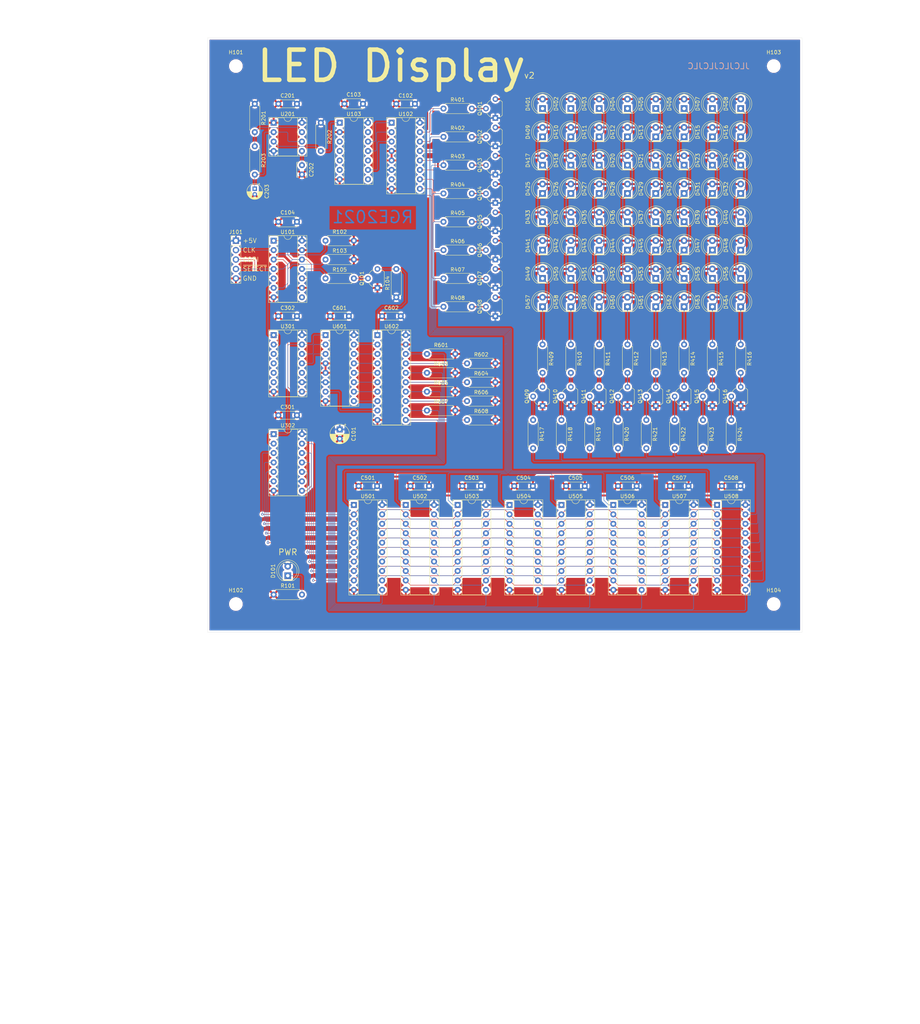
<source format=kicad_pcb>
(kicad_pcb (version 20171130) (host pcbnew "(5.1.8-0-10_14)")
  (layers (0 F.Cu signal) (31 B.Cu signal) (34 B.Paste user) (35 F.Paste user) (36 B.SilkS user) (37 F.SilkS user) (38 B.Mask user) (39 F.Mask user) (44 Edge.Cuts user))
  (net 0 "")
  (net 1 GND)
  (net 2 +5V)
  (net 3 "/LED Matrix/Col0")
  (net 4 "/LED Matrix/Col1")
  (net 5 "/LED Matrix/Col2")
  (net 6 "/LED Matrix/Col3")
  (net 7 "/LED Matrix/Col4")
  (net 8 "/LED Matrix/Col5")
  (net 9 "/LED Matrix/Col6")
  (net 10 "/LED Matrix/Col7")
  (net 11 "/Memory Bank/WS0")
  (net 12 "/Memory Bank/WS2")
  (net 13 "/Memory Bank/WS4")
  (net 14 "/Memory Bank/WS6")
  (net 15 "/Memory Bank/WS1")
  (net 16 "/Memory Bank/WS3")
  (net 17 "/Memory Bank/WS5")
  (net 18 "/Memory Bank/WS7")
  (net 19 "/Input Registers/Addr2")
  (net 20 "/Input Registers/Addr1")
  (net 21 "Net-(U601-Pad10)")
  (net 22 "/Input Registers/D3")
  (net 23 "/Input Registers/D7")
  (net 24 "/Input Registers/D2")
  (net 25 "/Input Registers/D6")
  (net 26 "/Input Registers/D1")
  (net 27 "/Input Registers/D5")
  (net 28 "/Input Registers/D0")
  (net 29 "/Input Registers/D4")
  (net 30 "/Input Registers/Addr0")
  (net 31 /DATA)
  (net 32 /DCLK)
  (net 33 /WCLK)
  (net 34 "Net-(U102-Pad3)")
  (net 35 /Clock/TRTHR)
  (net 36 /Clock/DIVIDER)
  (net 37 /Clock/DISPCLK)
  (net 38 "Net-(D101-Pad1)")
  (net 39 /~SELECT)
  (net 40 /MCLK)
  (net 41 "Net-(C202-Pad1)")
  (net 42 "Net-(D401-Pad2)")
  (net 43 "Net-(D401-Pad1)")
  (net 44 "Net-(D402-Pad1)")
  (net 45 "Net-(D403-Pad1)")
  (net 46 "Net-(D404-Pad1)")
  (net 47 "Net-(D405-Pad1)")
  (net 48 "Net-(D406-Pad1)")
  (net 49 "Net-(D407-Pad1)")
  (net 50 "Net-(D408-Pad1)")
  (net 51 "Net-(D409-Pad2)")
  (net 52 "Net-(D417-Pad2)")
  (net 53 "Net-(D425-Pad2)")
  (net 54 "Net-(D433-Pad2)")
  (net 55 "Net-(D441-Pad2)")
  (net 56 "Net-(D449-Pad2)")
  (net 57 "Net-(D457-Pad2)")
  (net 58 "Net-(Q401-Pad2)")
  (net 59 "Net-(Q402-Pad2)")
  (net 60 "Net-(Q403-Pad2)")
  (net 61 "Net-(Q404-Pad2)")
  (net 62 "Net-(Q405-Pad2)")
  (net 63 "Net-(Q406-Pad2)")
  (net 64 "Net-(Q407-Pad2)")
  (net 65 "Net-(Q408-Pad2)")
  (net 66 "Net-(Q409-Pad3)")
  (net 67 "Net-(Q409-Pad2)")
  (net 68 "Net-(Q410-Pad3)")
  (net 69 "Net-(Q410-Pad2)")
  (net 70 "Net-(Q411-Pad3)")
  (net 71 "Net-(Q411-Pad2)")
  (net 72 "Net-(Q412-Pad3)")
  (net 73 "Net-(Q412-Pad2)")
  (net 74 "Net-(Q413-Pad3)")
  (net 75 "Net-(Q413-Pad2)")
  (net 76 "Net-(Q414-Pad3)")
  (net 77 "Net-(Q414-Pad2)")
  (net 78 "Net-(Q415-Pad3)")
  (net 79 "Net-(Q415-Pad2)")
  (net 80 "Net-(Q416-Pad3)")
  (net 81 "Net-(Q416-Pad2)")
  (net 82 "/LED Matrix/~ROW0")
  (net 83 "/LED Matrix/~ROW1")
  (net 84 "/LED Matrix/~ROW2")
  (net 85 "/LED Matrix/~ROW3")
  (net 86 "/LED Matrix/~ROW4")
  (net 87 "/LED Matrix/~ROW5")
  (net 88 "/LED Matrix/~ROW6")
  (net 89 "/LED Matrix/~ROW7")
  (net 90 "Net-(U101-Pad8)")
  (net 91 "Net-(U102-Pad2)")
  (net 92 "Net-(U102-Pad1)")
  (net 93 "Net-(U103-Pad6)")
  (net 94 "Net-(U103-Pad5)")
  (net 95 "Net-(U103-Pad4)")
  (net 96 "Net-(U103-Pad3)")
  (net 97 "Net-(U301-Pad6)")
  (net 98 "Net-(U301-Pad5)")
  (net 99 "Net-(U301-Pad4)")
  (net 100 "Net-(U301-Pad10)")
  (net 101 "Net-(U301-Pad3)")
  (net 102 "Net-(U601-Pad15)")
  (net 103 "Net-(U601-Pad7)")
  (net 104 "Net-(U601-Pad14)")
  (net 105 "Net-(U601-Pad13)")
  (net 106 "Net-(U601-Pad12)")
  (net 107 "Net-(U601-Pad11)")
  (net 108 "Net-(U601-Pad9)")
  (net 109 "Net-(Q101-Pad2)")
  (net 110 "Net-(R105-Pad1)")
  (net 111 /COPI)
  (module Resistor_THT:R_Axial_DIN0207_L6.3mm_D2.5mm_P7.62mm_Horizontal (layer F.Cu) (at 387.35 -106.68)
    (fp_text reference R105 (at 3.81 -2.37) (layer F.SilkS))
    (fp_text value 10k)
    (pad 2 thru_hole oval (at 7.62 0) (size 1.6 1.6) (drill 0.8) (layers *.Cu *.Mask) (net 109 "Net-(Q101-Pad2)"))
    (pad 1 thru_hole circle (at 0 0) (size 1.6 1.6) (drill 0.8) (layers *.Cu *.Mask) (net 110 "Net-(R105-Pad1)"))
  )
  (module Resistor_THT:R_Axial_DIN0207_L6.3mm_D2.5mm_P7.62mm_Horizontal (layer F.Cu) (at 406.4 -101.6 90)
    (fp_text reference R104 (at 3.81 -2.37 90) (layer F.SilkS))
    (fp_text value 10k)
    (pad 2 thru_hole oval (at 7.62 0 90) (size 1.6 1.6) (drill 0.8) (layers *.Cu *.Mask) (net 33 /WCLK))
    (pad 1 thru_hole circle (at 0 0 90) (size 1.6 1.6) (drill 0.8) (layers *.Cu *.Mask) (net 2 +5V))
  )
  (module Package_TO_SOT_THT:TO-92_Wide (layer F.Cu) (at 401.32 -104.14 90)
    (fp_text reference Q101 (at 2.55 -4.19 90) (layer F.SilkS))
    (fp_text value 2N3904)
    (pad 1 thru_hole rect (at 0 0 90) (size 1.5 1.5) (drill 0.8) (layers *.Cu *.Mask) (net 1 GND))
    (pad 3 thru_hole circle (at 5.08 0 90) (size 1.5 1.5) (drill 0.8) (layers *.Cu *.Mask) (net 33 /WCLK))
    (pad 2 thru_hole circle (at 2.54 -2.54 90) (size 1.5 1.5) (drill 0.8) (layers *.Cu *.Mask) (net 109 "Net-(Q101-Pad2)"))
  )
  (module Package_DIP:DIP-16_W7.62mm_Socket (layer F.Cu) (at 405.13 -148.59)
    (fp_text reference U102 (at 3.81 -2.33) (layer F.SilkS))
    (fp_text value 74HC138)
    (pad 16 thru_hole oval (at 7.62 0) (size 1.6 1.6) (drill 0.8) (layers *.Cu *.Mask) (net 2 +5V))
    (pad 8 thru_hole oval (at 0 17.78) (size 1.6 1.6) (drill 0.8) (layers *.Cu *.Mask) (net 1 GND))
    (pad 15 thru_hole oval (at 7.62 2.54) (size 1.6 1.6) (drill 0.8) (layers *.Cu *.Mask) (net 82 "/LED Matrix/~ROW0"))
    (pad 7 thru_hole oval (at 0 15.24) (size 1.6 1.6) (drill 0.8) (layers *.Cu *.Mask) (net 89 "/LED Matrix/~ROW7"))
    (pad 14 thru_hole oval (at 7.62 5.08) (size 1.6 1.6) (drill 0.8) (layers *.Cu *.Mask) (net 83 "/LED Matrix/~ROW1"))
    (pad 6 thru_hole oval (at 0 12.7) (size 1.6 1.6) (drill 0.8) (layers *.Cu *.Mask) (net 2 +5V))
    (pad 13 thru_hole oval (at 7.62 7.62) (size 1.6 1.6) (drill 0.8) (layers *.Cu *.Mask) (net 84 "/LED Matrix/~ROW2"))
    (pad 5 thru_hole oval (at 0 10.16) (size 1.6 1.6) (drill 0.8) (layers *.Cu *.Mask) (net 1 GND))
    (pad 12 thru_hole oval (at 7.62 10.16) (size 1.6 1.6) (drill 0.8) (layers *.Cu *.Mask) (net 85 "/LED Matrix/~ROW3"))
    (pad 4 thru_hole oval (at 0 7.62) (size 1.6 1.6) (drill 0.8) (layers *.Cu *.Mask) (net 1 GND))
    (pad 11 thru_hole oval (at 7.62 12.7) (size 1.6 1.6) (drill 0.8) (layers *.Cu *.Mask) (net 86 "/LED Matrix/~ROW4"))
    (pad 3 thru_hole oval (at 0 5.08) (size 1.6 1.6) (drill 0.8) (layers *.Cu *.Mask) (net 34 "Net-(U102-Pad3)"))
    (pad 10 thru_hole oval (at 7.62 15.24) (size 1.6 1.6) (drill 0.8) (layers *.Cu *.Mask) (net 87 "/LED Matrix/~ROW5"))
    (pad 2 thru_hole oval (at 0 2.54) (size 1.6 1.6) (drill 0.8) (layers *.Cu *.Mask) (net 91 "Net-(U102-Pad2)"))
    (pad 9 thru_hole oval (at 7.62 17.78) (size 1.6 1.6) (drill 0.8) (layers *.Cu *.Mask) (net 88 "/LED Matrix/~ROW6"))
    (pad 1 thru_hole rect (at 0 0) (size 1.6 1.6) (drill 0.8) (layers *.Cu *.Mask) (net 92 "Net-(U102-Pad1)"))
  )
  (module Connector_PinHeader_2.54mm:PinHeader_1x05_P2.54mm_Vertical (layer F.Cu) (at 363.22 -116.84)
    (fp_text reference J101 (at 0 -2.33) (layer F.SilkS))
    (fp_text value Conn_01x05_Male)
    (pad 5 thru_hole oval (at 0 10.16) (size 1.7 1.7) (drill 1) (layers *.Cu *.Mask) (net 1 GND))
    (pad 4 thru_hole oval (at 0 7.62) (size 1.7 1.7) (drill 1) (layers *.Cu *.Mask) (net 39 /~SELECT))
    (pad 3 thru_hole oval (at 0 5.08) (size 1.7 1.7) (drill 1) (layers *.Cu *.Mask) (net 111 /COPI))
    (pad 2 thru_hole oval (at 0 2.54) (size 1.7 1.7) (drill 1) (layers *.Cu *.Mask) (net 40 /MCLK))
    (pad 1 thru_hole rect (at 0 0) (size 1.7 1.7) (drill 1) (layers *.Cu *.Mask) (net 2 +5V))
  )
  (module Capacitor_THT:C_Disc_D4.3mm_W1.9mm_P5.00mm (layer F.Cu) (at 406.4 -153.67)
    (fp_text reference C102 (at 2.5 -2.2) (layer F.SilkS))
    (fp_text value C)
    (pad 2 thru_hole circle (at 5 0) (size 1.6 1.6) (drill 0.8) (layers *.Cu *.Mask) (net 2 +5V))
    (pad 1 thru_hole circle (at 0 0) (size 1.6 1.6) (drill 0.8) (layers *.Cu *.Mask) (net 1 GND))
  )
  (module Resistor_THT:R_Axial_DIN0207_L6.3mm_D2.5mm_P7.62mm_Horizontal (layer F.Cu) (at 387.35 -111.76)
    (fp_text reference R103 (at 3.81 -2.37) (layer F.SilkS))
    (fp_text value 10k)
    (pad 2 thru_hole oval (at 7.62 0) (size 1.6 1.6) (drill 0.8) (layers *.Cu *.Mask) (net 1 GND))
    (pad 1 thru_hole circle (at 0 0) (size 1.6 1.6) (drill 0.8) (layers *.Cu *.Mask) (net 31 /DATA))
  )
  (module Resistor_THT:R_Axial_DIN0207_L6.3mm_D2.5mm_P7.62mm_Horizontal (layer F.Cu) (at 387.35 -116.84)
    (fp_text reference R102 (at 3.81 -2.37) (layer F.SilkS))
    (fp_text value 10k)
    (pad 2 thru_hole oval (at 7.62 0) (size 1.6 1.6) (drill 0.8) (layers *.Cu *.Mask) (net 1 GND))
    (pad 1 thru_hole circle (at 0 0) (size 1.6 1.6) (drill 0.8) (layers *.Cu *.Mask) (net 32 /DCLK))
  )
  (module Capacitor_THT:C_Disc_D4.7mm_W2.5mm_P5.00mm (layer F.Cu) (at 374.65 -121.92)
    (fp_text reference C104 (at 2.5 -2.5) (layer F.SilkS))
    (fp_text value C)
    (pad 2 thru_hole circle (at 5 0) (size 1.6 1.6) (drill 0.8) (layers *.Cu *.Mask) (net 2 +5V))
    (pad 1 thru_hole circle (at 0 0) (size 1.6 1.6) (drill 0.8) (layers *.Cu *.Mask) (net 1 GND))
  )
  (module Package_DIP:DIP-14_W7.62mm_Socket (layer F.Cu) (at 373.38 -116.84)
    (fp_text reference U101 (at 3.81 -2.33) (layer F.SilkS))
    (fp_text value 74HCT125)
    (pad 14 thru_hole oval (at 7.62 0) (size 1.6 1.6) (drill 0.8) (layers *.Cu *.Mask) (net 2 +5V))
    (pad 7 thru_hole oval (at 0 15.24) (size 1.6 1.6) (drill 0.8) (layers *.Cu *.Mask) (net 1 GND))
    (pad 13 thru_hole oval (at 7.62 2.54) (size 1.6 1.6) (drill 0.8) (layers *.Cu *.Mask) (net 1 GND))
    (pad 6 thru_hole oval (at 0 12.7) (size 1.6 1.6) (drill 0.8) (layers *.Cu *.Mask) (net 31 /DATA))
    (pad 12 thru_hole oval (at 7.62 5.08) (size 1.6 1.6) (drill 0.8) (layers *.Cu *.Mask) (net 39 /~SELECT))
    (pad 5 thru_hole oval (at 0 10.16) (size 1.6 1.6) (drill 0.8) (layers *.Cu *.Mask) (net 111 /COPI))
    (pad 11 thru_hole oval (at 7.62 7.62) (size 1.6 1.6) (drill 0.8) (layers *.Cu *.Mask) (net 110 "Net-(R105-Pad1)"))
    (pad 4 thru_hole oval (at 0 7.62) (size 1.6 1.6) (drill 0.8) (layers *.Cu *.Mask) (net 39 /~SELECT))
    (pad 10 thru_hole oval (at 7.62 10.16) (size 1.6 1.6) (drill 0.8) (layers *.Cu *.Mask) (net 39 /~SELECT))
    (pad 3 thru_hole oval (at 0 5.08) (size 1.6 1.6) (drill 0.8) (layers *.Cu *.Mask) (net 32 /DCLK))
    (pad 9 thru_hole oval (at 7.62 12.7) (size 1.6 1.6) (drill 0.8) (layers *.Cu *.Mask) (net 1 GND))
    (pad 2 thru_hole oval (at 0 2.54) (size 1.6 1.6) (drill 0.8) (layers *.Cu *.Mask) (net 40 /MCLK))
    (pad 8 thru_hole oval (at 7.62 15.24) (size 1.6 1.6) (drill 0.8) (layers *.Cu *.Mask) (net 90 "Net-(U101-Pad8)"))
    (pad 1 thru_hole rect (at 0 0) (size 1.6 1.6) (drill 0.8) (layers *.Cu *.Mask) (net 39 /~SELECT))
  )
  (module Package_DIP:DIP-20_W7.62mm_Socket (layer F.Cu) (at 401.32 -91.44)
    (fp_text reference U602 (at 3.81 -2.33) (layer F.SilkS))
    (fp_text value 74HC540)
    (pad 20 thru_hole oval (at 7.62 0) (size 1.6 1.6) (drill 0.8) (layers *.Cu *.Mask) (net 2 +5V))
    (pad 10 thru_hole oval (at 0 22.86) (size 1.6 1.6) (drill 0.8) (layers *.Cu *.Mask) (net 1 GND))
    (pad 19 thru_hole oval (at 7.62 2.54) (size 1.6 1.6) (drill 0.8) (layers *.Cu *.Mask) (net 1 GND))
    (pad 9 thru_hole oval (at 0 20.32) (size 1.6 1.6) (drill 0.8) (layers *.Cu *.Mask) (net 103 "Net-(U601-Pad7)"))
    (pad 18 thru_hole oval (at 7.62 5.08) (size 1.6 1.6) (drill 0.8) (layers *.Cu *.Mask) (net 11 "/Memory Bank/WS0"))
    (pad 8 thru_hole oval (at 0 17.78) (size 1.6 1.6) (drill 0.8) (layers *.Cu *.Mask) (net 108 "Net-(U601-Pad9)"))
    (pad 17 thru_hole oval (at 7.62 7.62) (size 1.6 1.6) (drill 0.8) (layers *.Cu *.Mask) (net 15 "/Memory Bank/WS1"))
    (pad 7 thru_hole oval (at 0 15.24) (size 1.6 1.6) (drill 0.8) (layers *.Cu *.Mask) (net 21 "Net-(U601-Pad10)"))
    (pad 16 thru_hole oval (at 7.62 10.16) (size 1.6 1.6) (drill 0.8) (layers *.Cu *.Mask) (net 12 "/Memory Bank/WS2"))
    (pad 6 thru_hole oval (at 0 12.7) (size 1.6 1.6) (drill 0.8) (layers *.Cu *.Mask) (net 107 "Net-(U601-Pad11)"))
    (pad 15 thru_hole oval (at 7.62 12.7) (size 1.6 1.6) (drill 0.8) (layers *.Cu *.Mask) (net 16 "/Memory Bank/WS3"))
    (pad 5 thru_hole oval (at 0 10.16) (size 1.6 1.6) (drill 0.8) (layers *.Cu *.Mask) (net 106 "Net-(U601-Pad12)"))
    (pad 14 thru_hole oval (at 7.62 15.24) (size 1.6 1.6) (drill 0.8) (layers *.Cu *.Mask) (net 13 "/Memory Bank/WS4"))
    (pad 4 thru_hole oval (at 0 7.62) (size 1.6 1.6) (drill 0.8) (layers *.Cu *.Mask) (net 105 "Net-(U601-Pad13)"))
    (pad 13 thru_hole oval (at 7.62 17.78) (size 1.6 1.6) (drill 0.8) (layers *.Cu *.Mask) (net 17 "/Memory Bank/WS5"))
    (pad 3 thru_hole oval (at 0 5.08) (size 1.6 1.6) (drill 0.8) (layers *.Cu *.Mask) (net 104 "Net-(U601-Pad14)"))
    (pad 12 thru_hole oval (at 7.62 20.32) (size 1.6 1.6) (drill 0.8) (layers *.Cu *.Mask) (net 14 "/Memory Bank/WS6"))
    (pad 2 thru_hole oval (at 0 2.54) (size 1.6 1.6) (drill 0.8) (layers *.Cu *.Mask) (net 102 "Net-(U601-Pad15)"))
    (pad 11 thru_hole oval (at 7.62 22.86) (size 1.6 1.6) (drill 0.8) (layers *.Cu *.Mask) (net 18 "/Memory Bank/WS7"))
    (pad 1 thru_hole rect (at 0 0) (size 1.6 1.6) (drill 0.8) (layers *.Cu *.Mask) (net 33 /WCLK))
  )
  (module MountingHole:MountingHole_2.7mm_M2.5 (layer F.Cu) (at 508 -19.05)
    (fp_text reference H104 (at 0 -3.7) (layer F.SilkS))
    (fp_text value MountingHole)
    (pad 1 np_thru_hole circle (at 0 0) (size 2.7 2.7) (drill 2.7) (layers *.Cu *.Mask))
  )
  (module MountingHole:MountingHole_2.7mm_M2.5 (layer F.Cu) (at 508 -163.83)
    (fp_text reference H103 (at 0 -3.7) (layer F.SilkS))
    (fp_text value MountingHole)
    (pad 1 np_thru_hole circle (at 0 0) (size 2.7 2.7) (drill 2.7) (layers *.Cu *.Mask))
  )
  (module MountingHole:MountingHole_2.7mm_M2.5 (layer F.Cu) (at 363.22 -19.05)
    (fp_text reference H102 (at 0 -3.7) (layer F.SilkS))
    (fp_text value MountingHole)
    (pad 1 np_thru_hole circle (at 0 0) (size 2.7 2.7) (drill 2.7) (layers *.Cu *.Mask))
  )
  (module MountingHole:MountingHole_2.7mm_M2.5 (layer F.Cu) (at 363.22 -163.83)
    (fp_text reference H101 (at 0 -3.7) (layer F.SilkS))
    (fp_text value MountingHole)
    (pad 1 np_thru_hole circle (at 0 0) (size 2.7 2.7) (drill 2.7) (layers *.Cu *.Mask))
  )
  (module Package_DIP:DIP-14_W7.62mm_Socket (layer F.Cu) (at 373.38 -91.44)
    (fp_text reference U301 (at 3.81 -2.33) (layer F.SilkS))
    (fp_text value 74HC164)
    (pad 14 thru_hole oval (at 7.62 0) (size 1.6 1.6) (drill 0.8) (layers *.Cu *.Mask) (net 2 +5V))
    (pad 7 thru_hole oval (at 0 15.24) (size 1.6 1.6) (drill 0.8) (layers *.Cu *.Mask) (net 1 GND))
    (pad 13 thru_hole oval (at 7.62 2.54) (size 1.6 1.6) (drill 0.8) (layers *.Cu *.Mask) (net 30 "/Input Registers/Addr0"))
    (pad 6 thru_hole oval (at 0 12.7) (size 1.6 1.6) (drill 0.8) (layers *.Cu *.Mask) (net 97 "Net-(U301-Pad6)"))
    (pad 12 thru_hole oval (at 7.62 5.08) (size 1.6 1.6) (drill 0.8) (layers *.Cu *.Mask) (net 20 "/Input Registers/Addr1"))
    (pad 5 thru_hole oval (at 0 10.16) (size 1.6 1.6) (drill 0.8) (layers *.Cu *.Mask) (net 98 "Net-(U301-Pad5)"))
    (pad 11 thru_hole oval (at 7.62 7.62) (size 1.6 1.6) (drill 0.8) (layers *.Cu *.Mask) (net 19 "/Input Registers/Addr2"))
    (pad 4 thru_hole oval (at 0 7.62) (size 1.6 1.6) (drill 0.8) (layers *.Cu *.Mask) (net 99 "Net-(U301-Pad4)"))
    (pad 10 thru_hole oval (at 7.62 10.16) (size 1.6 1.6) (drill 0.8) (layers *.Cu *.Mask) (net 100 "Net-(U301-Pad10)"))
    (pad 3 thru_hole oval (at 0 5.08) (size 1.6 1.6) (drill 0.8) (layers *.Cu *.Mask) (net 101 "Net-(U301-Pad3)"))
    (pad 9 thru_hole oval (at 7.62 12.7) (size 1.6 1.6) (drill 0.8) (layers *.Cu *.Mask) (net 2 +5V))
    (pad 2 thru_hole oval (at 0 2.54) (size 1.6 1.6) (drill 0.8) (layers *.Cu *.Mask) (net 31 /DATA))
    (pad 8 thru_hole oval (at 7.62 15.24) (size 1.6 1.6) (drill 0.8) (layers *.Cu *.Mask) (net 32 /DCLK))
    (pad 1 thru_hole rect (at 0 0) (size 1.6 1.6) (drill 0.8) (layers *.Cu *.Mask) (net 31 /DATA))
  )
  (module Package_DIP:DIP-14_W7.62mm_Socket (layer F.Cu) (at 373.38 -64.77)
    (fp_text reference U302 (at 3.81 -2.33) (layer F.SilkS))
    (fp_text value 74HC164)
    (pad 14 thru_hole oval (at 7.62 0) (size 1.6 1.6) (drill 0.8) (layers *.Cu *.Mask) (net 2 +5V))
    (pad 7 thru_hole oval (at 0 15.24) (size 1.6 1.6) (drill 0.8) (layers *.Cu *.Mask) (net 1 GND))
    (pad 13 thru_hole oval (at 7.62 2.54) (size 1.6 1.6) (drill 0.8) (layers *.Cu *.Mask) (net 23 "/Input Registers/D7"))
    (pad 6 thru_hole oval (at 0 12.7) (size 1.6 1.6) (drill 0.8) (layers *.Cu *.Mask) (net 22 "/Input Registers/D3"))
    (pad 12 thru_hole oval (at 7.62 5.08) (size 1.6 1.6) (drill 0.8) (layers *.Cu *.Mask) (net 25 "/Input Registers/D6"))
    (pad 5 thru_hole oval (at 0 10.16) (size 1.6 1.6) (drill 0.8) (layers *.Cu *.Mask) (net 24 "/Input Registers/D2"))
    (pad 11 thru_hole oval (at 7.62 7.62) (size 1.6 1.6) (drill 0.8) (layers *.Cu *.Mask) (net 27 "/Input Registers/D5"))
    (pad 4 thru_hole oval (at 0 7.62) (size 1.6 1.6) (drill 0.8) (layers *.Cu *.Mask) (net 26 "/Input Registers/D1"))
    (pad 10 thru_hole oval (at 7.62 10.16) (size 1.6 1.6) (drill 0.8) (layers *.Cu *.Mask) (net 29 "/Input Registers/D4"))
    (pad 3 thru_hole oval (at 0 5.08) (size 1.6 1.6) (drill 0.8) (layers *.Cu *.Mask) (net 28 "/Input Registers/D0"))
    (pad 9 thru_hole oval (at 7.62 12.7) (size 1.6 1.6) (drill 0.8) (layers *.Cu *.Mask) (net 2 +5V))
    (pad 2 thru_hole oval (at 0 2.54) (size 1.6 1.6) (drill 0.8) (layers *.Cu *.Mask) (net 30 "/Input Registers/Addr0"))
    (pad 8 thru_hole oval (at 7.62 15.24) (size 1.6 1.6) (drill 0.8) (layers *.Cu *.Mask) (net 32 /DCLK))
    (pad 1 thru_hole rect (at 0 0) (size 1.6 1.6) (drill 0.8) (layers *.Cu *.Mask) (net 30 "/Input Registers/Addr0"))
  )
  (module Resistor_THT:R_Axial_DIN0207_L6.3mm_D2.5mm_P7.62mm_Horizontal (layer F.Cu) (at 373.38 -21.59)
    (fp_text reference R101 (at 3.81 -2.37) (layer F.SilkS))
    (fp_text value 1k)
    (pad 2 thru_hole oval (at 7.62 0) (size 1.6 1.6) (drill 0.8) (layers *.Cu *.Mask) (net 38 "Net-(D101-Pad1)"))
    (pad 1 thru_hole circle (at 0 0) (size 1.6 1.6) (drill 0.8) (layers *.Cu *.Mask) (net 1 GND))
  )
  (module LED_THT:LED_D5.0mm (layer F.Cu) (at 377.19 -26.67 90)
    (fp_text reference D101 (at 1.27 -3.96 90) (layer F.SilkS))
    (fp_text value LED)
    (pad 2 thru_hole circle (at 2.54 0 90) (size 1.8 1.8) (drill 0.9) (layers *.Cu *.Mask) (net 2 +5V))
    (pad 1 thru_hole rect (at 0 0 90) (size 1.8 1.8) (drill 0.9) (layers *.Cu *.Mask) (net 38 "Net-(D101-Pad1)"))
  )
  (module Capacitor_THT:CP_Radial_D5.0mm_P2.50mm (layer F.Cu) (at 391.16 -66.04 270)
    (fp_text reference C101 (at 1.25 -3.75 90) (layer F.SilkS))
    (fp_text value 100u)
    (pad 2 thru_hole circle (at 2.5 0 270) (size 1.6 1.6) (drill 0.8) (layers *.Cu *.Mask) (net 1 GND))
    (pad 1 thru_hole rect (at 0 0 270) (size 1.6 1.6) (drill 0.8) (layers *.Cu *.Mask) (net 2 +5V))
  )
  (module Capacitor_THT:C_Disc_D4.3mm_W1.9mm_P5.00mm (layer F.Cu) (at 374.65 -69.85)
    (fp_text reference C301 (at 2.5 -2.2) (layer F.SilkS))
    (fp_text value 0.1u)
    (pad 2 thru_hole circle (at 5 0) (size 1.6 1.6) (drill 0.8) (layers *.Cu *.Mask) (net 2 +5V))
    (pad 1 thru_hole circle (at 0 0) (size 1.6 1.6) (drill 0.8) (layers *.Cu *.Mask) (net 1 GND))
  )
  (module Capacitor_THT:C_Disc_D4.3mm_W1.9mm_P5.00mm (layer F.Cu) (at 374.65 -96.52)
    (fp_text reference C302 (at 2.5 -2.2) (layer F.SilkS))
    (fp_text value 0.1u)
    (pad 2 thru_hole circle (at 5 0) (size 1.6 1.6) (drill 0.8) (layers *.Cu *.Mask) (net 2 +5V))
    (pad 1 thru_hole circle (at 0 0) (size 1.6 1.6) (drill 0.8) (layers *.Cu *.Mask) (net 1 GND))
  )
  (module Package_DIP:DIP-20_W7.62mm_Socket (layer F.Cu) (at 492.76 -45.72)
    (fp_text reference U508 (at 3.81 -2.33) (layer F.SilkS))
    (fp_text value 74HC574)
    (pad 20 thru_hole oval (at 7.62 0) (size 1.6 1.6) (drill 0.8) (layers *.Cu *.Mask) (net 2 +5V))
    (pad 10 thru_hole oval (at 0 22.86) (size 1.6 1.6) (drill 0.8) (layers *.Cu *.Mask) (net 1 GND))
    (pad 19 thru_hole oval (at 7.62 2.54) (size 1.6 1.6) (drill 0.8) (layers *.Cu *.Mask) (net 3 "/LED Matrix/Col0"))
    (pad 9 thru_hole oval (at 0 20.32) (size 1.6 1.6) (drill 0.8) (layers *.Cu *.Mask) (net 23 "/Input Registers/D7"))
    (pad 18 thru_hole oval (at 7.62 5.08) (size 1.6 1.6) (drill 0.8) (layers *.Cu *.Mask) (net 4 "/LED Matrix/Col1"))
    (pad 8 thru_hole oval (at 0 17.78) (size 1.6 1.6) (drill 0.8) (layers *.Cu *.Mask) (net 25 "/Input Registers/D6"))
    (pad 17 thru_hole oval (at 7.62 7.62) (size 1.6 1.6) (drill 0.8) (layers *.Cu *.Mask) (net 5 "/LED Matrix/Col2"))
    (pad 7 thru_hole oval (at 0 15.24) (size 1.6 1.6) (drill 0.8) (layers *.Cu *.Mask) (net 27 "/Input Registers/D5"))
    (pad 16 thru_hole oval (at 7.62 10.16) (size 1.6 1.6) (drill 0.8) (layers *.Cu *.Mask) (net 6 "/LED Matrix/Col3"))
    (pad 6 thru_hole oval (at 0 12.7) (size 1.6 1.6) (drill 0.8) (layers *.Cu *.Mask) (net 29 "/Input Registers/D4"))
    (pad 15 thru_hole oval (at 7.62 12.7) (size 1.6 1.6) (drill 0.8) (layers *.Cu *.Mask) (net 7 "/LED Matrix/Col4"))
    (pad 5 thru_hole oval (at 0 10.16) (size 1.6 1.6) (drill 0.8) (layers *.Cu *.Mask) (net 22 "/Input Registers/D3"))
    (pad 14 thru_hole oval (at 7.62 15.24) (size 1.6 1.6) (drill 0.8) (layers *.Cu *.Mask) (net 8 "/LED Matrix/Col5"))
    (pad 4 thru_hole oval (at 0 7.62) (size 1.6 1.6) (drill 0.8) (layers *.Cu *.Mask) (net 24 "/Input Registers/D2"))
    (pad 13 thru_hole oval (at 7.62 17.78) (size 1.6 1.6) (drill 0.8) (layers *.Cu *.Mask) (net 9 "/LED Matrix/Col6"))
    (pad 3 thru_hole oval (at 0 5.08) (size 1.6 1.6) (drill 0.8) (layers *.Cu *.Mask) (net 26 "/Input Registers/D1"))
    (pad 12 thru_hole oval (at 7.62 20.32) (size 1.6 1.6) (drill 0.8) (layers *.Cu *.Mask) (net 10 "/LED Matrix/Col7"))
    (pad 2 thru_hole oval (at 0 2.54) (size 1.6 1.6) (drill 0.8) (layers *.Cu *.Mask) (net 28 "/Input Registers/D0"))
    (pad 11 thru_hole oval (at 7.62 22.86) (size 1.6 1.6) (drill 0.8) (layers *.Cu *.Mask) (net 18 "/Memory Bank/WS7"))
    (pad 1 thru_hole rect (at 0 0) (size 1.6 1.6) (drill 0.8) (layers *.Cu *.Mask) (net 89 "/LED Matrix/~ROW7"))
  )
  (module Package_DIP:DIP-20_W7.62mm_Socket (layer F.Cu) (at 478.79 -45.72)
    (fp_text reference U507 (at 3.81 -2.33) (layer F.SilkS))
    (fp_text value 74HC574)
    (pad 20 thru_hole oval (at 7.62 0) (size 1.6 1.6) (drill 0.8) (layers *.Cu *.Mask) (net 2 +5V))
    (pad 10 thru_hole oval (at 0 22.86) (size 1.6 1.6) (drill 0.8) (layers *.Cu *.Mask) (net 1 GND))
    (pad 19 thru_hole oval (at 7.62 2.54) (size 1.6 1.6) (drill 0.8) (layers *.Cu *.Mask) (net 3 "/LED Matrix/Col0"))
    (pad 9 thru_hole oval (at 0 20.32) (size 1.6 1.6) (drill 0.8) (layers *.Cu *.Mask) (net 23 "/Input Registers/D7"))
    (pad 18 thru_hole oval (at 7.62 5.08) (size 1.6 1.6) (drill 0.8) (layers *.Cu *.Mask) (net 4 "/LED Matrix/Col1"))
    (pad 8 thru_hole oval (at 0 17.78) (size 1.6 1.6) (drill 0.8) (layers *.Cu *.Mask) (net 25 "/Input Registers/D6"))
    (pad 17 thru_hole oval (at 7.62 7.62) (size 1.6 1.6) (drill 0.8) (layers *.Cu *.Mask) (net 5 "/LED Matrix/Col2"))
    (pad 7 thru_hole oval (at 0 15.24) (size 1.6 1.6) (drill 0.8) (layers *.Cu *.Mask) (net 27 "/Input Registers/D5"))
    (pad 16 thru_hole oval (at 7.62 10.16) (size 1.6 1.6) (drill 0.8) (layers *.Cu *.Mask) (net 6 "/LED Matrix/Col3"))
    (pad 6 thru_hole oval (at 0 12.7) (size 1.6 1.6) (drill 0.8) (layers *.Cu *.Mask) (net 29 "/Input Registers/D4"))
    (pad 15 thru_hole oval (at 7.62 12.7) (size 1.6 1.6) (drill 0.8) (layers *.Cu *.Mask) (net 7 "/LED Matrix/Col4"))
    (pad 5 thru_hole oval (at 0 10.16) (size 1.6 1.6) (drill 0.8) (layers *.Cu *.Mask) (net 22 "/Input Registers/D3"))
    (pad 14 thru_hole oval (at 7.62 15.24) (size 1.6 1.6) (drill 0.8) (layers *.Cu *.Mask) (net 8 "/LED Matrix/Col5"))
    (pad 4 thru_hole oval (at 0 7.62) (size 1.6 1.6) (drill 0.8) (layers *.Cu *.Mask) (net 24 "/Input Registers/D2"))
    (pad 13 thru_hole oval (at 7.62 17.78) (size 1.6 1.6) (drill 0.8) (layers *.Cu *.Mask) (net 9 "/LED Matrix/Col6"))
    (pad 3 thru_hole oval (at 0 5.08) (size 1.6 1.6) (drill 0.8) (layers *.Cu *.Mask) (net 26 "/Input Registers/D1"))
    (pad 12 thru_hole oval (at 7.62 20.32) (size 1.6 1.6) (drill 0.8) (layers *.Cu *.Mask) (net 10 "/LED Matrix/Col7"))
    (pad 2 thru_hole oval (at 0 2.54) (size 1.6 1.6) (drill 0.8) (layers *.Cu *.Mask) (net 28 "/Input Registers/D0"))
    (pad 11 thru_hole oval (at 7.62 22.86) (size 1.6 1.6) (drill 0.8) (layers *.Cu *.Mask) (net 14 "/Memory Bank/WS6"))
    (pad 1 thru_hole rect (at 0 0) (size 1.6 1.6) (drill 0.8) (layers *.Cu *.Mask) (net 88 "/LED Matrix/~ROW6"))
  )
  (module Package_DIP:DIP-20_W7.62mm_Socket (layer F.Cu) (at 464.82 -45.72)
    (fp_text reference U506 (at 3.81 -2.33) (layer F.SilkS))
    (fp_text value 74HC574)
    (pad 20 thru_hole oval (at 7.62 0) (size 1.6 1.6) (drill 0.8) (layers *.Cu *.Mask) (net 2 +5V))
    (pad 10 thru_hole oval (at 0 22.86) (size 1.6 1.6) (drill 0.8) (layers *.Cu *.Mask) (net 1 GND))
    (pad 19 thru_hole oval (at 7.62 2.54) (size 1.6 1.6) (drill 0.8) (layers *.Cu *.Mask) (net 3 "/LED Matrix/Col0"))
    (pad 9 thru_hole oval (at 0 20.32) (size 1.6 1.6) (drill 0.8) (layers *.Cu *.Mask) (net 23 "/Input Registers/D7"))
    (pad 18 thru_hole oval (at 7.62 5.08) (size 1.6 1.6) (drill 0.8) (layers *.Cu *.Mask) (net 4 "/LED Matrix/Col1"))
    (pad 8 thru_hole oval (at 0 17.78) (size 1.6 1.6) (drill 0.8) (layers *.Cu *.Mask) (net 25 "/Input Registers/D6"))
    (pad 17 thru_hole oval (at 7.62 7.62) (size 1.6 1.6) (drill 0.8) (layers *.Cu *.Mask) (net 5 "/LED Matrix/Col2"))
    (pad 7 thru_hole oval (at 0 15.24) (size 1.6 1.6) (drill 0.8) (layers *.Cu *.Mask) (net 27 "/Input Registers/D5"))
    (pad 16 thru_hole oval (at 7.62 10.16) (size 1.6 1.6) (drill 0.8) (layers *.Cu *.Mask) (net 6 "/LED Matrix/Col3"))
    (pad 6 thru_hole oval (at 0 12.7) (size 1.6 1.6) (drill 0.8) (layers *.Cu *.Mask) (net 29 "/Input Registers/D4"))
    (pad 15 thru_hole oval (at 7.62 12.7) (size 1.6 1.6) (drill 0.8) (layers *.Cu *.Mask) (net 7 "/LED Matrix/Col4"))
    (pad 5 thru_hole oval (at 0 10.16) (size 1.6 1.6) (drill 0.8) (layers *.Cu *.Mask) (net 22 "/Input Registers/D3"))
    (pad 14 thru_hole oval (at 7.62 15.24) (size 1.6 1.6) (drill 0.8) (layers *.Cu *.Mask) (net 8 "/LED Matrix/Col5"))
    (pad 4 thru_hole oval (at 0 7.62) (size 1.6 1.6) (drill 0.8) (layers *.Cu *.Mask) (net 24 "/Input Registers/D2"))
    (pad 13 thru_hole oval (at 7.62 17.78) (size 1.6 1.6) (drill 0.8) (layers *.Cu *.Mask) (net 9 "/LED Matrix/Col6"))
    (pad 3 thru_hole oval (at 0 5.08) (size 1.6 1.6) (drill 0.8) (layers *.Cu *.Mask) (net 26 "/Input Registers/D1"))
    (pad 12 thru_hole oval (at 7.62 20.32) (size 1.6 1.6) (drill 0.8) (layers *.Cu *.Mask) (net 10 "/LED Matrix/Col7"))
    (pad 2 thru_hole oval (at 0 2.54) (size 1.6 1.6) (drill 0.8) (layers *.Cu *.Mask) (net 28 "/Input Registers/D0"))
    (pad 11 thru_hole oval (at 7.62 22.86) (size 1.6 1.6) (drill 0.8) (layers *.Cu *.Mask) (net 17 "/Memory Bank/WS5"))
    (pad 1 thru_hole rect (at 0 0) (size 1.6 1.6) (drill 0.8) (layers *.Cu *.Mask) (net 87 "/LED Matrix/~ROW5"))
  )
  (module Package_DIP:DIP-20_W7.62mm_Socket (layer F.Cu) (at 450.85 -45.72)
    (fp_text reference U505 (at 3.81 -2.33) (layer F.SilkS))
    (fp_text value 74HC574)
    (pad 20 thru_hole oval (at 7.62 0) (size 1.6 1.6) (drill 0.8) (layers *.Cu *.Mask) (net 2 +5V))
    (pad 10 thru_hole oval (at 0 22.86) (size 1.6 1.6) (drill 0.8) (layers *.Cu *.Mask) (net 1 GND))
    (pad 19 thru_hole oval (at 7.62 2.54) (size 1.6 1.6) (drill 0.8) (layers *.Cu *.Mask) (net 3 "/LED Matrix/Col0"))
    (pad 9 thru_hole oval (at 0 20.32) (size 1.6 1.6) (drill 0.8) (layers *.Cu *.Mask) (net 23 "/Input Registers/D7"))
    (pad 18 thru_hole oval (at 7.62 5.08) (size 1.6 1.6) (drill 0.8) (layers *.Cu *.Mask) (net 4 "/LED Matrix/Col1"))
    (pad 8 thru_hole oval (at 0 17.78) (size 1.6 1.6) (drill 0.8) (layers *.Cu *.Mask) (net 25 "/Input Registers/D6"))
    (pad 17 thru_hole oval (at 7.62 7.62) (size 1.6 1.6) (drill 0.8) (layers *.Cu *.Mask) (net 5 "/LED Matrix/Col2"))
    (pad 7 thru_hole oval (at 0 15.24) (size 1.6 1.6) (drill 0.8) (layers *.Cu *.Mask) (net 27 "/Input Registers/D5"))
    (pad 16 thru_hole oval (at 7.62 10.16) (size 1.6 1.6) (drill 0.8) (layers *.Cu *.Mask) (net 6 "/LED Matrix/Col3"))
    (pad 6 thru_hole oval (at 0 12.7) (size 1.6 1.6) (drill 0.8) (layers *.Cu *.Mask) (net 29 "/Input Registers/D4"))
    (pad 15 thru_hole oval (at 7.62 12.7) (size 1.6 1.6) (drill 0.8) (layers *.Cu *.Mask) (net 7 "/LED Matrix/Col4"))
    (pad 5 thru_hole oval (at 0 10.16) (size 1.6 1.6) (drill 0.8) (layers *.Cu *.Mask) (net 22 "/Input Registers/D3"))
    (pad 14 thru_hole oval (at 7.62 15.24) (size 1.6 1.6) (drill 0.8) (layers *.Cu *.Mask) (net 8 "/LED Matrix/Col5"))
    (pad 4 thru_hole oval (at 0 7.62) (size 1.6 1.6) (drill 0.8) (layers *.Cu *.Mask) (net 24 "/Input Registers/D2"))
    (pad 13 thru_hole oval (at 7.62 17.78) (size 1.6 1.6) (drill 0.8) (layers *.Cu *.Mask) (net 9 "/LED Matrix/Col6"))
    (pad 3 thru_hole oval (at 0 5.08) (size 1.6 1.6) (drill 0.8) (layers *.Cu *.Mask) (net 26 "/Input Registers/D1"))
    (pad 12 thru_hole oval (at 7.62 20.32) (size 1.6 1.6) (drill 0.8) (layers *.Cu *.Mask) (net 10 "/LED Matrix/Col7"))
    (pad 2 thru_hole oval (at 0 2.54) (size 1.6 1.6) (drill 0.8) (layers *.Cu *.Mask) (net 28 "/Input Registers/D0"))
    (pad 11 thru_hole oval (at 7.62 22.86) (size 1.6 1.6) (drill 0.8) (layers *.Cu *.Mask) (net 13 "/Memory Bank/WS4"))
    (pad 1 thru_hole rect (at 0 0) (size 1.6 1.6) (drill 0.8) (layers *.Cu *.Mask) (net 86 "/LED Matrix/~ROW4"))
  )
  (module Package_DIP:DIP-20_W7.62mm_Socket (layer F.Cu) (at 436.88 -45.72)
    (fp_text reference U504 (at 3.81 -2.33) (layer F.SilkS))
    (fp_text value 74HC574)
    (pad 20 thru_hole oval (at 7.62 0) (size 1.6 1.6) (drill 0.8) (layers *.Cu *.Mask) (net 2 +5V))
    (pad 10 thru_hole oval (at 0 22.86) (size 1.6 1.6) (drill 0.8) (layers *.Cu *.Mask) (net 1 GND))
    (pad 19 thru_hole oval (at 7.62 2.54) (size 1.6 1.6) (drill 0.8) (layers *.Cu *.Mask) (net 3 "/LED Matrix/Col0"))
    (pad 9 thru_hole oval (at 0 20.32) (size 1.6 1.6) (drill 0.8) (layers *.Cu *.Mask) (net 23 "/Input Registers/D7"))
    (pad 18 thru_hole oval (at 7.62 5.08) (size 1.6 1.6) (drill 0.8) (layers *.Cu *.Mask) (net 4 "/LED Matrix/Col1"))
    (pad 8 thru_hole oval (at 0 17.78) (size 1.6 1.6) (drill 0.8) (layers *.Cu *.Mask) (net 25 "/Input Registers/D6"))
    (pad 17 thru_hole oval (at 7.62 7.62) (size 1.6 1.6) (drill 0.8) (layers *.Cu *.Mask) (net 5 "/LED Matrix/Col2"))
    (pad 7 thru_hole oval (at 0 15.24) (size 1.6 1.6) (drill 0.8) (layers *.Cu *.Mask) (net 27 "/Input Registers/D5"))
    (pad 16 thru_hole oval (at 7.62 10.16) (size 1.6 1.6) (drill 0.8) (layers *.Cu *.Mask) (net 6 "/LED Matrix/Col3"))
    (pad 6 thru_hole oval (at 0 12.7) (size 1.6 1.6) (drill 0.8) (layers *.Cu *.Mask) (net 29 "/Input Registers/D4"))
    (pad 15 thru_hole oval (at 7.62 12.7) (size 1.6 1.6) (drill 0.8) (layers *.Cu *.Mask) (net 7 "/LED Matrix/Col4"))
    (pad 5 thru_hole oval (at 0 10.16) (size 1.6 1.6) (drill 0.8) (layers *.Cu *.Mask) (net 22 "/Input Registers/D3"))
    (pad 14 thru_hole oval (at 7.62 15.24) (size 1.6 1.6) (drill 0.8) (layers *.Cu *.Mask) (net 8 "/LED Matrix/Col5"))
    (pad 4 thru_hole oval (at 0 7.62) (size 1.6 1.6) (drill 0.8) (layers *.Cu *.Mask) (net 24 "/Input Registers/D2"))
    (pad 13 thru_hole oval (at 7.62 17.78) (size 1.6 1.6) (drill 0.8) (layers *.Cu *.Mask) (net 9 "/LED Matrix/Col6"))
    (pad 3 thru_hole oval (at 0 5.08) (size 1.6 1.6) (drill 0.8) (layers *.Cu *.Mask) (net 26 "/Input Registers/D1"))
    (pad 12 thru_hole oval (at 7.62 20.32) (size 1.6 1.6) (drill 0.8) (layers *.Cu *.Mask) (net 10 "/LED Matrix/Col7"))
    (pad 2 thru_hole oval (at 0 2.54) (size 1.6 1.6) (drill 0.8) (layers *.Cu *.Mask) (net 28 "/Input Registers/D0"))
    (pad 11 thru_hole oval (at 7.62 22.86) (size 1.6 1.6) (drill 0.8) (layers *.Cu *.Mask) (net 16 "/Memory Bank/WS3"))
    (pad 1 thru_hole rect (at 0 0) (size 1.6 1.6) (drill 0.8) (layers *.Cu *.Mask) (net 85 "/LED Matrix/~ROW3"))
  )
  (module Package_DIP:DIP-20_W7.62mm_Socket (layer F.Cu) (at 422.91 -45.72)
    (fp_text reference U503 (at 3.81 -2.33) (layer F.SilkS))
    (fp_text value 74HC574)
    (pad 20 thru_hole oval (at 7.62 0) (size 1.6 1.6) (drill 0.8) (layers *.Cu *.Mask) (net 2 +5V))
    (pad 10 thru_hole oval (at 0 22.86) (size 1.6 1.6) (drill 0.8) (layers *.Cu *.Mask) (net 1 GND))
    (pad 19 thru_hole oval (at 7.62 2.54) (size 1.6 1.6) (drill 0.8) (layers *.Cu *.Mask) (net 3 "/LED Matrix/Col0"))
    (pad 9 thru_hole oval (at 0 20.32) (size 1.6 1.6) (drill 0.8) (layers *.Cu *.Mask) (net 23 "/Input Registers/D7"))
    (pad 18 thru_hole oval (at 7.62 5.08) (size 1.6 1.6) (drill 0.8) (layers *.Cu *.Mask) (net 4 "/LED Matrix/Col1"))
    (pad 8 thru_hole oval (at 0 17.78) (size 1.6 1.6) (drill 0.8) (layers *.Cu *.Mask) (net 25 "/Input Registers/D6"))
    (pad 17 thru_hole oval (at 7.62 7.62) (size 1.6 1.6) (drill 0.8) (layers *.Cu *.Mask) (net 5 "/LED Matrix/Col2"))
    (pad 7 thru_hole oval (at 0 15.24) (size 1.6 1.6) (drill 0.8) (layers *.Cu *.Mask) (net 27 "/Input Registers/D5"))
    (pad 16 thru_hole oval (at 7.62 10.16) (size 1.6 1.6) (drill 0.8) (layers *.Cu *.Mask) (net 6 "/LED Matrix/Col3"))
    (pad 6 thru_hole oval (at 0 12.7) (size 1.6 1.6) (drill 0.8) (layers *.Cu *.Mask) (net 29 "/Input Registers/D4"))
    (pad 15 thru_hole oval (at 7.62 12.7) (size 1.6 1.6) (drill 0.8) (layers *.Cu *.Mask) (net 7 "/LED Matrix/Col4"))
    (pad 5 thru_hole oval (at 0 10.16) (size 1.6 1.6) (drill 0.8) (layers *.Cu *.Mask) (net 22 "/Input Registers/D3"))
    (pad 14 thru_hole oval (at 7.62 15.24) (size 1.6 1.6) (drill 0.8) (layers *.Cu *.Mask) (net 8 "/LED Matrix/Col5"))
    (pad 4 thru_hole oval (at 0 7.62) (size 1.6 1.6) (drill 0.8) (layers *.Cu *.Mask) (net 24 "/Input Registers/D2"))
    (pad 13 thru_hole oval (at 7.62 17.78) (size 1.6 1.6) (drill 0.8) (layers *.Cu *.Mask) (net 9 "/LED Matrix/Col6"))
    (pad 3 thru_hole oval (at 0 5.08) (size 1.6 1.6) (drill 0.8) (layers *.Cu *.Mask) (net 26 "/Input Registers/D1"))
    (pad 12 thru_hole oval (at 7.62 20.32) (size 1.6 1.6) (drill 0.8) (layers *.Cu *.Mask) (net 10 "/LED Matrix/Col7"))
    (pad 2 thru_hole oval (at 0 2.54) (size 1.6 1.6) (drill 0.8) (layers *.Cu *.Mask) (net 28 "/Input Registers/D0"))
    (pad 11 thru_hole oval (at 7.62 22.86) (size 1.6 1.6) (drill 0.8) (layers *.Cu *.Mask) (net 12 "/Memory Bank/WS2"))
    (pad 1 thru_hole rect (at 0 0) (size 1.6 1.6) (drill 0.8) (layers *.Cu *.Mask) (net 84 "/LED Matrix/~ROW2"))
  )
  (module Package_DIP:DIP-20_W7.62mm_Socket (layer F.Cu) (at 408.94 -45.72)
    (fp_text reference U502 (at 3.81 -2.33) (layer F.SilkS))
    (fp_text value 74HC574)
    (pad 20 thru_hole oval (at 7.62 0) (size 1.6 1.6) (drill 0.8) (layers *.Cu *.Mask) (net 2 +5V))
    (pad 10 thru_hole oval (at 0 22.86) (size 1.6 1.6) (drill 0.8) (layers *.Cu *.Mask) (net 1 GND))
    (pad 19 thru_hole oval (at 7.62 2.54) (size 1.6 1.6) (drill 0.8) (layers *.Cu *.Mask) (net 3 "/LED Matrix/Col0"))
    (pad 9 thru_hole oval (at 0 20.32) (size 1.6 1.6) (drill 0.8) (layers *.Cu *.Mask) (net 23 "/Input Registers/D7"))
    (pad 18 thru_hole oval (at 7.62 5.08) (size 1.6 1.6) (drill 0.8) (layers *.Cu *.Mask) (net 4 "/LED Matrix/Col1"))
    (pad 8 thru_hole oval (at 0 17.78) (size 1.6 1.6) (drill 0.8) (layers *.Cu *.Mask) (net 25 "/Input Registers/D6"))
    (pad 17 thru_hole oval (at 7.62 7.62) (size 1.6 1.6) (drill 0.8) (layers *.Cu *.Mask) (net 5 "/LED Matrix/Col2"))
    (pad 7 thru_hole oval (at 0 15.24) (size 1.6 1.6) (drill 0.8) (layers *.Cu *.Mask) (net 27 "/Input Registers/D5"))
    (pad 16 thru_hole oval (at 7.62 10.16) (size 1.6 1.6) (drill 0.8) (layers *.Cu *.Mask) (net 6 "/LED Matrix/Col3"))
    (pad 6 thru_hole oval (at 0 12.7) (size 1.6 1.6) (drill 0.8) (layers *.Cu *.Mask) (net 29 "/Input Registers/D4"))
    (pad 15 thru_hole oval (at 7.62 12.7) (size 1.6 1.6) (drill 0.8) (layers *.Cu *.Mask) (net 7 "/LED Matrix/Col4"))
    (pad 5 thru_hole oval (at 0 10.16) (size 1.6 1.6) (drill 0.8) (layers *.Cu *.Mask) (net 22 "/Input Registers/D3"))
    (pad 14 thru_hole oval (at 7.62 15.24) (size 1.6 1.6) (drill 0.8) (layers *.Cu *.Mask) (net 8 "/LED Matrix/Col5"))
    (pad 4 thru_hole oval (at 0 7.62) (size 1.6 1.6) (drill 0.8) (layers *.Cu *.Mask) (net 24 "/Input Registers/D2"))
    (pad 13 thru_hole oval (at 7.62 17.78) (size 1.6 1.6) (drill 0.8) (layers *.Cu *.Mask) (net 9 "/LED Matrix/Col6"))
    (pad 3 thru_hole oval (at 0 5.08) (size 1.6 1.6) (drill 0.8) (layers *.Cu *.Mask) (net 26 "/Input Registers/D1"))
    (pad 12 thru_hole oval (at 7.62 20.32) (size 1.6 1.6) (drill 0.8) (layers *.Cu *.Mask) (net 10 "/LED Matrix/Col7"))
    (pad 2 thru_hole oval (at 0 2.54) (size 1.6 1.6) (drill 0.8) (layers *.Cu *.Mask) (net 28 "/Input Registers/D0"))
    (pad 11 thru_hole oval (at 7.62 22.86) (size 1.6 1.6) (drill 0.8) (layers *.Cu *.Mask) (net 15 "/Memory Bank/WS1"))
    (pad 1 thru_hole rect (at 0 0) (size 1.6 1.6) (drill 0.8) (layers *.Cu *.Mask) (net 83 "/LED Matrix/~ROW1"))
  )
  (module Package_DIP:DIP-8_W7.62mm_Socket (layer F.Cu) (at 373.38 -148.59)
    (fp_text reference U201 (at 3.81 -2.33) (layer F.SilkS))
    (fp_text value NE555P)
    (pad 8 thru_hole oval (at 7.62 0) (size 1.6 1.6) (drill 0.8) (layers *.Cu *.Mask) (net 2 +5V))
    (pad 4 thru_hole oval (at 0 7.62) (size 1.6 1.6) (drill 0.8) (layers *.Cu *.Mask) (net 2 +5V))
    (pad 7 thru_hole oval (at 7.62 2.54) (size 1.6 1.6) (drill 0.8) (layers *.Cu *.Mask) (net 36 /Clock/DIVIDER))
    (pad 3 thru_hole oval (at 0 5.08) (size 1.6 1.6) (drill 0.8) (layers *.Cu *.Mask) (net 37 /Clock/DISPCLK))
    (pad 6 thru_hole oval (at 7.62 5.08) (size 1.6 1.6) (drill 0.8) (layers *.Cu *.Mask) (net 35 /Clock/TRTHR))
    (pad 2 thru_hole oval (at 0 2.54) (size 1.6 1.6) (drill 0.8) (layers *.Cu *.Mask) (net 35 /Clock/TRTHR))
    (pad 5 thru_hole oval (at 7.62 7.62) (size 1.6 1.6) (drill 0.8) (layers *.Cu *.Mask) (net 41 "Net-(C202-Pad1)"))
    (pad 1 thru_hole rect (at 0 0) (size 1.6 1.6) (drill 0.8) (layers *.Cu *.Mask) (net 1 GND))
  )
  (module Package_DIP:DIP-14_W7.62mm_Socket (layer F.Cu) (at 391.16 -148.59)
    (fp_text reference U103 (at 3.81 -2.33) (layer F.SilkS))
    (fp_text value 4024)
    (pad 14 thru_hole oval (at 7.62 0) (size 1.6 1.6) (drill 0.8) (layers *.Cu *.Mask) (net 2 +5V))
    (pad 7 thru_hole oval (at 0 15.24) (size 1.6 1.6) (drill 0.8) (layers *.Cu *.Mask) (net 1 GND))
    (pad 13 thru_hole oval (at 7.62 2.54) (size 1.6 1.6) (drill 0.8) (layers *.Cu *.Mask))
    (pad 6 thru_hole oval (at 0 12.7) (size 1.6 1.6) (drill 0.8) (layers *.Cu *.Mask) (net 93 "Net-(U103-Pad6)"))
    (pad 12 thru_hole oval (at 7.62 5.08) (size 1.6 1.6) (drill 0.8) (layers *.Cu *.Mask) (net 92 "Net-(U102-Pad1)"))
    (pad 5 thru_hole oval (at 0 10.16) (size 1.6 1.6) (drill 0.8) (layers *.Cu *.Mask) (net 94 "Net-(U103-Pad5)"))
    (pad 11 thru_hole oval (at 7.62 7.62) (size 1.6 1.6) (drill 0.8) (layers *.Cu *.Mask) (net 91 "Net-(U102-Pad2)"))
    (pad 4 thru_hole oval (at 0 7.62) (size 1.6 1.6) (drill 0.8) (layers *.Cu *.Mask) (net 95 "Net-(U103-Pad4)"))
    (pad 10 thru_hole oval (at 7.62 10.16) (size 1.6 1.6) (drill 0.8) (layers *.Cu *.Mask))
    (pad 3 thru_hole oval (at 0 5.08) (size 1.6 1.6) (drill 0.8) (layers *.Cu *.Mask) (net 96 "Net-(U103-Pad3)"))
    (pad 9 thru_hole oval (at 7.62 12.7) (size 1.6 1.6) (drill 0.8) (layers *.Cu *.Mask) (net 34 "Net-(U102-Pad3)"))
    (pad 2 thru_hole oval (at 0 2.54) (size 1.6 1.6) (drill 0.8) (layers *.Cu *.Mask) (net 1 GND))
    (pad 8 thru_hole oval (at 7.62 15.24) (size 1.6 1.6) (drill 0.8) (layers *.Cu *.Mask))
    (pad 1 thru_hole rect (at 0 0) (size 1.6 1.6) (drill 0.8) (layers *.Cu *.Mask) (net 37 /Clock/DISPCLK))
  )
  (module Package_DIP:DIP-20_W7.62mm_Socket (layer F.Cu) (at 394.97 -45.72)
    (fp_text reference U501 (at 3.81 -2.33) (layer F.SilkS))
    (fp_text value 74HC574)
    (pad 20 thru_hole oval (at 7.62 0) (size 1.6 1.6) (drill 0.8) (layers *.Cu *.Mask) (net 2 +5V))
    (pad 10 thru_hole oval (at 0 22.86) (size 1.6 1.6) (drill 0.8) (layers *.Cu *.Mask) (net 1 GND))
    (pad 19 thru_hole oval (at 7.62 2.54) (size 1.6 1.6) (drill 0.8) (layers *.Cu *.Mask) (net 3 "/LED Matrix/Col0"))
    (pad 9 thru_hole oval (at 0 20.32) (size 1.6 1.6) (drill 0.8) (layers *.Cu *.Mask) (net 23 "/Input Registers/D7"))
    (pad 18 thru_hole oval (at 7.62 5.08) (size 1.6 1.6) (drill 0.8) (layers *.Cu *.Mask) (net 4 "/LED Matrix/Col1"))
    (pad 8 thru_hole oval (at 0 17.78) (size 1.6 1.6) (drill 0.8) (layers *.Cu *.Mask) (net 25 "/Input Registers/D6"))
    (pad 17 thru_hole oval (at 7.62 7.62) (size 1.6 1.6) (drill 0.8) (layers *.Cu *.Mask) (net 5 "/LED Matrix/Col2"))
    (pad 7 thru_hole oval (at 0 15.24) (size 1.6 1.6) (drill 0.8) (layers *.Cu *.Mask) (net 27 "/Input Registers/D5"))
    (pad 16 thru_hole oval (at 7.62 10.16) (size 1.6 1.6) (drill 0.8) (layers *.Cu *.Mask) (net 6 "/LED Matrix/Col3"))
    (pad 6 thru_hole oval (at 0 12.7) (size 1.6 1.6) (drill 0.8) (layers *.Cu *.Mask) (net 29 "/Input Registers/D4"))
    (pad 15 thru_hole oval (at 7.62 12.7) (size 1.6 1.6) (drill 0.8) (layers *.Cu *.Mask) (net 7 "/LED Matrix/Col4"))
    (pad 5 thru_hole oval (at 0 10.16) (size 1.6 1.6) (drill 0.8) (layers *.Cu *.Mask) (net 22 "/Input Registers/D3"))
    (pad 14 thru_hole oval (at 7.62 15.24) (size 1.6 1.6) (drill 0.8) (layers *.Cu *.Mask) (net 8 "/LED Matrix/Col5"))
    (pad 4 thru_hole oval (at 0 7.62) (size 1.6 1.6) (drill 0.8) (layers *.Cu *.Mask) (net 24 "/Input Registers/D2"))
    (pad 13 thru_hole oval (at 7.62 17.78) (size 1.6 1.6) (drill 0.8) (layers *.Cu *.Mask) (net 9 "/LED Matrix/Col6"))
    (pad 3 thru_hole oval (at 0 5.08) (size 1.6 1.6) (drill 0.8) (layers *.Cu *.Mask) (net 26 "/Input Registers/D1"))
    (pad 12 thru_hole oval (at 7.62 20.32) (size 1.6 1.6) (drill 0.8) (layers *.Cu *.Mask) (net 10 "/LED Matrix/Col7"))
    (pad 2 thru_hole oval (at 0 2.54) (size 1.6 1.6) (drill 0.8) (layers *.Cu *.Mask) (net 28 "/Input Registers/D0"))
    (pad 11 thru_hole oval (at 7.62 22.86) (size 1.6 1.6) (drill 0.8) (layers *.Cu *.Mask) (net 11 "/Memory Bank/WS0"))
    (pad 1 thru_hole rect (at 0 0) (size 1.6 1.6) (drill 0.8) (layers *.Cu *.Mask) (net 82 "/LED Matrix/~ROW0"))
  )
  (module Package_DIP:DIP-16_W7.62mm_Socket (layer F.Cu) (at 387.35 -91.44)
    (fp_text reference U601 (at 3.81 -2.33) (layer F.SilkS))
    (fp_text value 74HC138)
    (pad 16 thru_hole oval (at 7.62 0) (size 1.6 1.6) (drill 0.8) (layers *.Cu *.Mask) (net 2 +5V))
    (pad 8 thru_hole oval (at 0 17.78) (size 1.6 1.6) (drill 0.8) (layers *.Cu *.Mask) (net 1 GND))
    (pad 15 thru_hole oval (at 7.62 2.54) (size 1.6 1.6) (drill 0.8) (layers *.Cu *.Mask) (net 102 "Net-(U601-Pad15)"))
    (pad 7 thru_hole oval (at 0 15.24) (size 1.6 1.6) (drill 0.8) (layers *.Cu *.Mask) (net 103 "Net-(U601-Pad7)"))
    (pad 14 thru_hole oval (at 7.62 5.08) (size 1.6 1.6) (drill 0.8) (layers *.Cu *.Mask) (net 104 "Net-(U601-Pad14)"))
    (pad 6 thru_hole oval (at 0 12.7) (size 1.6 1.6) (drill 0.8) (layers *.Cu *.Mask) (net 2 +5V))
    (pad 13 thru_hole oval (at 7.62 7.62) (size 1.6 1.6) (drill 0.8) (layers *.Cu *.Mask) (net 105 "Net-(U601-Pad13)"))
    (pad 5 thru_hole oval (at 0 10.16) (size 1.6 1.6) (drill 0.8) (layers *.Cu *.Mask) (net 1 GND))
    (pad 12 thru_hole oval (at 7.62 10.16) (size 1.6 1.6) (drill 0.8) (layers *.Cu *.Mask) (net 106 "Net-(U601-Pad12)"))
    (pad 4 thru_hole oval (at 0 7.62) (size 1.6 1.6) (drill 0.8) (layers *.Cu *.Mask) (net 1 GND))
    (pad 11 thru_hole oval (at 7.62 12.7) (size 1.6 1.6) (drill 0.8) (layers *.Cu *.Mask) (net 107 "Net-(U601-Pad11)"))
    (pad 3 thru_hole oval (at 0 5.08) (size 1.6 1.6) (drill 0.8) (layers *.Cu *.Mask) (net 19 "/Input Registers/Addr2"))
    (pad 10 thru_hole oval (at 7.62 15.24) (size 1.6 1.6) (drill 0.8) (layers *.Cu *.Mask) (net 21 "Net-(U601-Pad10)"))
    (pad 2 thru_hole oval (at 0 2.54) (size 1.6 1.6) (drill 0.8) (layers *.Cu *.Mask) (net 20 "/Input Registers/Addr1"))
    (pad 9 thru_hole oval (at 7.62 17.78) (size 1.6 1.6) (drill 0.8) (layers *.Cu *.Mask) (net 108 "Net-(U601-Pad9)"))
    (pad 1 thru_hole rect (at 0 0) (size 1.6 1.6) (drill 0.8) (layers *.Cu *.Mask) (net 30 "/Input Registers/Addr0"))
  )
  (module Resistor_THT:R_Axial_DIN0207_L6.3mm_D2.5mm_P7.62mm_Horizontal (layer F.Cu) (at 425.45 -68.58)
    (fp_text reference R608 (at 3.81 -2.37) (layer F.SilkS))
    (fp_text value 10k)
    (pad 2 thru_hole oval (at 7.62 0) (size 1.6 1.6) (drill 0.8) (layers *.Cu *.Mask) (net 1 GND))
    (pad 1 thru_hole circle (at 0 0) (size 1.6 1.6) (drill 0.8) (layers *.Cu *.Mask) (net 18 "/Memory Bank/WS7"))
  )
  (module Resistor_THT:R_Axial_DIN0207_L6.3mm_D2.5mm_P7.62mm_Horizontal (layer F.Cu) (at 414.655 -71.12)
    (fp_text reference R607 (at 3.81 -2.37) (layer F.SilkS))
    (fp_text value 10k)
    (pad 2 thru_hole oval (at 7.62 0) (size 1.6 1.6) (drill 0.8) (layers *.Cu *.Mask) (net 1 GND))
    (pad 1 thru_hole circle (at 0 0) (size 1.6 1.6) (drill 0.8) (layers *.Cu *.Mask) (net 14 "/Memory Bank/WS6"))
  )
  (module Resistor_THT:R_Axial_DIN0207_L6.3mm_D2.5mm_P7.62mm_Horizontal (layer F.Cu) (at 425.45 -73.66)
    (fp_text reference R606 (at 3.81 -2.37) (layer F.SilkS))
    (fp_text value 10k)
    (pad 2 thru_hole oval (at 7.62 0) (size 1.6 1.6) (drill 0.8) (layers *.Cu *.Mask) (net 1 GND))
    (pad 1 thru_hole circle (at 0 0) (size 1.6 1.6) (drill 0.8) (layers *.Cu *.Mask) (net 17 "/Memory Bank/WS5"))
  )
  (module Resistor_THT:R_Axial_DIN0207_L6.3mm_D2.5mm_P7.62mm_Horizontal (layer F.Cu) (at 414.655 -76.2)
    (fp_text reference R605 (at 3.81 -2.37) (layer F.SilkS))
    (fp_text value 10k)
    (pad 2 thru_hole oval (at 7.62 0) (size 1.6 1.6) (drill 0.8) (layers *.Cu *.Mask) (net 1 GND))
    (pad 1 thru_hole circle (at 0 0) (size 1.6 1.6) (drill 0.8) (layers *.Cu *.Mask) (net 13 "/Memory Bank/WS4"))
  )
  (module Resistor_THT:R_Axial_DIN0207_L6.3mm_D2.5mm_P7.62mm_Horizontal (layer F.Cu) (at 425.45 -78.74)
    (fp_text reference R604 (at 3.81 -2.37) (layer F.SilkS))
    (fp_text value 10k)
    (pad 2 thru_hole oval (at 7.62 0) (size 1.6 1.6) (drill 0.8) (layers *.Cu *.Mask) (net 1 GND))
    (pad 1 thru_hole circle (at 0 0) (size 1.6 1.6) (drill 0.8) (layers *.Cu *.Mask) (net 16 "/Memory Bank/WS3"))
  )
  (module Resistor_THT:R_Axial_DIN0207_L6.3mm_D2.5mm_P7.62mm_Horizontal (layer F.Cu) (at 414.655 -81.28)
    (fp_text reference R603 (at 3.81 -2.37) (layer F.SilkS))
    (fp_text value 10k)
    (pad 2 thru_hole oval (at 7.62 0) (size 1.6 1.6) (drill 0.8) (layers *.Cu *.Mask) (net 1 GND))
    (pad 1 thru_hole circle (at 0 0) (size 1.6 1.6) (drill 0.8) (layers *.Cu *.Mask) (net 12 "/Memory Bank/WS2"))
  )
  (module Resistor_THT:R_Axial_DIN0207_L6.3mm_D2.5mm_P7.62mm_Horizontal (layer F.Cu) (at 425.45 -83.82)
    (fp_text reference R602 (at 3.81 -2.37) (layer F.SilkS))
    (fp_text value 10k)
    (pad 2 thru_hole oval (at 7.62 0) (size 1.6 1.6) (drill 0.8) (layers *.Cu *.Mask) (net 1 GND))
    (pad 1 thru_hole circle (at 0 0) (size 1.6 1.6) (drill 0.8) (layers *.Cu *.Mask) (net 15 "/Memory Bank/WS1"))
  )
  (module Resistor_THT:R_Axial_DIN0207_L6.3mm_D2.5mm_P7.62mm_Horizontal (layer F.Cu) (at 414.655 -86.36)
    (fp_text reference R601 (at 3.81 -2.37) (layer F.SilkS))
    (fp_text value 10k)
    (pad 2 thru_hole oval (at 7.62 0) (size 1.6 1.6) (drill 0.8) (layers *.Cu *.Mask) (net 1 GND))
    (pad 1 thru_hole circle (at 0 0) (size 1.6 1.6) (drill 0.8) (layers *.Cu *.Mask) (net 11 "/Memory Bank/WS0"))
  )
  (module Capacitor_THT:C_Disc_D4.3mm_W1.9mm_P5.00mm (layer F.Cu) (at 402.59 -96.52)
    (fp_text reference C602 (at 2.5 -2.2) (layer F.SilkS))
    (fp_text value 0.1u)
    (pad 2 thru_hole circle (at 5 0) (size 1.6 1.6) (drill 0.8) (layers *.Cu *.Mask) (net 2 +5V))
    (pad 1 thru_hole circle (at 0 0) (size 1.6 1.6) (drill 0.8) (layers *.Cu *.Mask) (net 1 GND))
  )
  (module Capacitor_THT:C_Disc_D4.3mm_W1.9mm_P5.00mm (layer F.Cu) (at 388.62 -96.52)
    (fp_text reference C601 (at 2.5 -2.2) (layer F.SilkS))
    (fp_text value 0.1u)
    (pad 2 thru_hole circle (at 5 0) (size 1.6 1.6) (drill 0.8) (layers *.Cu *.Mask) (net 2 +5V))
    (pad 1 thru_hole circle (at 0 0) (size 1.6 1.6) (drill 0.8) (layers *.Cu *.Mask) (net 1 GND))
  )
  (module Capacitor_THT:C_Disc_D4.3mm_W1.9mm_P5.00mm (layer F.Cu) (at 494.03 -50.8)
    (fp_text reference C508 (at 2.5 -2.2) (layer F.SilkS))
    (fp_text value C)
    (pad 2 thru_hole circle (at 5 0) (size 1.6 1.6) (drill 0.8) (layers *.Cu *.Mask) (net 2 +5V))
    (pad 1 thru_hole circle (at 0 0) (size 1.6 1.6) (drill 0.8) (layers *.Cu *.Mask) (net 1 GND))
  )
  (module Capacitor_THT:C_Disc_D4.3mm_W1.9mm_P5.00mm (layer F.Cu) (at 480.06 -50.8)
    (fp_text reference C507 (at 2.5 -2.2) (layer F.SilkS))
    (fp_text value C)
    (pad 2 thru_hole circle (at 5 0) (size 1.6 1.6) (drill 0.8) (layers *.Cu *.Mask) (net 2 +5V))
    (pad 1 thru_hole circle (at 0 0) (size 1.6 1.6) (drill 0.8) (layers *.Cu *.Mask) (net 1 GND))
  )
  (module Capacitor_THT:C_Disc_D4.3mm_W1.9mm_P5.00mm (layer F.Cu) (at 466.09 -50.8)
    (fp_text reference C506 (at 2.5 -2.2) (layer F.SilkS))
    (fp_text value C)
    (pad 2 thru_hole circle (at 5 0) (size 1.6 1.6) (drill 0.8) (layers *.Cu *.Mask) (net 2 +5V))
    (pad 1 thru_hole circle (at 0 0) (size 1.6 1.6) (drill 0.8) (layers *.Cu *.Mask) (net 1 GND))
  )
  (module Capacitor_THT:C_Disc_D4.3mm_W1.9mm_P5.00mm (layer F.Cu) (at 452.12 -50.8)
    (fp_text reference C505 (at 2.5 -2.2) (layer F.SilkS))
    (fp_text value C)
    (pad 2 thru_hole circle (at 5 0) (size 1.6 1.6) (drill 0.8) (layers *.Cu *.Mask) (net 2 +5V))
    (pad 1 thru_hole circle (at 0 0) (size 1.6 1.6) (drill 0.8) (layers *.Cu *.Mask) (net 1 GND))
  )
  (module Capacitor_THT:C_Disc_D4.3mm_W1.9mm_P5.00mm (layer F.Cu) (at 438.15 -50.8)
    (fp_text reference C504 (at 2.5 -2.2) (layer F.SilkS))
    (fp_text value C)
    (pad 2 thru_hole circle (at 5 0) (size 1.6 1.6) (drill 0.8) (layers *.Cu *.Mask) (net 2 +5V))
    (pad 1 thru_hole circle (at 0 0) (size 1.6 1.6) (drill 0.8) (layers *.Cu *.Mask) (net 1 GND))
  )
  (module Capacitor_THT:C_Disc_D4.3mm_W1.9mm_P5.00mm (layer F.Cu) (at 424.18 -50.8)
    (fp_text reference C503 (at 2.5 -2.2) (layer F.SilkS))
    (fp_text value C)
    (pad 2 thru_hole circle (at 5 0) (size 1.6 1.6) (drill 0.8) (layers *.Cu *.Mask) (net 2 +5V))
    (pad 1 thru_hole circle (at 0 0) (size 1.6 1.6) (drill 0.8) (layers *.Cu *.Mask) (net 1 GND))
  )
  (module Capacitor_THT:C_Disc_D4.3mm_W1.9mm_P5.00mm (layer F.Cu) (at 410.21 -50.8)
    (fp_text reference C502 (at 2.5 -2.2) (layer F.SilkS))
    (fp_text value C)
    (pad 2 thru_hole circle (at 5 0) (size 1.6 1.6) (drill 0.8) (layers *.Cu *.Mask) (net 2 +5V))
    (pad 1 thru_hole circle (at 0 0) (size 1.6 1.6) (drill 0.8) (layers *.Cu *.Mask) (net 1 GND))
  )
  (module Capacitor_THT:C_Disc_D4.3mm_W1.9mm_P5.00mm (layer F.Cu) (at 396.24 -50.8)
    (fp_text reference C501 (at 2.5 -2.2) (layer F.SilkS))
    (fp_text value C)
    (pad 2 thru_hole circle (at 5 0) (size 1.6 1.6) (drill 0.8) (layers *.Cu *.Mask) (net 2 +5V))
    (pad 1 thru_hole circle (at 0 0) (size 1.6 1.6) (drill 0.8) (layers *.Cu *.Mask) (net 1 GND))
  )
  (module Capacitor_THT:C_Disc_D4.7mm_W2.5mm_P5.00mm (layer F.Cu) (at 392.43 -153.67)
    (fp_text reference C103 (at 2.5 -2.5) (layer F.SilkS))
    (fp_text value C)
    (pad 2 thru_hole circle (at 5 0) (size 1.6 1.6) (drill 0.8) (layers *.Cu *.Mask) (net 2 +5V))
    (pad 1 thru_hole circle (at 0 0) (size 1.6 1.6) (drill 0.8) (layers *.Cu *.Mask) (net 1 GND))
  )
  (module Resistor_THT:R_Axial_DIN0207_L6.3mm_D2.5mm_P7.62mm_Horizontal (layer F.Cu) (at 386.08 -148.59 270)
    (fp_text reference R202 (at 3.81 -2.37 90) (layer F.SilkS))
    (fp_text value 1k)
    (pad 2 thru_hole oval (at 7.62 0 270) (size 1.6 1.6) (drill 0.8) (layers *.Cu *.Mask) (net 37 /Clock/DISPCLK))
    (pad 1 thru_hole circle (at 0 0 270) (size 1.6 1.6) (drill 0.8) (layers *.Cu *.Mask) (net 2 +5V))
  )
  (module Resistor_THT:R_Axial_DIN0207_L6.3mm_D2.5mm_P7.62mm_Horizontal (layer F.Cu) (at 368.3 -142.24 270)
    (fp_text reference R203 (at 3.81 -2.37 90) (layer F.SilkS))
    (fp_text value 330)
    (pad 2 thru_hole oval (at 7.62 0 270) (size 1.6 1.6) (drill 0.8) (layers *.Cu *.Mask) (net 35 /Clock/TRTHR))
    (pad 1 thru_hole circle (at 0 0 270) (size 1.6 1.6) (drill 0.8) (layers *.Cu *.Mask) (net 36 /Clock/DIVIDER))
  )
  (module Resistor_THT:R_Axial_DIN0207_L6.3mm_D2.5mm_P7.62mm_Horizontal (layer F.Cu) (at 368.3 -153.67 270)
    (fp_text reference R201 (at 3.81 -2.37 90) (layer F.SilkS))
    (fp_text value 330)
    (pad 2 thru_hole oval (at 7.62 0 270) (size 1.6 1.6) (drill 0.8) (layers *.Cu *.Mask) (net 36 /Clock/DIVIDER))
    (pad 1 thru_hole circle (at 0 0 270) (size 1.6 1.6) (drill 0.8) (layers *.Cu *.Mask) (net 2 +5V))
  )
  (module Capacitor_THT:C_Disc_D3.8mm_W2.6mm_P2.50mm (layer F.Cu) (at 381 -137.16 270)
    (fp_text reference C202 (at 1.25 -2.55 90) (layer F.SilkS))
    (fp_text value 0.01uF)
    (pad 2 thru_hole circle (at 2.5 0 270) (size 1.6 1.6) (drill 0.8) (layers *.Cu *.Mask) (net 1 GND))
    (pad 1 thru_hole circle (at 0 0 270) (size 1.6 1.6) (drill 0.8) (layers *.Cu *.Mask) (net 41 "Net-(C202-Pad1)"))
  )
  (module Capacitor_THT:CP_Radial_D4.0mm_P1.50mm (layer F.Cu) (at 368.3 -130.81 270)
    (fp_text reference C203 (at 0.75 -3.25 90) (layer F.SilkS))
    (fp_text value 1uF)
    (pad 2 thru_hole circle (at 1.5 0 270) (size 1.2 1.2) (drill 0.6) (layers *.Cu *.Mask) (net 1 GND))
    (pad 1 thru_hole rect (at 0 0 270) (size 1.2 1.2) (drill 0.6) (layers *.Cu *.Mask) (net 35 /Clock/TRTHR))
  )
  (module Capacitor_THT:C_Disc_D4.3mm_W1.9mm_P5.00mm (layer F.Cu) (at 374.65 -153.67)
    (fp_text reference C201 (at 2.5 -2.2) (layer F.SilkS))
    (fp_text value 0.1uF)
    (pad 2 thru_hole circle (at 5 0) (size 1.6 1.6) (drill 0.8) (layers *.Cu *.Mask) (net 2 +5V))
    (pad 1 thru_hole circle (at 0 0) (size 1.6 1.6) (drill 0.8) (layers *.Cu *.Mask) (net 1 GND))
  )
  (module Resistor_THT:R_Axial_DIN0207_L6.3mm_D2.5mm_P7.62mm_Horizontal (layer F.Cu) (at 499.11 -88.9 270)
    (fp_text reference R416 (at 3.81 -2.37 90) (layer F.SilkS))
    (fp_text value R)
    (pad 2 thru_hole oval (at 7.62 0 270) (size 1.6 1.6) (drill 0.8) (layers *.Cu *.Mask) (net 80 "Net-(Q416-Pad3)"))
    (pad 1 thru_hole circle (at 0 0 270) (size 1.6 1.6) (drill 0.8) (layers *.Cu *.Mask) (net 50 "Net-(D408-Pad1)"))
  )
  (module Resistor_THT:R_Axial_DIN0207_L6.3mm_D2.5mm_P7.62mm_Horizontal (layer F.Cu) (at 496.57 -68.58 270)
    (fp_text reference R424 (at 3.81 -2.37 90) (layer F.SilkS))
    (fp_text value R)
    (pad 2 thru_hole oval (at 7.62 0 270) (size 1.6 1.6) (drill 0.8) (layers *.Cu *.Mask) (net 10 "/LED Matrix/Col7"))
    (pad 1 thru_hole circle (at 0 0 270) (size 1.6 1.6) (drill 0.8) (layers *.Cu *.Mask) (net 81 "Net-(Q416-Pad2)"))
  )
  (module Resistor_THT:R_Axial_DIN0207_L6.3mm_D2.5mm_P7.62mm_Horizontal (layer F.Cu) (at 491.49 -88.9 270)
    (fp_text reference R415 (at 3.81 -2.37 90) (layer F.SilkS))
    (fp_text value R)
    (pad 2 thru_hole oval (at 7.62 0 270) (size 1.6 1.6) (drill 0.8) (layers *.Cu *.Mask) (net 78 "Net-(Q415-Pad3)"))
    (pad 1 thru_hole circle (at 0 0 270) (size 1.6 1.6) (drill 0.8) (layers *.Cu *.Mask) (net 49 "Net-(D407-Pad1)"))
  )
  (module Resistor_THT:R_Axial_DIN0207_L6.3mm_D2.5mm_P7.62mm_Horizontal (layer F.Cu) (at 488.95 -68.58 270)
    (fp_text reference R423 (at 3.81 -2.37 90) (layer F.SilkS))
    (fp_text value R)
    (pad 2 thru_hole oval (at 7.62 0 270) (size 1.6 1.6) (drill 0.8) (layers *.Cu *.Mask) (net 9 "/LED Matrix/Col6"))
    (pad 1 thru_hole circle (at 0 0 270) (size 1.6 1.6) (drill 0.8) (layers *.Cu *.Mask) (net 79 "Net-(Q415-Pad2)"))
  )
  (module Resistor_THT:R_Axial_DIN0207_L6.3mm_D2.5mm_P7.62mm_Horizontal (layer F.Cu) (at 483.87 -88.9 270)
    (fp_text reference R414 (at 3.81 -2.37 90) (layer F.SilkS))
    (fp_text value R)
    (pad 2 thru_hole oval (at 7.62 0 270) (size 1.6 1.6) (drill 0.8) (layers *.Cu *.Mask) (net 76 "Net-(Q414-Pad3)"))
    (pad 1 thru_hole circle (at 0 0 270) (size 1.6 1.6) (drill 0.8) (layers *.Cu *.Mask) (net 48 "Net-(D406-Pad1)"))
  )
  (module Resistor_THT:R_Axial_DIN0207_L6.3mm_D2.5mm_P7.62mm_Horizontal (layer F.Cu) (at 481.33 -68.58 270)
    (fp_text reference R422 (at 3.81 -2.37 90) (layer F.SilkS))
    (fp_text value R)
    (pad 2 thru_hole oval (at 7.62 0 270) (size 1.6 1.6) (drill 0.8) (layers *.Cu *.Mask) (net 8 "/LED Matrix/Col5"))
    (pad 1 thru_hole circle (at 0 0 270) (size 1.6 1.6) (drill 0.8) (layers *.Cu *.Mask) (net 77 "Net-(Q414-Pad2)"))
  )
  (module Resistor_THT:R_Axial_DIN0207_L6.3mm_D2.5mm_P7.62mm_Horizontal (layer F.Cu) (at 476.25 -88.9 270)
    (fp_text reference R413 (at 3.81 -2.37 90) (layer F.SilkS))
    (fp_text value R)
    (pad 2 thru_hole oval (at 7.62 0 270) (size 1.6 1.6) (drill 0.8) (layers *.Cu *.Mask) (net 74 "Net-(Q413-Pad3)"))
    (pad 1 thru_hole circle (at 0 0 270) (size 1.6 1.6) (drill 0.8) (layers *.Cu *.Mask) (net 47 "Net-(D405-Pad1)"))
  )
  (module Resistor_THT:R_Axial_DIN0207_L6.3mm_D2.5mm_P7.62mm_Horizontal (layer F.Cu) (at 473.71 -68.58 270)
    (fp_text reference R421 (at 3.81 -2.37 90) (layer F.SilkS))
    (fp_text value R)
    (pad 2 thru_hole oval (at 7.62 0 270) (size 1.6 1.6) (drill 0.8) (layers *.Cu *.Mask) (net 7 "/LED Matrix/Col4"))
    (pad 1 thru_hole circle (at 0 0 270) (size 1.6 1.6) (drill 0.8) (layers *.Cu *.Mask) (net 75 "Net-(Q413-Pad2)"))
  )
  (module Resistor_THT:R_Axial_DIN0207_L6.3mm_D2.5mm_P7.62mm_Horizontal (layer F.Cu) (at 468.63 -88.9 270)
    (fp_text reference R412 (at 3.81 -2.37 90) (layer F.SilkS))
    (fp_text value R)
    (pad 2 thru_hole oval (at 7.62 0 270) (size 1.6 1.6) (drill 0.8) (layers *.Cu *.Mask) (net 72 "Net-(Q412-Pad3)"))
    (pad 1 thru_hole circle (at 0 0 270) (size 1.6 1.6) (drill 0.8) (layers *.Cu *.Mask) (net 46 "Net-(D404-Pad1)"))
  )
  (module Resistor_THT:R_Axial_DIN0207_L6.3mm_D2.5mm_P7.62mm_Horizontal (layer F.Cu) (at 466.09 -68.58 270)
    (fp_text reference R420 (at 3.81 -2.37 90) (layer F.SilkS))
    (fp_text value R)
    (pad 2 thru_hole oval (at 7.62 0 270) (size 1.6 1.6) (drill 0.8) (layers *.Cu *.Mask) (net 6 "/LED Matrix/Col3"))
    (pad 1 thru_hole circle (at 0 0 270) (size 1.6 1.6) (drill 0.8) (layers *.Cu *.Mask) (net 73 "Net-(Q412-Pad2)"))
  )
  (module Resistor_THT:R_Axial_DIN0207_L6.3mm_D2.5mm_P7.62mm_Horizontal (layer F.Cu) (at 461.01 -88.9 270)
    (fp_text reference R411 (at 3.81 -2.37 90) (layer F.SilkS))
    (fp_text value R)
    (pad 2 thru_hole oval (at 7.62 0 270) (size 1.6 1.6) (drill 0.8) (layers *.Cu *.Mask) (net 70 "Net-(Q411-Pad3)"))
    (pad 1 thru_hole circle (at 0 0 270) (size 1.6 1.6) (drill 0.8) (layers *.Cu *.Mask) (net 45 "Net-(D403-Pad1)"))
  )
  (module Resistor_THT:R_Axial_DIN0207_L6.3mm_D2.5mm_P7.62mm_Horizontal (layer F.Cu) (at 458.47 -68.58 270)
    (fp_text reference R419 (at 3.81 -2.37 90) (layer F.SilkS))
    (fp_text value R)
    (pad 2 thru_hole oval (at 7.62 0 270) (size 1.6 1.6) (drill 0.8) (layers *.Cu *.Mask) (net 5 "/LED Matrix/Col2"))
    (pad 1 thru_hole circle (at 0 0 270) (size 1.6 1.6) (drill 0.8) (layers *.Cu *.Mask) (net 71 "Net-(Q411-Pad2)"))
  )
  (module Resistor_THT:R_Axial_DIN0207_L6.3mm_D2.5mm_P7.62mm_Horizontal (layer F.Cu) (at 453.39 -88.9 270)
    (fp_text reference R410 (at 3.81 -2.37 90) (layer F.SilkS))
    (fp_text value R)
    (pad 2 thru_hole oval (at 7.62 0 270) (size 1.6 1.6) (drill 0.8) (layers *.Cu *.Mask) (net 68 "Net-(Q410-Pad3)"))
    (pad 1 thru_hole circle (at 0 0 270) (size 1.6 1.6) (drill 0.8) (layers *.Cu *.Mask) (net 44 "Net-(D402-Pad1)"))
  )
  (module Resistor_THT:R_Axial_DIN0207_L6.3mm_D2.5mm_P7.62mm_Horizontal (layer F.Cu) (at 450.85 -68.58 270)
    (fp_text reference R418 (at 3.81 -2.37 90) (layer F.SilkS))
    (fp_text value R)
    (pad 2 thru_hole oval (at 7.62 0 270) (size 1.6 1.6) (drill 0.8) (layers *.Cu *.Mask) (net 4 "/LED Matrix/Col1"))
    (pad 1 thru_hole circle (at 0 0 270) (size 1.6 1.6) (drill 0.8) (layers *.Cu *.Mask) (net 69 "Net-(Q410-Pad2)"))
  )
  (module Resistor_THT:R_Axial_DIN0207_L6.3mm_D2.5mm_P7.62mm_Horizontal (layer F.Cu) (at 445.77 -88.9 270)
    (fp_text reference R409 (at 3.81 -2.37 90) (layer F.SilkS))
    (fp_text value R)
    (pad 2 thru_hole oval (at 7.62 0 270) (size 1.6 1.6) (drill 0.8) (layers *.Cu *.Mask) (net 66 "Net-(Q409-Pad3)"))
    (pad 1 thru_hole circle (at 0 0 270) (size 1.6 1.6) (drill 0.8) (layers *.Cu *.Mask) (net 43 "Net-(D401-Pad1)"))
  )
  (module Resistor_THT:R_Axial_DIN0207_L6.3mm_D2.5mm_P7.62mm_Horizontal (layer F.Cu) (at 443.23 -68.58 270)
    (fp_text reference R417 (at 3.81 -2.37 90) (layer F.SilkS))
    (fp_text value R)
    (pad 2 thru_hole oval (at 7.62 0 270) (size 1.6 1.6) (drill 0.8) (layers *.Cu *.Mask) (net 3 "/LED Matrix/Col0"))
    (pad 1 thru_hole circle (at 0 0 270) (size 1.6 1.6) (drill 0.8) (layers *.Cu *.Mask) (net 67 "Net-(Q409-Pad2)"))
  )
  (module Resistor_THT:R_Axial_DIN0207_L6.3mm_D2.5mm_P7.62mm_Horizontal (layer F.Cu) (at 419.1 -99.06)
    (fp_text reference R408 (at 3.81 -2.37) (layer F.SilkS))
    (fp_text value R)
    (pad 2 thru_hole oval (at 7.62 0) (size 1.6 1.6) (drill 0.8) (layers *.Cu *.Mask) (net 65 "Net-(Q408-Pad2)"))
    (pad 1 thru_hole circle (at 0 0) (size 1.6 1.6) (drill 0.8) (layers *.Cu *.Mask) (net 89 "/LED Matrix/~ROW7"))
  )
  (module Resistor_THT:R_Axial_DIN0207_L6.3mm_D2.5mm_P7.62mm_Horizontal (layer F.Cu) (at 419.1 -106.68)
    (fp_text reference R407 (at 3.81 -2.37) (layer F.SilkS))
    (fp_text value R)
    (pad 2 thru_hole oval (at 7.62 0) (size 1.6 1.6) (drill 0.8) (layers *.Cu *.Mask) (net 64 "Net-(Q407-Pad2)"))
    (pad 1 thru_hole circle (at 0 0) (size 1.6 1.6) (drill 0.8) (layers *.Cu *.Mask) (net 88 "/LED Matrix/~ROW6"))
  )
  (module Resistor_THT:R_Axial_DIN0207_L6.3mm_D2.5mm_P7.62mm_Horizontal (layer F.Cu) (at 419.1 -114.3)
    (fp_text reference R406 (at 3.81 -2.37) (layer F.SilkS))
    (fp_text value R)
    (pad 2 thru_hole oval (at 7.62 0) (size 1.6 1.6) (drill 0.8) (layers *.Cu *.Mask) (net 63 "Net-(Q406-Pad2)"))
    (pad 1 thru_hole circle (at 0 0) (size 1.6 1.6) (drill 0.8) (layers *.Cu *.Mask) (net 87 "/LED Matrix/~ROW5"))
  )
  (module Resistor_THT:R_Axial_DIN0207_L6.3mm_D2.5mm_P7.62mm_Horizontal (layer F.Cu) (at 419.1 -121.92)
    (fp_text reference R405 (at 3.81 -2.37) (layer F.SilkS))
    (fp_text value R)
    (pad 2 thru_hole oval (at 7.62 0) (size 1.6 1.6) (drill 0.8) (layers *.Cu *.Mask) (net 62 "Net-(Q405-Pad2)"))
    (pad 1 thru_hole circle (at 0 0) (size 1.6 1.6) (drill 0.8) (layers *.Cu *.Mask) (net 86 "/LED Matrix/~ROW4"))
  )
  (module Resistor_THT:R_Axial_DIN0207_L6.3mm_D2.5mm_P7.62mm_Horizontal (layer F.Cu) (at 419.1 -129.54)
    (fp_text reference R404 (at 3.81 -2.37) (layer F.SilkS))
    (fp_text value R)
    (pad 2 thru_hole oval (at 7.62 0) (size 1.6 1.6) (drill 0.8) (layers *.Cu *.Mask) (net 61 "Net-(Q404-Pad2)"))
    (pad 1 thru_hole circle (at 0 0) (size 1.6 1.6) (drill 0.8) (layers *.Cu *.Mask) (net 85 "/LED Matrix/~ROW3"))
  )
  (module Resistor_THT:R_Axial_DIN0207_L6.3mm_D2.5mm_P7.62mm_Horizontal (layer F.Cu) (at 419.1 -137.16)
    (fp_text reference R403 (at 3.81 -2.37) (layer F.SilkS))
    (fp_text value R)
    (pad 2 thru_hole oval (at 7.62 0) (size 1.6 1.6) (drill 0.8) (layers *.Cu *.Mask) (net 60 "Net-(Q403-Pad2)"))
    (pad 1 thru_hole circle (at 0 0) (size 1.6 1.6) (drill 0.8) (layers *.Cu *.Mask) (net 84 "/LED Matrix/~ROW2"))
  )
  (module Resistor_THT:R_Axial_DIN0207_L6.3mm_D2.5mm_P7.62mm_Horizontal (layer F.Cu) (at 419.1 -144.78)
    (fp_text reference R402 (at 3.81 -2.37) (layer F.SilkS))
    (fp_text value R)
    (pad 2 thru_hole oval (at 7.62 0) (size 1.6 1.6) (drill 0.8) (layers *.Cu *.Mask) (net 59 "Net-(Q402-Pad2)"))
    (pad 1 thru_hole circle (at 0 0) (size 1.6 1.6) (drill 0.8) (layers *.Cu *.Mask) (net 83 "/LED Matrix/~ROW1"))
  )
  (module Resistor_THT:R_Axial_DIN0207_L6.3mm_D2.5mm_P7.62mm_Horizontal (layer F.Cu) (at 419.1 -152.4)
    (fp_text reference R401 (at 3.81 -2.37) (layer F.SilkS))
    (fp_text value R)
    (pad 2 thru_hole oval (at 7.62 0) (size 1.6 1.6) (drill 0.8) (layers *.Cu *.Mask) (net 58 "Net-(Q401-Pad2)"))
    (pad 1 thru_hole circle (at 0 0) (size 1.6 1.6) (drill 0.8) (layers *.Cu *.Mask) (net 82 "/LED Matrix/~ROW0"))
  )
  (module Package_TO_SOT_THT:TO-92_Wide (layer F.Cu) (at 499.11 -72.39 90)
    (fp_text reference Q416 (at 2.55 -4.19 90) (layer F.SilkS))
    (fp_text value 2N3904)
    (pad 1 thru_hole rect (at 0 0 90) (size 1.5 1.5) (drill 0.8) (layers *.Cu *.Mask) (net 1 GND))
    (pad 3 thru_hole circle (at 5.08 0 90) (size 1.5 1.5) (drill 0.8) (layers *.Cu *.Mask) (net 80 "Net-(Q416-Pad3)"))
    (pad 2 thru_hole circle (at 2.54 -2.54 90) (size 1.5 1.5) (drill 0.8) (layers *.Cu *.Mask) (net 81 "Net-(Q416-Pad2)"))
  )
  (module Package_TO_SOT_THT:TO-92_Wide (layer F.Cu) (at 491.49 -72.39 90)
    (fp_text reference Q415 (at 2.55 -4.19 90) (layer F.SilkS))
    (fp_text value 2N3904)
    (pad 1 thru_hole rect (at 0 0 90) (size 1.5 1.5) (drill 0.8) (layers *.Cu *.Mask) (net 1 GND))
    (pad 3 thru_hole circle (at 5.08 0 90) (size 1.5 1.5) (drill 0.8) (layers *.Cu *.Mask) (net 78 "Net-(Q415-Pad3)"))
    (pad 2 thru_hole circle (at 2.54 -2.54 90) (size 1.5 1.5) (drill 0.8) (layers *.Cu *.Mask) (net 79 "Net-(Q415-Pad2)"))
  )
  (module Package_TO_SOT_THT:TO-92_Wide (layer F.Cu) (at 483.87 -72.39 90)
    (fp_text reference Q414 (at 2.55 -4.19 90) (layer F.SilkS))
    (fp_text value 2N3904)
    (pad 1 thru_hole rect (at 0 0 90) (size 1.5 1.5) (drill 0.8) (layers *.Cu *.Mask) (net 1 GND))
    (pad 3 thru_hole circle (at 5.08 0 90) (size 1.5 1.5) (drill 0.8) (layers *.Cu *.Mask) (net 76 "Net-(Q414-Pad3)"))
    (pad 2 thru_hole circle (at 2.54 -2.54 90) (size 1.5 1.5) (drill 0.8) (layers *.Cu *.Mask) (net 77 "Net-(Q414-Pad2)"))
  )
  (module Package_TO_SOT_THT:TO-92_Wide (layer F.Cu) (at 476.25 -72.39 90)
    (fp_text reference Q413 (at 2.55 -4.19 90) (layer F.SilkS))
    (fp_text value 2N3904)
    (pad 1 thru_hole rect (at 0 0 90) (size 1.5 1.5) (drill 0.8) (layers *.Cu *.Mask) (net 1 GND))
    (pad 3 thru_hole circle (at 5.08 0 90) (size 1.5 1.5) (drill 0.8) (layers *.Cu *.Mask) (net 74 "Net-(Q413-Pad3)"))
    (pad 2 thru_hole circle (at 2.54 -2.54 90) (size 1.5 1.5) (drill 0.8) (layers *.Cu *.Mask) (net 75 "Net-(Q413-Pad2)"))
  )
  (module Package_TO_SOT_THT:TO-92_Wide (layer F.Cu) (at 468.63 -72.39 90)
    (fp_text reference Q412 (at 2.55 -4.19 90) (layer F.SilkS))
    (fp_text value 2N3904)
    (pad 1 thru_hole rect (at 0 0 90) (size 1.5 1.5) (drill 0.8) (layers *.Cu *.Mask) (net 1 GND))
    (pad 3 thru_hole circle (at 5.08 0 90) (size 1.5 1.5) (drill 0.8) (layers *.Cu *.Mask) (net 72 "Net-(Q412-Pad3)"))
    (pad 2 thru_hole circle (at 2.54 -2.54 90) (size 1.5 1.5) (drill 0.8) (layers *.Cu *.Mask) (net 73 "Net-(Q412-Pad2)"))
  )
  (module Package_TO_SOT_THT:TO-92_Wide (layer F.Cu) (at 461.01 -72.39 90)
    (fp_text reference Q411 (at 2.55 -4.19 90) (layer F.SilkS))
    (fp_text value 2N3904)
    (pad 1 thru_hole rect (at 0 0 90) (size 1.5 1.5) (drill 0.8) (layers *.Cu *.Mask) (net 1 GND))
    (pad 3 thru_hole circle (at 5.08 0 90) (size 1.5 1.5) (drill 0.8) (layers *.Cu *.Mask) (net 70 "Net-(Q411-Pad3)"))
    (pad 2 thru_hole circle (at 2.54 -2.54 90) (size 1.5 1.5) (drill 0.8) (layers *.Cu *.Mask) (net 71 "Net-(Q411-Pad2)"))
  )
  (module Package_TO_SOT_THT:TO-92_Wide (layer F.Cu) (at 453.39 -72.39 90)
    (fp_text reference Q410 (at 2.55 -4.19 90) (layer F.SilkS))
    (fp_text value 2N3904)
    (pad 1 thru_hole rect (at 0 0 90) (size 1.5 1.5) (drill 0.8) (layers *.Cu *.Mask) (net 1 GND))
    (pad 3 thru_hole circle (at 5.08 0 90) (size 1.5 1.5) (drill 0.8) (layers *.Cu *.Mask) (net 68 "Net-(Q410-Pad3)"))
    (pad 2 thru_hole circle (at 2.54 -2.54 90) (size 1.5 1.5) (drill 0.8) (layers *.Cu *.Mask) (net 69 "Net-(Q410-Pad2)"))
  )
  (module Package_TO_SOT_THT:TO-92_Wide (layer F.Cu) (at 445.77 -72.39 90)
    (fp_text reference Q409 (at 2.55 -4.19 90) (layer F.SilkS))
    (fp_text value 2N3904)
    (pad 1 thru_hole rect (at 0 0 90) (size 1.5 1.5) (drill 0.8) (layers *.Cu *.Mask) (net 1 GND))
    (pad 3 thru_hole circle (at 5.08 0 90) (size 1.5 1.5) (drill 0.8) (layers *.Cu *.Mask) (net 66 "Net-(Q409-Pad3)"))
    (pad 2 thru_hole circle (at 2.54 -2.54 90) (size 1.5 1.5) (drill 0.8) (layers *.Cu *.Mask) (net 67 "Net-(Q409-Pad2)"))
  )
  (module Package_TO_SOT_THT:TO-92_Wide (layer F.Cu) (at 433.07 -96.52 90)
    (fp_text reference Q408 (at 2.55 -4.19 90) (layer F.SilkS))
    (fp_text value 2N3906)
    (pad 1 thru_hole rect (at 0 0 90) (size 1.5 1.5) (drill 0.8) (layers *.Cu *.Mask) (net 2 +5V))
    (pad 3 thru_hole circle (at 5.08 0 90) (size 1.5 1.5) (drill 0.8) (layers *.Cu *.Mask) (net 57 "Net-(D457-Pad2)"))
    (pad 2 thru_hole circle (at 2.54 -2.54 90) (size 1.5 1.5) (drill 0.8) (layers *.Cu *.Mask) (net 65 "Net-(Q408-Pad2)"))
  )
  (module Package_TO_SOT_THT:TO-92_Wide (layer F.Cu) (at 433.07 -104.14 90)
    (fp_text reference Q407 (at 2.55 -4.19 90) (layer F.SilkS))
    (fp_text value 2N3906)
    (pad 1 thru_hole rect (at 0 0 90) (size 1.5 1.5) (drill 0.8) (layers *.Cu *.Mask) (net 2 +5V))
    (pad 3 thru_hole circle (at 5.08 0 90) (size 1.5 1.5) (drill 0.8) (layers *.Cu *.Mask) (net 56 "Net-(D449-Pad2)"))
    (pad 2 thru_hole circle (at 2.54 -2.54 90) (size 1.5 1.5) (drill 0.8) (layers *.Cu *.Mask) (net 64 "Net-(Q407-Pad2)"))
  )
  (module Package_TO_SOT_THT:TO-92_Wide (layer F.Cu) (at 433.07 -111.76 90)
    (fp_text reference Q406 (at 2.55 -4.19 90) (layer F.SilkS))
    (fp_text value 2N3906)
    (pad 1 thru_hole rect (at 0 0 90) (size 1.5 1.5) (drill 0.8) (layers *.Cu *.Mask) (net 2 +5V))
    (pad 3 thru_hole circle (at 5.08 0 90) (size 1.5 1.5) (drill 0.8) (layers *.Cu *.Mask) (net 55 "Net-(D441-Pad2)"))
    (pad 2 thru_hole circle (at 2.54 -2.54 90) (size 1.5 1.5) (drill 0.8) (layers *.Cu *.Mask) (net 63 "Net-(Q406-Pad2)"))
  )
  (module Package_TO_SOT_THT:TO-92_Wide (layer F.Cu) (at 433.07 -119.38 90)
    (fp_text reference Q405 (at 2.55 -4.19 90) (layer F.SilkS))
    (fp_text value 2N3906)
    (pad 1 thru_hole rect (at 0 0 90) (size 1.5 1.5) (drill 0.8) (layers *.Cu *.Mask) (net 2 +5V))
    (pad 3 thru_hole circle (at 5.08 0 90) (size 1.5 1.5) (drill 0.8) (layers *.Cu *.Mask) (net 54 "Net-(D433-Pad2)"))
    (pad 2 thru_hole circle (at 2.54 -2.54 90) (size 1.5 1.5) (drill 0.8) (layers *.Cu *.Mask) (net 62 "Net-(Q405-Pad2)"))
  )
  (module Package_TO_SOT_THT:TO-92_Wide (layer F.Cu) (at 433.07 -127 90)
    (fp_text reference Q404 (at 2.55 -4.19 90) (layer F.SilkS))
    (fp_text value 2N3906)
    (pad 1 thru_hole rect (at 0 0 90) (size 1.5 1.5) (drill 0.8) (layers *.Cu *.Mask) (net 2 +5V))
    (pad 3 thru_hole circle (at 5.08 0 90) (size 1.5 1.5) (drill 0.8) (layers *.Cu *.Mask) (net 53 "Net-(D425-Pad2)"))
    (pad 2 thru_hole circle (at 2.54 -2.54 90) (size 1.5 1.5) (drill 0.8) (layers *.Cu *.Mask) (net 61 "Net-(Q404-Pad2)"))
  )
  (module Package_TO_SOT_THT:TO-92_Wide (layer F.Cu) (at 433.07 -134.62 90)
    (fp_text reference Q403 (at 2.55 -4.19 90) (layer F.SilkS))
    (fp_text value 2N3906)
    (pad 1 thru_hole rect (at 0 0 90) (size 1.5 1.5) (drill 0.8) (layers *.Cu *.Mask) (net 2 +5V))
    (pad 3 thru_hole circle (at 5.08 0 90) (size 1.5 1.5) (drill 0.8) (layers *.Cu *.Mask) (net 52 "Net-(D417-Pad2)"))
    (pad 2 thru_hole circle (at 2.54 -2.54 90) (size 1.5 1.5) (drill 0.8) (layers *.Cu *.Mask) (net 60 "Net-(Q403-Pad2)"))
  )
  (module Package_TO_SOT_THT:TO-92_Wide (layer F.Cu) (at 433.07 -142.24 90)
    (fp_text reference Q402 (at 2.55 -4.19 90) (layer F.SilkS))
    (fp_text value 2N3906)
    (pad 1 thru_hole rect (at 0 0 90) (size 1.5 1.5) (drill 0.8) (layers *.Cu *.Mask) (net 2 +5V))
    (pad 3 thru_hole circle (at 5.08 0 90) (size 1.5 1.5) (drill 0.8) (layers *.Cu *.Mask) (net 51 "Net-(D409-Pad2)"))
    (pad 2 thru_hole circle (at 2.54 -2.54 90) (size 1.5 1.5) (drill 0.8) (layers *.Cu *.Mask) (net 59 "Net-(Q402-Pad2)"))
  )
  (module Package_TO_SOT_THT:TO-92_Wide (layer F.Cu) (at 433.07 -149.86 90)
    (fp_text reference Q401 (at 2.55 -4.19 90) (layer F.SilkS))
    (fp_text value 2N3906)
    (pad 1 thru_hole rect (at 0 0 90) (size 1.5 1.5) (drill 0.8) (layers *.Cu *.Mask) (net 2 +5V))
    (pad 3 thru_hole circle (at 5.08 0 90) (size 1.5 1.5) (drill 0.8) (layers *.Cu *.Mask) (net 42 "Net-(D401-Pad2)"))
    (pad 2 thru_hole circle (at 2.54 -2.54 90) (size 1.5 1.5) (drill 0.8) (layers *.Cu *.Mask) (net 58 "Net-(Q401-Pad2)"))
  )
  (module LED_THT:LED_D5.0mm (layer F.Cu) (at 499.11 -99.06 90)
    (fp_text reference D464 (at 1.27 -3.96 90) (layer F.SilkS))
    (fp_text value LED)
    (pad 2 thru_hole circle (at 2.54 0 90) (size 1.8 1.8) (drill 0.9) (layers *.Cu *.Mask) (net 57 "Net-(D457-Pad2)"))
    (pad 1 thru_hole rect (at 0 0 90) (size 1.8 1.8) (drill 0.9) (layers *.Cu *.Mask) (net 50 "Net-(D408-Pad1)"))
  )
  (module LED_THT:LED_D5.0mm (layer F.Cu) (at 499.11 -106.68 90)
    (fp_text reference D456 (at 1.27 -3.96 90) (layer F.SilkS))
    (fp_text value LED)
    (pad 2 thru_hole circle (at 2.54 0 90) (size 1.8 1.8) (drill 0.9) (layers *.Cu *.Mask) (net 56 "Net-(D449-Pad2)"))
    (pad 1 thru_hole rect (at 0 0 90) (size 1.8 1.8) (drill 0.9) (layers *.Cu *.Mask) (net 50 "Net-(D408-Pad1)"))
  )
  (module LED_THT:LED_D5.0mm (layer F.Cu) (at 499.11 -114.3 90)
    (fp_text reference D448 (at 1.27 -3.96 90) (layer F.SilkS))
    (fp_text value LED)
    (pad 2 thru_hole circle (at 2.54 0 90) (size 1.8 1.8) (drill 0.9) (layers *.Cu *.Mask) (net 55 "Net-(D441-Pad2)"))
    (pad 1 thru_hole rect (at 0 0 90) (size 1.8 1.8) (drill 0.9) (layers *.Cu *.Mask) (net 50 "Net-(D408-Pad1)"))
  )
  (module LED_THT:LED_D5.0mm (layer F.Cu) (at 499.11 -121.92 90)
    (fp_text reference D440 (at 1.27 -3.96 90) (layer F.SilkS))
    (fp_text value LED)
    (pad 2 thru_hole circle (at 2.54 0 90) (size 1.8 1.8) (drill 0.9) (layers *.Cu *.Mask) (net 54 "Net-(D433-Pad2)"))
    (pad 1 thru_hole rect (at 0 0 90) (size 1.8 1.8) (drill 0.9) (layers *.Cu *.Mask) (net 50 "Net-(D408-Pad1)"))
  )
  (module LED_THT:LED_D5.0mm (layer F.Cu) (at 499.11 -129.54 90)
    (fp_text reference D432 (at 1.27 -3.96 90) (layer F.SilkS))
    (fp_text value LED)
    (pad 2 thru_hole circle (at 2.54 0 90) (size 1.8 1.8) (drill 0.9) (layers *.Cu *.Mask) (net 53 "Net-(D425-Pad2)"))
    (pad 1 thru_hole rect (at 0 0 90) (size 1.8 1.8) (drill 0.9) (layers *.Cu *.Mask) (net 50 "Net-(D408-Pad1)"))
  )
  (module LED_THT:LED_D5.0mm (layer F.Cu) (at 499.11 -137.16 90)
    (fp_text reference D424 (at 1.27 -3.96 90) (layer F.SilkS))
    (fp_text value LED)
    (pad 2 thru_hole circle (at 2.54 0 90) (size 1.8 1.8) (drill 0.9) (layers *.Cu *.Mask) (net 52 "Net-(D417-Pad2)"))
    (pad 1 thru_hole rect (at 0 0 90) (size 1.8 1.8) (drill 0.9) (layers *.Cu *.Mask) (net 50 "Net-(D408-Pad1)"))
  )
  (module LED_THT:LED_D5.0mm (layer F.Cu) (at 499.11 -144.78 90)
    (fp_text reference D416 (at 1.27 -3.96 90) (layer F.SilkS))
    (fp_text value LED)
    (pad 2 thru_hole circle (at 2.54 0 90) (size 1.8 1.8) (drill 0.9) (layers *.Cu *.Mask) (net 51 "Net-(D409-Pad2)"))
    (pad 1 thru_hole rect (at 0 0 90) (size 1.8 1.8) (drill 0.9) (layers *.Cu *.Mask) (net 50 "Net-(D408-Pad1)"))
  )
  (module LED_THT:LED_D5.0mm (layer F.Cu) (at 499.11 -152.4 90)
    (fp_text reference D408 (at 1.27 -3.96 90) (layer F.SilkS))
    (fp_text value LED)
    (pad 2 thru_hole circle (at 2.54 0 90) (size 1.8 1.8) (drill 0.9) (layers *.Cu *.Mask) (net 42 "Net-(D401-Pad2)"))
    (pad 1 thru_hole rect (at 0 0 90) (size 1.8 1.8) (drill 0.9) (layers *.Cu *.Mask) (net 50 "Net-(D408-Pad1)"))
  )
  (module LED_THT:LED_D5.0mm (layer F.Cu) (at 491.49 -99.06 90)
    (fp_text reference D463 (at 1.27 -3.96 90) (layer F.SilkS))
    (fp_text value LED)
    (pad 2 thru_hole circle (at 2.54 0 90) (size 1.8 1.8) (drill 0.9) (layers *.Cu *.Mask) (net 57 "Net-(D457-Pad2)"))
    (pad 1 thru_hole rect (at 0 0 90) (size 1.8 1.8) (drill 0.9) (layers *.Cu *.Mask) (net 49 "Net-(D407-Pad1)"))
  )
  (module LED_THT:LED_D5.0mm (layer F.Cu) (at 491.49 -106.68 90)
    (fp_text reference D455 (at 1.27 -3.96 90) (layer F.SilkS))
    (fp_text value LED)
    (pad 2 thru_hole circle (at 2.54 0 90) (size 1.8 1.8) (drill 0.9) (layers *.Cu *.Mask) (net 56 "Net-(D449-Pad2)"))
    (pad 1 thru_hole rect (at 0 0 90) (size 1.8 1.8) (drill 0.9) (layers *.Cu *.Mask) (net 49 "Net-(D407-Pad1)"))
  )
  (module LED_THT:LED_D5.0mm (layer F.Cu) (at 491.49 -114.3 90)
    (fp_text reference D447 (at 1.27 -3.96 90) (layer F.SilkS))
    (fp_text value LED)
    (pad 2 thru_hole circle (at 2.54 0 90) (size 1.8 1.8) (drill 0.9) (layers *.Cu *.Mask) (net 55 "Net-(D441-Pad2)"))
    (pad 1 thru_hole rect (at 0 0 90) (size 1.8 1.8) (drill 0.9) (layers *.Cu *.Mask) (net 49 "Net-(D407-Pad1)"))
  )
  (module LED_THT:LED_D5.0mm (layer F.Cu) (at 491.49 -121.92 90)
    (fp_text reference D439 (at 1.27 -3.96 90) (layer F.SilkS))
    (fp_text value LED)
    (pad 2 thru_hole circle (at 2.54 0 90) (size 1.8 1.8) (drill 0.9) (layers *.Cu *.Mask) (net 54 "Net-(D433-Pad2)"))
    (pad 1 thru_hole rect (at 0 0 90) (size 1.8 1.8) (drill 0.9) (layers *.Cu *.Mask) (net 49 "Net-(D407-Pad1)"))
  )
  (module LED_THT:LED_D5.0mm (layer F.Cu) (at 491.49 -129.54 90)
    (fp_text reference D431 (at 1.27 -3.96 90) (layer F.SilkS))
    (fp_text value LED)
    (pad 2 thru_hole circle (at 2.54 0 90) (size 1.8 1.8) (drill 0.9) (layers *.Cu *.Mask) (net 53 "Net-(D425-Pad2)"))
    (pad 1 thru_hole rect (at 0 0 90) (size 1.8 1.8) (drill 0.9) (layers *.Cu *.Mask) (net 49 "Net-(D407-Pad1)"))
  )
  (module LED_THT:LED_D5.0mm (layer F.Cu) (at 491.49 -137.16 90)
    (fp_text reference D423 (at 1.27 -3.96 90) (layer F.SilkS))
    (fp_text value LED)
    (pad 2 thru_hole circle (at 2.54 0 90) (size 1.8 1.8) (drill 0.9) (layers *.Cu *.Mask) (net 52 "Net-(D417-Pad2)"))
    (pad 1 thru_hole rect (at 0 0 90) (size 1.8 1.8) (drill 0.9) (layers *.Cu *.Mask) (net 49 "Net-(D407-Pad1)"))
  )
  (module LED_THT:LED_D5.0mm (layer F.Cu) (at 491.49 -144.78 90)
    (fp_text reference D415 (at 1.27 -3.96 90) (layer F.SilkS))
    (fp_text value LED)
    (pad 2 thru_hole circle (at 2.54 0 90) (size 1.8 1.8) (drill 0.9) (layers *.Cu *.Mask) (net 51 "Net-(D409-Pad2)"))
    (pad 1 thru_hole rect (at 0 0 90) (size 1.8 1.8) (drill 0.9) (layers *.Cu *.Mask) (net 49 "Net-(D407-Pad1)"))
  )
  (module LED_THT:LED_D5.0mm (layer F.Cu) (at 491.49 -152.4 90)
    (fp_text reference D407 (at 1.27 -3.96 90) (layer F.SilkS))
    (fp_text value LED)
    (pad 2 thru_hole circle (at 2.54 0 90) (size 1.8 1.8) (drill 0.9) (layers *.Cu *.Mask) (net 42 "Net-(D401-Pad2)"))
    (pad 1 thru_hole rect (at 0 0 90) (size 1.8 1.8) (drill 0.9) (layers *.Cu *.Mask) (net 49 "Net-(D407-Pad1)"))
  )
  (module LED_THT:LED_D5.0mm (layer F.Cu) (at 483.87 -99.06 90)
    (fp_text reference D462 (at 1.27 -3.96 90) (layer F.SilkS))
    (fp_text value LED)
    (pad 2 thru_hole circle (at 2.54 0 90) (size 1.8 1.8) (drill 0.9) (layers *.Cu *.Mask) (net 57 "Net-(D457-Pad2)"))
    (pad 1 thru_hole rect (at 0 0 90) (size 1.8 1.8) (drill 0.9) (layers *.Cu *.Mask) (net 48 "Net-(D406-Pad1)"))
  )
  (module LED_THT:LED_D5.0mm (layer F.Cu) (at 483.87 -106.68 90)
    (fp_text reference D454 (at 1.27 -3.96 90) (layer F.SilkS))
    (fp_text value LED)
    (pad 2 thru_hole circle (at 2.54 0 90) (size 1.8 1.8) (drill 0.9) (layers *.Cu *.Mask) (net 56 "Net-(D449-Pad2)"))
    (pad 1 thru_hole rect (at 0 0 90) (size 1.8 1.8) (drill 0.9) (layers *.Cu *.Mask) (net 48 "Net-(D406-Pad1)"))
  )
  (module LED_THT:LED_D5.0mm (layer F.Cu) (at 483.87 -114.3 90)
    (fp_text reference D446 (at 1.27 -3.96 90) (layer F.SilkS))
    (fp_text value LED)
    (pad 2 thru_hole circle (at 2.54 0 90) (size 1.8 1.8) (drill 0.9) (layers *.Cu *.Mask) (net 55 "Net-(D441-Pad2)"))
    (pad 1 thru_hole rect (at 0 0 90) (size 1.8 1.8) (drill 0.9) (layers *.Cu *.Mask) (net 48 "Net-(D406-Pad1)"))
  )
  (module LED_THT:LED_D5.0mm (layer F.Cu) (at 483.87 -121.92 90)
    (fp_text reference D438 (at 1.27 -3.96 90) (layer F.SilkS))
    (fp_text value LED)
    (pad 2 thru_hole circle (at 2.54 0 90) (size 1.8 1.8) (drill 0.9) (layers *.Cu *.Mask) (net 54 "Net-(D433-Pad2)"))
    (pad 1 thru_hole rect (at 0 0 90) (size 1.8 1.8) (drill 0.9) (layers *.Cu *.Mask) (net 48 "Net-(D406-Pad1)"))
  )
  (module LED_THT:LED_D5.0mm (layer F.Cu) (at 483.87 -129.54 90)
    (fp_text reference D430 (at 1.27 -3.96 90) (layer F.SilkS))
    (fp_text value LED)
    (pad 2 thru_hole circle (at 2.54 0 90) (size 1.8 1.8) (drill 0.9) (layers *.Cu *.Mask) (net 53 "Net-(D425-Pad2)"))
    (pad 1 thru_hole rect (at 0 0 90) (size 1.8 1.8) (drill 0.9) (layers *.Cu *.Mask) (net 48 "Net-(D406-Pad1)"))
  )
  (module LED_THT:LED_D5.0mm (layer F.Cu) (at 483.87 -137.16 90)
    (fp_text reference D422 (at 1.27 -3.96 90) (layer F.SilkS))
    (fp_text value LED)
    (pad 2 thru_hole circle (at 2.54 0 90) (size 1.8 1.8) (drill 0.9) (layers *.Cu *.Mask) (net 52 "Net-(D417-Pad2)"))
    (pad 1 thru_hole rect (at 0 0 90) (size 1.8 1.8) (drill 0.9) (layers *.Cu *.Mask) (net 48 "Net-(D406-Pad1)"))
  )
  (module LED_THT:LED_D5.0mm (layer F.Cu) (at 483.87 -144.78 90)
    (fp_text reference D414 (at 1.27 -3.96 90) (layer F.SilkS))
    (fp_text value LED)
    (pad 2 thru_hole circle (at 2.54 0 90) (size 1.8 1.8) (drill 0.9) (layers *.Cu *.Mask) (net 51 "Net-(D409-Pad2)"))
    (pad 1 thru_hole rect (at 0 0 90) (size 1.8 1.8) (drill 0.9) (layers *.Cu *.Mask) (net 48 "Net-(D406-Pad1)"))
  )
  (module LED_THT:LED_D5.0mm (layer F.Cu) (at 483.87 -152.4 90)
    (fp_text reference D406 (at 1.27 -3.96 90) (layer F.SilkS))
    (fp_text value LED)
    (pad 2 thru_hole circle (at 2.54 0 90) (size 1.8 1.8) (drill 0.9) (layers *.Cu *.Mask) (net 42 "Net-(D401-Pad2)"))
    (pad 1 thru_hole rect (at 0 0 90) (size 1.8 1.8) (drill 0.9) (layers *.Cu *.Mask) (net 48 "Net-(D406-Pad1)"))
  )
  (module LED_THT:LED_D5.0mm (layer F.Cu) (at 476.25 -99.06 90)
    (fp_text reference D461 (at 1.27 -3.96 90) (layer F.SilkS))
    (fp_text value LED)
    (pad 2 thru_hole circle (at 2.54 0 90) (size 1.8 1.8) (drill 0.9) (layers *.Cu *.Mask) (net 57 "Net-(D457-Pad2)"))
    (pad 1 thru_hole rect (at 0 0 90) (size 1.8 1.8) (drill 0.9) (layers *.Cu *.Mask) (net 47 "Net-(D405-Pad1)"))
  )
  (module LED_THT:LED_D5.0mm (layer F.Cu) (at 476.25 -106.68 90)
    (fp_text reference D453 (at 1.27 -3.96 90) (layer F.SilkS))
    (fp_text value LED)
    (pad 2 thru_hole circle (at 2.54 0 90) (size 1.8 1.8) (drill 0.9) (layers *.Cu *.Mask) (net 56 "Net-(D449-Pad2)"))
    (pad 1 thru_hole rect (at 0 0 90) (size 1.8 1.8) (drill 0.9) (layers *.Cu *.Mask) (net 47 "Net-(D405-Pad1)"))
  )
  (module LED_THT:LED_D5.0mm (layer F.Cu) (at 476.25 -114.3 90)
    (fp_text reference D445 (at 1.27 -3.96 90) (layer F.SilkS))
    (fp_text value LED)
    (pad 2 thru_hole circle (at 2.54 0 90) (size 1.8 1.8) (drill 0.9) (layers *.Cu *.Mask) (net 55 "Net-(D441-Pad2)"))
    (pad 1 thru_hole rect (at 0 0 90) (size 1.8 1.8) (drill 0.9) (layers *.Cu *.Mask) (net 47 "Net-(D405-Pad1)"))
  )
  (module LED_THT:LED_D5.0mm (layer F.Cu) (at 476.25 -121.92 90)
    (fp_text reference D437 (at 1.27 -3.96 90) (layer F.SilkS))
    (fp_text value LED)
    (pad 2 thru_hole circle (at 2.54 0 90) (size 1.8 1.8) (drill 0.9) (layers *.Cu *.Mask) (net 54 "Net-(D433-Pad2)"))
    (pad 1 thru_hole rect (at 0 0 90) (size 1.8 1.8) (drill 0.9) (layers *.Cu *.Mask) (net 47 "Net-(D405-Pad1)"))
  )
  (module LED_THT:LED_D5.0mm (layer F.Cu) (at 476.25 -129.54 90)
    (fp_text reference D429 (at 1.27 -3.96 90) (layer F.SilkS))
    (fp_text value LED)
    (pad 2 thru_hole circle (at 2.54 0 90) (size 1.8 1.8) (drill 0.9) (layers *.Cu *.Mask) (net 53 "Net-(D425-Pad2)"))
    (pad 1 thru_hole rect (at 0 0 90) (size 1.8 1.8) (drill 0.9) (layers *.Cu *.Mask) (net 47 "Net-(D405-Pad1)"))
  )
  (module LED_THT:LED_D5.0mm (layer F.Cu) (at 476.25 -137.16 90)
    (fp_text reference D421 (at 1.27 -3.96 90) (layer F.SilkS))
    (fp_text value LED)
    (pad 2 thru_hole circle (at 2.54 0 90) (size 1.8 1.8) (drill 0.9) (layers *.Cu *.Mask) (net 52 "Net-(D417-Pad2)"))
    (pad 1 thru_hole rect (at 0 0 90) (size 1.8 1.8) (drill 0.9) (layers *.Cu *.Mask) (net 47 "Net-(D405-Pad1)"))
  )
  (module LED_THT:LED_D5.0mm (layer F.Cu) (at 476.25 -144.78 90)
    (fp_text reference D413 (at 1.27 -3.96 90) (layer F.SilkS))
    (fp_text value LED)
    (pad 2 thru_hole circle (at 2.54 0 90) (size 1.8 1.8) (drill 0.9) (layers *.Cu *.Mask) (net 51 "Net-(D409-Pad2)"))
    (pad 1 thru_hole rect (at 0 0 90) (size 1.8 1.8) (drill 0.9) (layers *.Cu *.Mask) (net 47 "Net-(D405-Pad1)"))
  )
  (module LED_THT:LED_D5.0mm (layer F.Cu) (at 476.25 -152.4 90)
    (fp_text reference D405 (at 1.27 -3.96 90) (layer F.SilkS))
    (fp_text value LED)
    (pad 2 thru_hole circle (at 2.54 0 90) (size 1.8 1.8) (drill 0.9) (layers *.Cu *.Mask) (net 42 "Net-(D401-Pad2)"))
    (pad 1 thru_hole rect (at 0 0 90) (size 1.8 1.8) (drill 0.9) (layers *.Cu *.Mask) (net 47 "Net-(D405-Pad1)"))
  )
  (module LED_THT:LED_D5.0mm (layer F.Cu) (at 468.63 -99.06 90)
    (fp_text reference D460 (at 1.27 -3.96 90) (layer F.SilkS))
    (fp_text value LED)
    (pad 2 thru_hole circle (at 2.54 0 90) (size 1.8 1.8) (drill 0.9) (layers *.Cu *.Mask) (net 57 "Net-(D457-Pad2)"))
    (pad 1 thru_hole rect (at 0 0 90) (size 1.8 1.8) (drill 0.9) (layers *.Cu *.Mask) (net 46 "Net-(D404-Pad1)"))
  )
  (module LED_THT:LED_D5.0mm (layer F.Cu) (at 468.63 -106.68 90)
    (fp_text reference D452 (at 1.27 -3.96 90) (layer F.SilkS))
    (fp_text value LED)
    (pad 2 thru_hole circle (at 2.54 0 90) (size 1.8 1.8) (drill 0.9) (layers *.Cu *.Mask) (net 56 "Net-(D449-Pad2)"))
    (pad 1 thru_hole rect (at 0 0 90) (size 1.8 1.8) (drill 0.9) (layers *.Cu *.Mask) (net 46 "Net-(D404-Pad1)"))
  )
  (module LED_THT:LED_D5.0mm (layer F.Cu) (at 468.63 -114.3 90)
    (fp_text reference D444 (at 1.27 -3.96 90) (layer F.SilkS))
    (fp_text value LED)
    (pad 2 thru_hole circle (at 2.54 0 90) (size 1.8 1.8) (drill 0.9) (layers *.Cu *.Mask) (net 55 "Net-(D441-Pad2)"))
    (pad 1 thru_hole rect (at 0 0 90) (size 1.8 1.8) (drill 0.9) (layers *.Cu *.Mask) (net 46 "Net-(D404-Pad1)"))
  )
  (module LED_THT:LED_D5.0mm (layer F.Cu) (at 468.63 -121.92 90)
    (fp_text reference D436 (at 1.27 -3.96 90) (layer F.SilkS))
    (fp_text value LED)
    (pad 2 thru_hole circle (at 2.54 0 90) (size 1.8 1.8) (drill 0.9) (layers *.Cu *.Mask) (net 54 "Net-(D433-Pad2)"))
    (pad 1 thru_hole rect (at 0 0 90) (size 1.8 1.8) (drill 0.9) (layers *.Cu *.Mask) (net 46 "Net-(D404-Pad1)"))
  )
  (module LED_THT:LED_D5.0mm (layer F.Cu) (at 468.63 -129.54 90)
    (fp_text reference D428 (at 1.27 -3.96 90) (layer F.SilkS))
    (fp_text value LED)
    (pad 2 thru_hole circle (at 2.54 0 90) (size 1.8 1.8) (drill 0.9) (layers *.Cu *.Mask) (net 53 "Net-(D425-Pad2)"))
    (pad 1 thru_hole rect (at 0 0 90) (size 1.8 1.8) (drill 0.9) (layers *.Cu *.Mask) (net 46 "Net-(D404-Pad1)"))
  )
  (module LED_THT:LED_D5.0mm (layer F.Cu) (at 468.63 -137.16 90)
    (fp_text reference D420 (at 1.27 -3.96 90) (layer F.SilkS))
    (fp_text value LED)
    (pad 2 thru_hole circle (at 2.54 0 90) (size 1.8 1.8) (drill 0.9) (layers *.Cu *.Mask) (net 52 "Net-(D417-Pad2)"))
    (pad 1 thru_hole rect (at 0 0 90) (size 1.8 1.8) (drill 0.9) (layers *.Cu *.Mask) (net 46 "Net-(D404-Pad1)"))
  )
  (module LED_THT:LED_D5.0mm (layer F.Cu) (at 468.63 -144.78 90)
    (fp_text reference D412 (at 1.27 -3.96 90) (layer F.SilkS))
    (fp_text value LED)
    (pad 2 thru_hole circle (at 2.54 0 90) (size 1.8 1.8) (drill 0.9) (layers *.Cu *.Mask) (net 51 "Net-(D409-Pad2)"))
    (pad 1 thru_hole rect (at 0 0 90) (size 1.8 1.8) (drill 0.9) (layers *.Cu *.Mask) (net 46 "Net-(D404-Pad1)"))
  )
  (module LED_THT:LED_D5.0mm (layer F.Cu) (at 468.63 -152.4 90)
    (fp_text reference D404 (at 1.27 -3.96 90) (layer F.SilkS))
    (fp_text value LED)
    (pad 2 thru_hole circle (at 2.54 0 90) (size 1.8 1.8) (drill 0.9) (layers *.Cu *.Mask) (net 42 "Net-(D401-Pad2)"))
    (pad 1 thru_hole rect (at 0 0 90) (size 1.8 1.8) (drill 0.9) (layers *.Cu *.Mask) (net 46 "Net-(D404-Pad1)"))
  )
  (module LED_THT:LED_D5.0mm (layer F.Cu) (at 461.01 -99.06 90)
    (fp_text reference D459 (at 1.27 -3.96 90) (layer F.SilkS))
    (fp_text value LED)
    (pad 2 thru_hole circle (at 2.54 0 90) (size 1.8 1.8) (drill 0.9) (layers *.Cu *.Mask) (net 57 "Net-(D457-Pad2)"))
    (pad 1 thru_hole rect (at 0 0 90) (size 1.8 1.8) (drill 0.9) (layers *.Cu *.Mask) (net 45 "Net-(D403-Pad1)"))
  )
  (module LED_THT:LED_D5.0mm (layer F.Cu) (at 461.01 -106.68 90)
    (fp_text reference D451 (at 1.27 -3.96 90) (layer F.SilkS))
    (fp_text value LED)
    (pad 2 thru_hole circle (at 2.54 0 90) (size 1.8 1.8) (drill 0.9) (layers *.Cu *.Mask) (net 56 "Net-(D449-Pad2)"))
    (pad 1 thru_hole rect (at 0 0 90) (size 1.8 1.8) (drill 0.9) (layers *.Cu *.Mask) (net 45 "Net-(D403-Pad1)"))
  )
  (module LED_THT:LED_D5.0mm (layer F.Cu) (at 461.01 -114.3 90)
    (fp_text reference D443 (at 1.27 -3.96 90) (layer F.SilkS))
    (fp_text value LED)
    (pad 2 thru_hole circle (at 2.54 0 90) (size 1.8 1.8) (drill 0.9) (layers *.Cu *.Mask) (net 55 "Net-(D441-Pad2)"))
    (pad 1 thru_hole rect (at 0 0 90) (size 1.8 1.8) (drill 0.9) (layers *.Cu *.Mask) (net 45 "Net-(D403-Pad1)"))
  )
  (module LED_THT:LED_D5.0mm (layer F.Cu) (at 461.01 -121.92 90)
    (fp_text reference D435 (at 1.27 -3.96 90) (layer F.SilkS))
    (fp_text value LED)
    (pad 2 thru_hole circle (at 2.54 0 90) (size 1.8 1.8) (drill 0.9) (layers *.Cu *.Mask) (net 54 "Net-(D433-Pad2)"))
    (pad 1 thru_hole rect (at 0 0 90) (size 1.8 1.8) (drill 0.9) (layers *.Cu *.Mask) (net 45 "Net-(D403-Pad1)"))
  )
  (module LED_THT:LED_D5.0mm (layer F.Cu) (at 461.01 -129.54 90)
    (fp_text reference D427 (at 1.27 -3.96 90) (layer F.SilkS))
    (fp_text value LED)
    (pad 2 thru_hole circle (at 2.54 0 90) (size 1.8 1.8) (drill 0.9) (layers *.Cu *.Mask) (net 53 "Net-(D425-Pad2)"))
    (pad 1 thru_hole rect (at 0 0 90) (size 1.8 1.8) (drill 0.9) (layers *.Cu *.Mask) (net 45 "Net-(D403-Pad1)"))
  )
  (module LED_THT:LED_D5.0mm (layer F.Cu) (at 461.01 -137.16 90)
    (fp_text reference D419 (at 1.27 -3.96 90) (layer F.SilkS))
    (fp_text value LED)
    (pad 2 thru_hole circle (at 2.54 0 90) (size 1.8 1.8) (drill 0.9) (layers *.Cu *.Mask) (net 52 "Net-(D417-Pad2)"))
    (pad 1 thru_hole rect (at 0 0 90) (size 1.8 1.8) (drill 0.9) (layers *.Cu *.Mask) (net 45 "Net-(D403-Pad1)"))
  )
  (module LED_THT:LED_D5.0mm (layer F.Cu) (at 461.01 -144.78 90)
    (fp_text reference D411 (at 1.27 -3.96 90) (layer F.SilkS))
    (fp_text value LED)
    (pad 2 thru_hole circle (at 2.54 0 90) (size 1.8 1.8) (drill 0.9) (layers *.Cu *.Mask) (net 51 "Net-(D409-Pad2)"))
    (pad 1 thru_hole rect (at 0 0 90) (size 1.8 1.8) (drill 0.9) (layers *.Cu *.Mask) (net 45 "Net-(D403-Pad1)"))
  )
  (module LED_THT:LED_D5.0mm (layer F.Cu) (at 461.01 -152.4 90)
    (fp_text reference D403 (at 1.27 -3.96 90) (layer F.SilkS))
    (fp_text value LED)
    (pad 2 thru_hole circle (at 2.54 0 90) (size 1.8 1.8) (drill 0.9) (layers *.Cu *.Mask) (net 42 "Net-(D401-Pad2)"))
    (pad 1 thru_hole rect (at 0 0 90) (size 1.8 1.8) (drill 0.9) (layers *.Cu *.Mask) (net 45 "Net-(D403-Pad1)"))
  )
  (module LED_THT:LED_D5.0mm (layer F.Cu) (at 453.39 -99.06 90)
    (fp_text reference D458 (at 1.27 -3.96 90) (layer F.SilkS))
    (fp_text value LED)
    (pad 2 thru_hole circle (at 2.54 0 90) (size 1.8 1.8) (drill 0.9) (layers *.Cu *.Mask) (net 57 "Net-(D457-Pad2)"))
    (pad 1 thru_hole rect (at 0 0 90) (size 1.8 1.8) (drill 0.9) (layers *.Cu *.Mask) (net 44 "Net-(D402-Pad1)"))
  )
  (module LED_THT:LED_D5.0mm (layer F.Cu) (at 453.39 -106.68 90)
    (fp_text reference D450 (at 1.27 -3.96 90) (layer F.SilkS))
    (fp_text value LED)
    (pad 2 thru_hole circle (at 2.54 0 90) (size 1.8 1.8) (drill 0.9) (layers *.Cu *.Mask) (net 56 "Net-(D449-Pad2)"))
    (pad 1 thru_hole rect (at 0 0 90) (size 1.8 1.8) (drill 0.9) (layers *.Cu *.Mask) (net 44 "Net-(D402-Pad1)"))
  )
  (module LED_THT:LED_D5.0mm (layer F.Cu) (at 453.39 -114.3 90)
    (fp_text reference D442 (at 1.27 -3.96 90) (layer F.SilkS))
    (fp_text value LED)
    (pad 2 thru_hole circle (at 2.54 0 90) (size 1.8 1.8) (drill 0.9) (layers *.Cu *.Mask) (net 55 "Net-(D441-Pad2)"))
    (pad 1 thru_hole rect (at 0 0 90) (size 1.8 1.8) (drill 0.9) (layers *.Cu *.Mask) (net 44 "Net-(D402-Pad1)"))
  )
  (module LED_THT:LED_D5.0mm (layer F.Cu) (at 453.39 -121.92 90)
    (fp_text reference D434 (at 1.27 -3.96 90) (layer F.SilkS))
    (fp_text value LED)
    (pad 2 thru_hole circle (at 2.54 0 90) (size 1.8 1.8) (drill 0.9) (layers *.Cu *.Mask) (net 54 "Net-(D433-Pad2)"))
    (pad 1 thru_hole rect (at 0 0 90) (size 1.8 1.8) (drill 0.9) (layers *.Cu *.Mask) (net 44 "Net-(D402-Pad1)"))
  )
  (module LED_THT:LED_D5.0mm (layer F.Cu) (at 453.39 -129.54 90)
    (fp_text reference D426 (at 1.27 -3.96 90) (layer F.SilkS))
    (fp_text value LED)
    (pad 2 thru_hole circle (at 2.54 0 90) (size 1.8 1.8) (drill 0.9) (layers *.Cu *.Mask) (net 53 "Net-(D425-Pad2)"))
    (pad 1 thru_hole rect (at 0 0 90) (size 1.8 1.8) (drill 0.9) (layers *.Cu *.Mask) (net 44 "Net-(D402-Pad1)"))
  )
  (module LED_THT:LED_D5.0mm (layer F.Cu) (at 453.39 -137.16 90)
    (fp_text reference D418 (at 1.27 -3.96 90) (layer F.SilkS))
    (fp_text value LED)
    (pad 2 thru_hole circle (at 2.54 0 90) (size 1.8 1.8) (drill 0.9) (layers *.Cu *.Mask) (net 52 "Net-(D417-Pad2)"))
    (pad 1 thru_hole rect (at 0 0 90) (size 1.8 1.8) (drill 0.9) (layers *.Cu *.Mask) (net 44 "Net-(D402-Pad1)"))
  )
  (module LED_THT:LED_D5.0mm (layer F.Cu) (at 453.39 -144.78 90)
    (fp_text reference D410 (at 1.27 -3.96 90) (layer F.SilkS))
    (fp_text value LED)
    (pad 2 thru_hole circle (at 2.54 0 90) (size 1.8 1.8) (drill 0.9) (layers *.Cu *.Mask) (net 51 "Net-(D409-Pad2)"))
    (pad 1 thru_hole rect (at 0 0 90) (size 1.8 1.8) (drill 0.9) (layers *.Cu *.Mask) (net 44 "Net-(D402-Pad1)"))
  )
  (module LED_THT:LED_D5.0mm (layer F.Cu) (at 453.39 -152.4 90)
    (fp_text reference D402 (at 1.27 -3.96 90) (layer F.SilkS))
    (fp_text value LED)
    (pad 2 thru_hole circle (at 2.54 0 90) (size 1.8 1.8) (drill 0.9) (layers *.Cu *.Mask) (net 42 "Net-(D401-Pad2)"))
    (pad 1 thru_hole rect (at 0 0 90) (size 1.8 1.8) (drill 0.9) (layers *.Cu *.Mask) (net 44 "Net-(D402-Pad1)"))
  )
  (module LED_THT:LED_D5.0mm (layer F.Cu) (at 445.77 -99.06 90)
    (fp_text reference D457 (at 1.27 -3.96 90) (layer F.SilkS))
    (fp_text value LED)
    (pad 2 thru_hole circle (at 2.54 0 90) (size 1.8 1.8) (drill 0.9) (layers *.Cu *.Mask) (net 57 "Net-(D457-Pad2)"))
    (pad 1 thru_hole rect (at 0 0 90) (size 1.8 1.8) (drill 0.9) (layers *.Cu *.Mask) (net 43 "Net-(D401-Pad1)"))
  )
  (module LED_THT:LED_D5.0mm (layer F.Cu) (at 445.77 -106.68 90)
    (fp_text reference D449 (at 1.27 -3.96 90) (layer F.SilkS))
    (fp_text value LED)
    (pad 2 thru_hole circle (at 2.54 0 90) (size 1.8 1.8) (drill 0.9) (layers *.Cu *.Mask) (net 56 "Net-(D449-Pad2)"))
    (pad 1 thru_hole rect (at 0 0 90) (size 1.8 1.8) (drill 0.9) (layers *.Cu *.Mask) (net 43 "Net-(D401-Pad1)"))
  )
  (module LED_THT:LED_D5.0mm (layer F.Cu) (at 445.77 -114.3 90)
    (fp_text reference D441 (at 1.27 -3.96 90) (layer F.SilkS))
    (fp_text value LED)
    (pad 2 thru_hole circle (at 2.54 0 90) (size 1.8 1.8) (drill 0.9) (layers *.Cu *.Mask) (net 55 "Net-(D441-Pad2)"))
    (pad 1 thru_hole rect (at 0 0 90) (size 1.8 1.8) (drill 0.9) (layers *.Cu *.Mask) (net 43 "Net-(D401-Pad1)"))
  )
  (module LED_THT:LED_D5.0mm (layer F.Cu) (at 445.77 -121.92 90)
    (fp_text reference D433 (at 1.27 -3.96 90) (layer F.SilkS))
    (fp_text value LED)
    (pad 2 thru_hole circle (at 2.54 0 90) (size 1.8 1.8) (drill 0.9) (layers *.Cu *.Mask) (net 54 "Net-(D433-Pad2)"))
    (pad 1 thru_hole rect (at 0 0 90) (size 1.8 1.8) (drill 0.9) (layers *.Cu *.Mask) (net 43 "Net-(D401-Pad1)"))
  )
  (module LED_THT:LED_D5.0mm (layer F.Cu) (at 445.77 -129.54 90)
    (fp_text reference D425 (at 1.27 -3.96 90) (layer F.SilkS))
    (fp_text value LED)
    (pad 2 thru_hole circle (at 2.54 0 90) (size 1.8 1.8) (drill 0.9) (layers *.Cu *.Mask) (net 53 "Net-(D425-Pad2)"))
    (pad 1 thru_hole rect (at 0 0 90) (size 1.8 1.8) (drill 0.9) (layers *.Cu *.Mask) (net 43 "Net-(D401-Pad1)"))
  )
  (module LED_THT:LED_D5.0mm (layer F.Cu) (at 445.77 -137.16 90)
    (fp_text reference D417 (at 1.27 -3.96 90) (layer F.SilkS))
    (fp_text value LED)
    (pad 2 thru_hole circle (at 2.54 0 90) (size 1.8 1.8) (drill 0.9) (layers *.Cu *.Mask) (net 52 "Net-(D417-Pad2)"))
    (pad 1 thru_hole rect (at 0 0 90) (size 1.8 1.8) (drill 0.9) (layers *.Cu *.Mask) (net 43 "Net-(D401-Pad1)"))
  )
  (module LED_THT:LED_D5.0mm (layer F.Cu) (at 445.77 -144.78 90)
    (fp_text reference D409 (at 1.27 -3.96 90) (layer F.SilkS))
    (fp_text value LED)
    (pad 2 thru_hole circle (at 2.54 0 90) (size 1.8 1.8) (drill 0.9) (layers *.Cu *.Mask) (net 51 "Net-(D409-Pad2)"))
    (pad 1 thru_hole rect (at 0 0 90) (size 1.8 1.8) (drill 0.9) (layers *.Cu *.Mask) (net 43 "Net-(D401-Pad1)"))
  )
  (module LED_THT:LED_D5.0mm (layer F.Cu) (at 445.77 -152.4 90)
    (fp_text reference D401 (at 1.27 -3.96 90) (layer F.SilkS))
    (fp_text value LED)
    (pad 2 thru_hole circle (at 2.54 0 90) (size 1.8 1.8) (drill 0.9) (layers *.Cu *.Mask) (net 42 "Net-(D401-Pad2)"))
    (pad 1 thru_hole rect (at 0 0 90) (size 1.8 1.8) (drill 0.9) (layers *.Cu *.Mask) (net 43 "Net-(D401-Pad1)"))
  )
  (gr_text +5V (at 364.998 -116.84) (layer F.SilkS) (effects (font (size 1.2192 1.2192) (thickness 0.1524)) (justify left)))
  (gr_text CLK (at 364.998 -114.3) (layer F.SilkS) (effects (font (size 1.2192 1.2192) (thickness 0.1524)) (justify left)))
  (gr_text COPI (at 364.998 -111.76) (layer F.SilkS) (effects (font (size 1.2192 1.2192) (thickness 0.1524)) (justify left)))
  (gr_text GND (at 364.998 -106.68) (layer F.SilkS) (effects (font (size 1.2192 1.2192) (thickness 0.1524)) (justify left)))
  (gr_text ~SELECT (at 364.998 -109.22) (layer F.SilkS) (effects (font (size 1.2192 1.2192) (thickness 0.1524)) (justify left)))
  (gr_text v2 (at 440.69 -161.29) (layer F.SilkS) (effects (font (size 1.6256 1.6256) (thickness 0.2032)) (justify left)))
  (gr_text JLCJLCJLCJLC (at 501.65 -163.83) (layer B.SilkS) (effects (font (size 1.6256 1.6256) (thickness 0.2032)) (justify left mirror)))
  (gr_text PWR (at 377.19 -33.02) (layer F.SilkS) (effects (font (size 1.6256 1.6256) (thickness 0.2032))))
  (gr_text "LED Display" (at 368.3 -163.83) (layer F.SilkS) (effects (font (size 8.128 8.128) (thickness 1.2192)) (justify left)))
  (gr_text RGE2021 (at 400.05 -123.19) (layer B.Cu) (effects (font (size 3.2512 3.2512) (thickness 0.4064)) (justify mirror)))
  (gr_line (start 355.6 -171.45) (end 515.62 -171.45) (layer Edge.Cuts) (width 0.0381))
  (gr_line (start 355.6 -11.43) (end 355.6 -171.45) (layer Edge.Cuts) (width 0.0381))
  (gr_line (start 515.62 -11.43) (end 355.6 -11.43) (layer Edge.Cuts) (width 0.0381))
  (gr_line (start 515.62 -171.45) (end 515.62 -11.43) (layer Edge.Cuts) (width 0.0381))
  (segment (start 401.24 -50.8) (end 401.24 -51.99) (width 0.508) (layer F.Cu) (net 2))
  (segment (start 401.24 -51.99) (end 402.59 -53.34) (width 0.508) (layer F.Cu) (net 2))
  (segment (start 402.59 -53.34) (end 414.02 -53.34) (width 0.508) (layer F.Cu) (net 2))
  (segment (start 414.02 -53.34) (end 415.29 -52.07) (width 0.508) (layer F.Cu) (net 2))
  (segment (start 415.21 -51.99) (end 415.21 -50.8) (width 0.508) (layer F.Cu) (net 2))
  (segment (start 415.29 -52.07) (end 415.21 -51.99) (width 0.508) (layer F.Cu) (net 2))
  (segment (start 416.56 -45.72) (end 416.56 -46.99) (width 0.508) (layer F.Cu) (net 2))
  (segment (start 416.56 -46.99) (end 417.83 -48.26) (width 0.508) (layer F.Cu) (net 2))
  (segment (start 417.83 -48.26) (end 429.26 -48.26) (width 0.508) (layer F.Cu) (net 2))
  (segment (start 429.26 -48.26) (end 430.53 -46.99) (width 0.508) (layer F.Cu) (net 2))
  (segment (start 430.53 -46.99) (end 430.53 -45.72) (width 0.508) (layer F.Cu) (net 2))
  (segment (start 443.15 -50.8) (end 443.15 -51.99) (width 0.508) (layer F.Cu) (net 2))
  (segment (start 443.15 -51.99) (end 444.5 -53.34) (width 0.508) (layer F.Cu) (net 2))
  (segment (start 444.5 -53.34) (end 455.93 -53.34) (width 0.508) (layer F.Cu) (net 2))
  (segment (start 455.93 -53.34) (end 457.2 -52.07) (width 0.508) (layer F.Cu) (net 2))
  (segment (start 457.12 -51.99) (end 457.12 -50.8) (width 0.508) (layer F.Cu) (net 2))
  (segment (start 457.2 -52.07) (end 457.12 -51.99) (width 0.508) (layer F.Cu) (net 2))
  (segment (start 458.47 -45.72) (end 458.47 -46.99) (width 0.508) (layer F.Cu) (net 2))
  (segment (start 458.47 -46.99) (end 459.74 -48.26) (width 0.508) (layer F.Cu) (net 2))
  (segment (start 459.74 -48.26) (end 471.17 -48.26) (width 0.508) (layer F.Cu) (net 2))
  (segment (start 471.17 -48.26) (end 472.44 -46.99) (width 0.508) (layer F.Cu) (net 2))
  (segment (start 472.44 -46.99) (end 472.44 -45.72) (width 0.508) (layer F.Cu) (net 2))
  (segment (start 471.09 -50.8) (end 471.09 -51.99) (width 0.508) (layer F.Cu) (net 2))
  (segment (start 471.09 -51.99) (end 472.44 -53.34) (width 0.508) (layer F.Cu) (net 2))
  (segment (start 472.44 -53.34) (end 483.87 -53.34) (width 0.508) (layer F.Cu) (net 2))
  (segment (start 483.87 -53.34) (end 485.14 -52.07) (width 0.508) (layer F.Cu) (net 2))
  (segment (start 485.06 -51.99) (end 485.06 -50.8) (width 0.508) (layer F.Cu) (net 2))
  (segment (start 485.14 -52.07) (end 485.06 -51.99) (width 0.508) (layer F.Cu) (net 2))
  (segment (start 486.41 -45.72) (end 486.41 -46.99) (width 0.508) (layer F.Cu) (net 2))
  (segment (start 486.41 -46.99) (end 487.68 -48.26) (width 0.508) (layer F.Cu) (net 2))
  (segment (start 487.68 -48.26) (end 499.11 -48.26) (width 0.508) (layer F.Cu) (net 2))
  (segment (start 499.11 -48.26) (end 500.38 -46.99) (width 0.508) (layer F.Cu) (net 2))
  (segment (start 500.38 -46.99) (end 500.38 -45.72) (width 0.508) (layer F.Cu) (net 2))
  (segment (start 503.174 -57.404) (end 503.428 -57.15) (width 0.127) (layer B.Cu) (net 3))
  (segment (start 443.484 -57.404) (end 503.174 -57.404) (width 0.127) (layer B.Cu) (net 3))
  (segment (start 443.23 -57.658) (end 443.484 -57.404) (width 0.127) (layer B.Cu) (net 3))
  (segment (start 443.23 -60.96) (end 443.23 -57.658) (width 0.127) (layer B.Cu) (net 3))
  (segment (start 503.428 -57.15) (end 503.428 -43.434) (width 0.127) (layer B.Cu) (net 3))
  (segment (start 503.428 -43.434) (end 503.174 -43.18) (width 0.127) (layer B.Cu) (net 3))
  (segment (start 503.174 -43.18) (end 500.38 -43.18) (width 0.127) (layer B.Cu) (net 3))
  (segment (start 500.38 -43.18) (end 499.11 -44.45) (width 0.127) (layer B.Cu) (net 3))
  (segment (start 499.11 -44.45) (end 487.68 -44.45) (width 0.127) (layer B.Cu) (net 3))
  (segment (start 487.68 -44.45) (end 486.41 -43.18) (width 0.127) (layer B.Cu) (net 3))
  (segment (start 486.41 -43.18) (end 485.14 -41.91) (width 0.127) (layer B.Cu) (net 3))
  (segment (start 485.14 -41.91) (end 473.71 -41.91) (width 0.127) (layer B.Cu) (net 3))
  (segment (start 473.71 -41.91) (end 472.44 -43.18) (width 0.127) (layer B.Cu) (net 3))
  (segment (start 472.44 -43.18) (end 471.17 -44.45) (width 0.127) (layer B.Cu) (net 3))
  (segment (start 471.17 -44.45) (end 459.74 -44.45) (width 0.127) (layer B.Cu) (net 3))
  (segment (start 459.74 -44.45) (end 458.47 -43.18) (width 0.127) (layer B.Cu) (net 3))
  (segment (start 458.47 -43.18) (end 457.2 -41.91) (width 0.127) (layer B.Cu) (net 3))
  (segment (start 457.2 -41.91) (end 445.77 -41.91) (width 0.127) (layer B.Cu) (net 3))
  (segment (start 445.77 -41.91) (end 444.5 -43.18) (width 0.127) (layer B.Cu) (net 3))
  (segment (start 444.5 -43.18) (end 443.23 -44.45) (width 0.127) (layer B.Cu) (net 3))
  (segment (start 443.23 -44.45) (end 431.8 -44.45) (width 0.127) (layer B.Cu) (net 3))
  (segment (start 431.8 -44.45) (end 430.53 -43.18) (width 0.127) (layer B.Cu) (net 3))
  (segment (start 430.53 -43.18) (end 429.26 -41.91) (width 0.127) (layer B.Cu) (net 3))
  (segment (start 429.26 -41.91) (end 417.83 -41.91) (width 0.127) (layer B.Cu) (net 3))
  (segment (start 417.83 -41.91) (end 416.56 -43.18) (width 0.127) (layer B.Cu) (net 3))
  (segment (start 416.56 -43.18) (end 415.29 -44.45) (width 0.127) (layer B.Cu) (net 3))
  (segment (start 415.29 -44.45) (end 403.86 -44.45) (width 0.127) (layer B.Cu) (net 3))
  (segment (start 403.86 -44.45) (end 402.59 -43.18) (width 0.127) (layer B.Cu) (net 3))
  (segment (start 503.428 -40.64) (end 500.38 -40.64) (width 0.127) (layer B.Cu) (net 4))
  (segment (start 503.682 -57.404) (end 503.682 -40.894) (width 0.127) (layer B.Cu) (net 4))
  (segment (start 503.428 -57.658) (end 503.682 -57.404) (width 0.127) (layer B.Cu) (net 4))
  (segment (start 451.104 -57.658) (end 503.428 -57.658) (width 0.127) (layer B.Cu) (net 4))
  (segment (start 503.682 -40.894) (end 503.428 -40.64) (width 0.127) (layer B.Cu) (net 4))
  (segment (start 450.85 -57.912) (end 451.104 -57.658) (width 0.127) (layer B.Cu) (net 4))
  (segment (start 450.85 -60.96) (end 450.85 -57.912) (width 0.127) (layer B.Cu) (net 4))
  (segment (start 500.38 -40.64) (end 499.11 -41.91) (width 0.127) (layer B.Cu) (net 4))
  (segment (start 499.11 -41.91) (end 487.68 -41.91) (width 0.127) (layer B.Cu) (net 4))
  (segment (start 487.68 -41.91) (end 486.41 -40.64) (width 0.127) (layer B.Cu) (net 4))
  (segment (start 486.41 -40.64) (end 485.14 -39.37) (width 0.127) (layer B.Cu) (net 4))
  (segment (start 485.14 -39.37) (end 473.71 -39.37) (width 0.127) (layer B.Cu) (net 4))
  (segment (start 473.71 -39.37) (end 472.44 -40.64) (width 0.127) (layer B.Cu) (net 4))
  (segment (start 472.44 -40.64) (end 471.17 -41.91) (width 0.127) (layer B.Cu) (net 4))
  (segment (start 471.17 -41.91) (end 459.74 -41.91) (width 0.127) (layer B.Cu) (net 4))
  (segment (start 459.74 -41.91) (end 458.47 -40.64) (width 0.127) (layer B.Cu) (net 4))
  (segment (start 445.77 -39.37) (end 444.5 -40.64) (width 0.127) (layer B.Cu) (net 4))
  (segment (start 457.2 -39.37) (end 445.77 -39.37) (width 0.127) (layer B.Cu) (net 4))
  (segment (start 458.47 -40.64) (end 457.2 -39.37) (width 0.127) (layer B.Cu) (net 4))
  (segment (start 444.5 -40.64) (end 443.23 -41.91) (width 0.127) (layer B.Cu) (net 4))
  (segment (start 443.23 -41.91) (end 431.8 -41.91) (width 0.127) (layer B.Cu) (net 4))
  (segment (start 431.8 -41.91) (end 430.53 -40.64) (width 0.127) (layer B.Cu) (net 4))
  (segment (start 430.53 -40.64) (end 429.26 -39.37) (width 0.127) (layer B.Cu) (net 4))
  (segment (start 429.26 -39.37) (end 417.83 -39.37) (width 0.127) (layer B.Cu) (net 4))
  (segment (start 417.83 -39.37) (end 416.56 -40.64) (width 0.127) (layer B.Cu) (net 4))
  (segment (start 416.56 -40.64) (end 415.29 -41.91) (width 0.127) (layer B.Cu) (net 4))
  (segment (start 415.29 -41.91) (end 403.86 -41.91) (width 0.127) (layer B.Cu) (net 4))
  (segment (start 403.86 -41.91) (end 402.59 -40.64) (width 0.127) (layer B.Cu) (net 4))
  (segment (start 503.682 -38.1) (end 500.38 -38.1) (width 0.127) (layer B.Cu) (net 5))
  (segment (start 503.936 -38.354) (end 503.682 -38.1) (width 0.127) (layer B.Cu) (net 5))
  (segment (start 503.936 -57.658) (end 503.936 -38.354) (width 0.127) (layer B.Cu) (net 5))
  (segment (start 503.682 -57.912) (end 503.936 -57.658) (width 0.127) (layer B.Cu) (net 5))
  (segment (start 458.724 -57.912) (end 503.682 -57.912) (width 0.127) (layer B.Cu) (net 5))
  (segment (start 458.47 -58.166) (end 458.724 -57.912) (width 0.127) (layer B.Cu) (net 5))
  (segment (start 458.47 -60.96) (end 458.47 -58.166) (width 0.127) (layer B.Cu) (net 5))
  (segment (start 500.38 -38.1) (end 499.11 -39.37) (width 0.127) (layer B.Cu) (net 5))
  (segment (start 499.11 -39.37) (end 487.68 -39.37) (width 0.127) (layer B.Cu) (net 5))
  (segment (start 487.68 -39.37) (end 486.41 -38.1) (width 0.127) (layer B.Cu) (net 5))
  (segment (start 486.41 -38.1) (end 485.14 -36.83) (width 0.127) (layer B.Cu) (net 5))
  (segment (start 485.14 -36.83) (end 473.71 -36.83) (width 0.127) (layer B.Cu) (net 5))
  (segment (start 473.71 -36.83) (end 472.44 -38.1) (width 0.127) (layer B.Cu) (net 5))
  (segment (start 472.44 -38.1) (end 471.17 -39.37) (width 0.127) (layer B.Cu) (net 5))
  (segment (start 471.17 -39.37) (end 459.74 -39.37) (width 0.127) (layer B.Cu) (net 5))
  (segment (start 459.74 -39.37) (end 458.47 -38.1) (width 0.127) (layer B.Cu) (net 5))
  (segment (start 458.47 -38.1) (end 457.2 -36.83) (width 0.127) (layer B.Cu) (net 5))
  (segment (start 457.2 -36.83) (end 445.77 -36.83) (width 0.127) (layer B.Cu) (net 5))
  (segment (start 445.77 -36.83) (end 444.5 -38.1) (width 0.127) (layer B.Cu) (net 5))
  (segment (start 431.8 -39.37) (end 430.53 -38.1) (width 0.127) (layer B.Cu) (net 5))
  (segment (start 443.23 -39.37) (end 431.8 -39.37) (width 0.127) (layer B.Cu) (net 5))
  (segment (start 444.5 -38.1) (end 443.23 -39.37) (width 0.127) (layer B.Cu) (net 5))
  (segment (start 430.53 -38.1) (end 429.26 -36.83) (width 0.127) (layer B.Cu) (net 5))
  (segment (start 429.26 -36.83) (end 417.83 -36.83) (width 0.127) (layer B.Cu) (net 5))
  (segment (start 417.83 -36.83) (end 416.56 -38.1) (width 0.127) (layer B.Cu) (net 5))
  (segment (start 416.56 -38.1) (end 415.29 -39.37) (width 0.127) (layer B.Cu) (net 5))
  (segment (start 415.29 -39.37) (end 403.86 -39.37) (width 0.127) (layer B.Cu) (net 5))
  (segment (start 403.86 -39.37) (end 402.59 -38.1) (width 0.127) (layer B.Cu) (net 5))
  (segment (start 503.936 -35.56) (end 500.38 -35.56) (width 0.127) (layer B.Cu) (net 6))
  (segment (start 503.936 -58.166) (end 504.19 -57.912) (width 0.127) (layer B.Cu) (net 6))
  (segment (start 466.344 -58.166) (end 503.936 -58.166) (width 0.127) (layer B.Cu) (net 6))
  (segment (start 504.19 -35.814) (end 503.936 -35.56) (width 0.127) (layer B.Cu) (net 6))
  (segment (start 466.09 -58.42) (end 466.344 -58.166) (width 0.127) (layer B.Cu) (net 6))
  (segment (start 504.19 -57.912) (end 504.19 -35.814) (width 0.127) (layer B.Cu) (net 6))
  (segment (start 466.09 -60.96) (end 466.09 -58.42) (width 0.127) (layer B.Cu) (net 6))
  (segment (start 500.38 -35.56) (end 499.11 -36.83) (width 0.127) (layer B.Cu) (net 6))
  (segment (start 499.11 -36.83) (end 487.68 -36.83) (width 0.127) (layer B.Cu) (net 6))
  (segment (start 487.68 -36.83) (end 486.41 -35.56) (width 0.127) (layer B.Cu) (net 6))
  (segment (start 486.41 -35.56) (end 485.14 -34.29) (width 0.127) (layer B.Cu) (net 6))
  (segment (start 485.14 -34.29) (end 473.71 -34.29) (width 0.127) (layer B.Cu) (net 6))
  (segment (start 473.71 -34.29) (end 472.44 -35.56) (width 0.127) (layer B.Cu) (net 6))
  (segment (start 472.44 -35.56) (end 471.17 -36.83) (width 0.127) (layer B.Cu) (net 6))
  (segment (start 471.17 -36.83) (end 459.74 -36.83) (width 0.127) (layer B.Cu) (net 6))
  (segment (start 459.74 -36.83) (end 458.47 -35.56) (width 0.127) (layer B.Cu) (net 6))
  (segment (start 458.47 -35.56) (end 457.2 -34.29) (width 0.127) (layer B.Cu) (net 6))
  (segment (start 457.2 -34.29) (end 445.77 -34.29) (width 0.127) (layer B.Cu) (net 6))
  (segment (start 445.77 -34.29) (end 444.5 -35.56) (width 0.127) (layer B.Cu) (net 6))
  (segment (start 431.8 -36.83) (end 430.53 -35.56) (width 0.127) (layer B.Cu) (net 6))
  (segment (start 443.23 -36.83) (end 431.8 -36.83) (width 0.127) (layer B.Cu) (net 6))
  (segment (start 444.5 -35.56) (end 443.23 -36.83) (width 0.127) (layer B.Cu) (net 6))
  (segment (start 430.53 -35.56) (end 429.26 -34.29) (width 0.127) (layer B.Cu) (net 6))
  (segment (start 429.26 -34.29) (end 417.83 -34.29) (width 0.127) (layer B.Cu) (net 6))
  (segment (start 417.83 -34.29) (end 416.56 -35.56) (width 0.127) (layer B.Cu) (net 6))
  (segment (start 416.56 -35.56) (end 415.29 -36.83) (width 0.127) (layer B.Cu) (net 6))
  (segment (start 415.29 -36.83) (end 403.86 -36.83) (width 0.127) (layer B.Cu) (net 6))
  (segment (start 403.86 -36.83) (end 402.59 -35.56) (width 0.127) (layer B.Cu) (net 6))
  (segment (start 504.19 -33.02) (end 500.38 -33.02) (width 0.127) (layer B.Cu) (net 7))
  (segment (start 504.444 -33.274) (end 504.19 -33.02) (width 0.127) (layer B.Cu) (net 7))
  (segment (start 504.444 -58.166) (end 504.444 -33.274) (width 0.127) (layer B.Cu) (net 7))
  (segment (start 504.19 -58.42) (end 504.444 -58.166) (width 0.127) (layer B.Cu) (net 7))
  (segment (start 473.71 -58.674) (end 473.964 -58.42) (width 0.127) (layer B.Cu) (net 7))
  (segment (start 473.964 -58.42) (end 504.19 -58.42) (width 0.127) (layer B.Cu) (net 7))
  (segment (start 473.71 -60.96) (end 473.71 -58.674) (width 0.127) (layer B.Cu) (net 7))
  (segment (start 500.38 -33.02) (end 499.11 -34.29) (width 0.127) (layer B.Cu) (net 7))
  (segment (start 499.11 -34.29) (end 487.68 -34.29) (width 0.127) (layer B.Cu) (net 7))
  (segment (start 487.68 -34.29) (end 486.41 -33.02) (width 0.127) (layer B.Cu) (net 7))
  (segment (start 486.41 -33.02) (end 485.14 -31.75) (width 0.127) (layer B.Cu) (net 7))
  (segment (start 485.14 -31.75) (end 473.71 -31.75) (width 0.127) (layer B.Cu) (net 7))
  (segment (start 473.71 -31.75) (end 472.44 -33.02) (width 0.127) (layer B.Cu) (net 7))
  (segment (start 472.44 -33.02) (end 471.17 -34.29) (width 0.127) (layer B.Cu) (net 7))
  (segment (start 471.17 -34.29) (end 459.74 -34.29) (width 0.127) (layer B.Cu) (net 7))
  (segment (start 459.74 -34.29) (end 458.47 -33.02) (width 0.127) (layer B.Cu) (net 7))
  (segment (start 458.47 -33.02) (end 457.2 -31.75) (width 0.127) (layer B.Cu) (net 7))
  (segment (start 457.2 -31.75) (end 445.77 -31.75) (width 0.127) (layer B.Cu) (net 7))
  (segment (start 445.77 -31.75) (end 444.5 -33.02) (width 0.127) (layer B.Cu) (net 7))
  (segment (start 444.5 -33.02) (end 443.23 -34.29) (width 0.127) (layer B.Cu) (net 7))
  (segment (start 443.23 -34.29) (end 431.8 -34.29) (width 0.127) (layer B.Cu) (net 7))
  (segment (start 431.8 -34.29) (end 430.53 -33.02) (width 0.127) (layer B.Cu) (net 7))
  (segment (start 430.53 -33.02) (end 429.26 -31.75) (width 0.127) (layer B.Cu) (net 7))
  (segment (start 429.26 -31.75) (end 417.83 -31.75) (width 0.127) (layer B.Cu) (net 7))
  (segment (start 417.83 -31.75) (end 416.56 -33.02) (width 0.127) (layer B.Cu) (net 7))
  (segment (start 416.56 -33.02) (end 415.29 -34.29) (width 0.127) (layer B.Cu) (net 7))
  (segment (start 415.29 -34.29) (end 403.86 -34.29) (width 0.127) (layer B.Cu) (net 7))
  (segment (start 403.86 -34.29) (end 402.59 -33.02) (width 0.127) (layer B.Cu) (net 7))
  (segment (start 504.698 -30.734) (end 504.444 -30.48) (width 0.127) (layer B.Cu) (net 8))
  (segment (start 504.444 -30.48) (end 500.38 -30.48) (width 0.127) (layer B.Cu) (net 8))
  (segment (start 481.584 -58.674) (end 504.444 -58.674) (width 0.127) (layer B.Cu) (net 8))
  (segment (start 504.698 -58.42) (end 504.698 -30.734) (width 0.127) (layer B.Cu) (net 8))
  (segment (start 481.33 -58.928) (end 481.584 -58.674) (width 0.127) (layer B.Cu) (net 8))
  (segment (start 504.444 -58.674) (end 504.698 -58.42) (width 0.127) (layer B.Cu) (net 8))
  (segment (start 481.33 -60.96) (end 481.33 -58.928) (width 0.127) (layer B.Cu) (net 8))
  (segment (start 500.38 -30.48) (end 499.11 -31.75) (width 0.127) (layer B.Cu) (net 8))
  (segment (start 499.11 -31.75) (end 487.68 -31.75) (width 0.127) (layer B.Cu) (net 8))
  (segment (start 487.68 -31.75) (end 486.41 -30.48) (width 0.127) (layer B.Cu) (net 8))
  (segment (start 486.41 -30.48) (end 485.14 -29.21) (width 0.127) (layer B.Cu) (net 8))
  (segment (start 485.14 -29.21) (end 473.71 -29.21) (width 0.127) (layer B.Cu) (net 8))
  (segment (start 473.71 -29.21) (end 472.44 -30.48) (width 0.127) (layer B.Cu) (net 8))
  (segment (start 472.44 -30.48) (end 471.17 -31.75) (width 0.127) (layer B.Cu) (net 8))
  (segment (start 471.17 -31.75) (end 459.74 -31.75) (width 0.127) (layer B.Cu) (net 8))
  (segment (start 459.74 -31.75) (end 458.47 -30.48) (width 0.127) (layer B.Cu) (net 8))
  (segment (start 458.47 -30.48) (end 457.2 -29.21) (width 0.127) (layer B.Cu) (net 8))
  (segment (start 457.2 -29.21) (end 445.77 -29.21) (width 0.127) (layer B.Cu) (net 8))
  (segment (start 445.77 -29.21) (end 444.5 -30.48) (width 0.127) (layer B.Cu) (net 8))
  (segment (start 444.5 -30.48) (end 443.23 -31.75) (width 0.127) (layer B.Cu) (net 8))
  (segment (start 443.23 -31.75) (end 431.8 -31.75) (width 0.127) (layer B.Cu) (net 8))
  (segment (start 431.8 -31.75) (end 430.53 -30.48) (width 0.127) (layer B.Cu) (net 8))
  (segment (start 430.53 -30.48) (end 429.26 -29.21) (width 0.127) (layer B.Cu) (net 8))
  (segment (start 429.26 -29.21) (end 417.83 -29.21) (width 0.127) (layer B.Cu) (net 8))
  (segment (start 417.83 -29.21) (end 416.56 -30.48) (width 0.127) (layer B.Cu) (net 8))
  (segment (start 416.56 -30.48) (end 415.29 -31.75) (width 0.127) (layer B.Cu) (net 8))
  (segment (start 415.29 -31.75) (end 403.86 -31.75) (width 0.127) (layer B.Cu) (net 8))
  (segment (start 403.86 -31.75) (end 402.59 -30.48) (width 0.127) (layer B.Cu) (net 8))
  (segment (start 504.698 -27.94) (end 500.38 -27.94) (width 0.127) (layer B.Cu) (net 9))
  (segment (start 504.952 -28.194) (end 504.698 -27.94) (width 0.127) (layer B.Cu) (net 9))
  (segment (start 504.952 -58.674) (end 504.952 -28.194) (width 0.127) (layer B.Cu) (net 9))
  (segment (start 504.698 -58.928) (end 504.952 -58.674) (width 0.127) (layer B.Cu) (net 9))
  (segment (start 489.204 -58.928) (end 504.698 -58.928) (width 0.127) (layer B.Cu) (net 9))
  (segment (start 488.95 -59.182) (end 489.204 -58.928) (width 0.127) (layer B.Cu) (net 9))
  (segment (start 488.95 -60.96) (end 488.95 -59.182) (width 0.127) (layer B.Cu) (net 9))
  (segment (start 500.38 -27.94) (end 499.11 -29.21) (width 0.127) (layer B.Cu) (net 9))
  (segment (start 499.11 -29.21) (end 487.68 -29.21) (width 0.127) (layer B.Cu) (net 9))
  (segment (start 487.68 -29.21) (end 486.41 -27.94) (width 0.127) (layer B.Cu) (net 9))
  (segment (start 486.41 -27.94) (end 485.14 -26.67) (width 0.127) (layer B.Cu) (net 9))
  (segment (start 473.71 -26.67) (end 472.44 -27.94) (width 0.127) (layer B.Cu) (net 9))
  (segment (start 485.14 -26.67) (end 473.71 -26.67) (width 0.127) (layer B.Cu) (net 9))
  (segment (start 472.44 -27.94) (end 471.17 -29.21) (width 0.127) (layer B.Cu) (net 9))
  (segment (start 471.17 -29.21) (end 459.74 -29.21) (width 0.127) (layer B.Cu) (net 9))
  (segment (start 459.74 -29.21) (end 458.47 -27.94) (width 0.127) (layer B.Cu) (net 9))
  (segment (start 458.47 -27.94) (end 457.2 -26.67) (width 0.127) (layer B.Cu) (net 9))
  (segment (start 457.2 -26.67) (end 445.77 -26.67) (width 0.127) (layer B.Cu) (net 9))
  (segment (start 445.77 -26.67) (end 444.5 -27.94) (width 0.127) (layer B.Cu) (net 9))
  (segment (start 444.5 -27.94) (end 443.23 -29.21) (width 0.127) (layer B.Cu) (net 9))
  (segment (start 443.23 -29.21) (end 431.8 -29.21) (width 0.127) (layer B.Cu) (net 9))
  (segment (start 431.8 -29.21) (end 430.53 -27.94) (width 0.127) (layer B.Cu) (net 9))
  (segment (start 430.53 -27.94) (end 429.26 -26.67) (width 0.127) (layer B.Cu) (net 9))
  (segment (start 429.26 -26.67) (end 417.83 -26.67) (width 0.127) (layer B.Cu) (net 9))
  (segment (start 417.83 -26.67) (end 416.56 -27.94) (width 0.127) (layer B.Cu) (net 9))
  (segment (start 416.56 -27.94) (end 415.29 -29.21) (width 0.127) (layer B.Cu) (net 9))
  (segment (start 415.29 -29.21) (end 403.86 -29.21) (width 0.127) (layer B.Cu) (net 9))
  (segment (start 403.86 -29.21) (end 402.59 -27.94) (width 0.127) (layer B.Cu) (net 9))
  (segment (start 504.952 -59.182) (end 505.206 -58.928) (width 0.127) (layer B.Cu) (net 10))
  (segment (start 496.824 -59.182) (end 504.952 -59.182) (width 0.127) (layer B.Cu) (net 10))
  (segment (start 505.206 -58.928) (end 505.206 -25.654) (width 0.127) (layer B.Cu) (net 10))
  (segment (start 496.57 -59.436) (end 496.824 -59.182) (width 0.127) (layer B.Cu) (net 10))
  (segment (start 504.952 -25.4) (end 500.38 -25.4) (width 0.127) (layer B.Cu) (net 10))
  (segment (start 505.206 -25.654) (end 504.952 -25.4) (width 0.127) (layer B.Cu) (net 10))
  (segment (start 496.57 -60.96) (end 496.57 -59.436) (width 0.127) (layer B.Cu) (net 10))
  (segment (start 500.38 -25.4) (end 499.11 -26.67) (width 0.127) (layer B.Cu) (net 10))
  (segment (start 499.11 -26.67) (end 487.68 -26.67) (width 0.127) (layer B.Cu) (net 10))
  (segment (start 487.68 -26.67) (end 486.41 -25.4) (width 0.127) (layer B.Cu) (net 10))
  (segment (start 486.41 -25.4) (end 485.14 -24.13) (width 0.127) (layer B.Cu) (net 10))
  (segment (start 485.14 -24.13) (end 473.71 -24.13) (width 0.127) (layer B.Cu) (net 10))
  (segment (start 473.71 -24.13) (end 472.44 -25.4) (width 0.127) (layer B.Cu) (net 10))
  (segment (start 459.74 -26.67) (end 458.47 -25.4) (width 0.127) (layer B.Cu) (net 10))
  (segment (start 471.17 -26.67) (end 459.74 -26.67) (width 0.127) (layer B.Cu) (net 10))
  (segment (start 472.44 -25.4) (end 471.17 -26.67) (width 0.127) (layer B.Cu) (net 10))
  (segment (start 458.47 -25.4) (end 457.2 -24.13) (width 0.127) (layer B.Cu) (net 10))
  (segment (start 457.2 -24.13) (end 445.77 -24.13) (width 0.127) (layer B.Cu) (net 10))
  (segment (start 445.77 -24.13) (end 444.5 -25.4) (width 0.127) (layer B.Cu) (net 10))
  (segment (start 444.5 -25.4) (end 443.23 -26.67) (width 0.127) (layer B.Cu) (net 10))
  (segment (start 443.23 -26.67) (end 431.8 -26.67) (width 0.127) (layer B.Cu) (net 10))
  (segment (start 431.8 -26.67) (end 430.53 -25.4) (width 0.127) (layer B.Cu) (net 10))
  (segment (start 430.53 -25.4) (end 429.26 -24.13) (width 0.127) (layer B.Cu) (net 10))
  (segment (start 429.26 -24.13) (end 417.83 -24.13) (width 0.127) (layer B.Cu) (net 10))
  (segment (start 417.83 -24.13) (end 416.56 -25.4) (width 0.127) (layer B.Cu) (net 10))
  (segment (start 416.56 -25.4) (end 415.29 -26.67) (width 0.127) (layer B.Cu) (net 10))
  (segment (start 415.29 -26.67) (end 403.86 -26.67) (width 0.127) (layer B.Cu) (net 10))
  (segment (start 403.86 -26.67) (end 402.59 -25.4) (width 0.127) (layer B.Cu) (net 10))
  (segment (start 419.1 -86.36) (end 414.655 -86.36) (width 0.127) (layer B.Cu) (net 11))
  (segment (start 419.354 -86.106) (end 419.1 -86.36) (width 0.127) (layer B.Cu) (net 11))
  (segment (start 419.354 -57.15) (end 419.354 -86.106) (width 0.127) (layer B.Cu) (net 11))
  (segment (start 390.144 -56.896) (end 419.1 -56.896) (width 0.127) (layer B.Cu) (net 11))
  (segment (start 389.89 -56.642) (end 390.144 -56.896) (width 0.127) (layer B.Cu) (net 11))
  (segment (start 390.144 -19.05) (end 389.89 -19.304) (width 0.127) (layer B.Cu) (net 11))
  (segment (start 419.1 -56.896) (end 419.354 -57.15) (width 0.127) (layer B.Cu) (net 11))
  (segment (start 402.59 -22.86) (end 402.59 -19.304) (width 0.127) (layer B.Cu) (net 11))
  (segment (start 389.89 -19.304) (end 389.89 -56.642) (width 0.127) (layer B.Cu) (net 11))
  (segment (start 402.336 -19.05) (end 390.144 -19.05) (width 0.127) (layer B.Cu) (net 11))
  (segment (start 402.59 -19.304) (end 402.336 -19.05) (width 0.127) (layer B.Cu) (net 11))
  (segment (start 408.94 -86.36) (end 414.655 -86.36) (width 0.127) (layer B.Cu) (net 11))
  (segment (start 418.592 -81.28) (end 414.655 -81.28) (width 0.127) (layer B.Cu) (net 12))
  (segment (start 418.592 -57.404) (end 418.846 -57.658) (width 0.127) (layer B.Cu) (net 12))
  (segment (start 389.382 -18.796) (end 389.382 -57.15) (width 0.127) (layer B.Cu) (net 12))
  (segment (start 389.636 -57.404) (end 418.592 -57.404) (width 0.127) (layer B.Cu) (net 12))
  (segment (start 389.382 -57.15) (end 389.636 -57.404) (width 0.127) (layer B.Cu) (net 12))
  (segment (start 430.53 -18.796) (end 430.276 -18.542) (width 0.127) (layer B.Cu) (net 12))
  (segment (start 389.636 -18.542) (end 389.382 -18.796) (width 0.127) (layer B.Cu) (net 12))
  (segment (start 418.846 -81.026) (end 418.592 -81.28) (width 0.127) (layer B.Cu) (net 12))
  (segment (start 430.276 -18.542) (end 389.636 -18.542) (width 0.127) (layer B.Cu) (net 12))
  (segment (start 418.846 -57.658) (end 418.846 -81.026) (width 0.127) (layer B.Cu) (net 12))
  (segment (start 430.53 -22.86) (end 430.53 -18.796) (width 0.127) (layer B.Cu) (net 12))
  (segment (start 414.655 -81.28) (end 408.94 -81.28) (width 0.127) (layer B.Cu) (net 12))
  (segment (start 418.084 -76.2) (end 414.655 -76.2) (width 0.127) (layer B.Cu) (net 13))
  (segment (start 418.084 -57.912) (end 418.338 -58.166) (width 0.127) (layer B.Cu) (net 13))
  (segment (start 389.128 -57.912) (end 418.084 -57.912) (width 0.127) (layer B.Cu) (net 13))
  (segment (start 388.874 -18.288) (end 388.874 -57.658) (width 0.127) (layer B.Cu) (net 13))
  (segment (start 418.338 -75.946) (end 418.084 -76.2) (width 0.127) (layer B.Cu) (net 13))
  (segment (start 388.874 -57.658) (end 389.128 -57.912) (width 0.127) (layer B.Cu) (net 13))
  (segment (start 389.128 -18.034) (end 388.874 -18.288) (width 0.127) (layer B.Cu) (net 13))
  (segment (start 458.216 -18.034) (end 389.128 -18.034) (width 0.127) (layer B.Cu) (net 13))
  (segment (start 418.338 -58.166) (end 418.338 -75.946) (width 0.127) (layer B.Cu) (net 13))
  (segment (start 458.47 -18.288) (end 458.216 -18.034) (width 0.127) (layer B.Cu) (net 13))
  (segment (start 458.47 -22.86) (end 458.47 -18.288) (width 0.127) (layer B.Cu) (net 13))
  (segment (start 408.94 -76.2) (end 414.655 -76.2) (width 0.127) (layer B.Cu) (net 13))
  (segment (start 409.702 -58.42) (end 388.62 -58.42) (width 0.127) (layer B.Cu) (net 14))
  (segment (start 388.62 -58.42) (end 388.366 -58.166) (width 0.127) (layer B.Cu) (net 14))
  (segment (start 388.366 -58.166) (end 388.366 -17.78) (width 0.127) (layer B.Cu) (net 14))
  (segment (start 388.366 -17.78) (end 388.62 -17.526) (width 0.127) (layer B.Cu) (net 14))
  (segment (start 388.62 -17.526) (end 486.156 -17.526) (width 0.127) (layer B.Cu) (net 14))
  (segment (start 486.156 -17.526) (end 486.41 -17.78) (width 0.127) (layer B.Cu) (net 14))
  (segment (start 486.41 -17.78) (end 486.41 -22.86) (width 0.127) (layer B.Cu) (net 14))
  (segment (start 408.94 -71.12) (end 414.655 -71.12) (width 0.127) (layer B.Cu) (net 14))
  (segment (start 414.655 -71.12) (end 417.576 -71.12) (width 0.127) (layer B.Cu) (net 14))
  (segment (start 417.576 -71.12) (end 417.83 -70.866) (width 0.127) (layer B.Cu) (net 14))
  (segment (start 417.83 -70.866) (end 417.83 -58.674) (width 0.127) (layer B.Cu) (net 14))
  (segment (start 417.83 -58.674) (end 417.576 -58.42) (width 0.127) (layer B.Cu) (net 14))
  (segment (start 417.576 -58.42) (end 409.702 -58.42) (width 0.127) (layer B.Cu) (net 14))
  (segment (start 418.846 -83.82) (end 408.94 -83.82) (width 0.127) (layer B.Cu) (net 15))
  (segment (start 419.1 -57.404) (end 419.1 -83.566) (width 0.127) (layer B.Cu) (net 15))
  (segment (start 389.89 -57.15) (end 418.846 -57.15) (width 0.127) (layer B.Cu) (net 15))
  (segment (start 389.636 -56.896) (end 389.89 -57.15) (width 0.127) (layer B.Cu) (net 15))
  (segment (start 418.846 -57.15) (end 419.1 -57.404) (width 0.127) (layer B.Cu) (net 15))
  (segment (start 389.636 -19.05) (end 389.636 -56.896) (width 0.127) (layer B.Cu) (net 15))
  (segment (start 419.1 -83.566) (end 418.846 -83.82) (width 0.127) (layer B.Cu) (net 15))
  (segment (start 389.89 -18.796) (end 389.636 -19.05) (width 0.127) (layer B.Cu) (net 15))
  (segment (start 416.56 -19.05) (end 416.306 -18.796) (width 0.127) (layer B.Cu) (net 15))
  (segment (start 416.306 -18.796) (end 389.89 -18.796) (width 0.127) (layer B.Cu) (net 15))
  (segment (start 416.56 -22.86) (end 416.56 -19.05) (width 0.127) (layer B.Cu) (net 15))
  (segment (start 408.94 -83.82) (end 425.45 -83.82) (width 0.127) (layer F.Cu) (net 15))
  (segment (start 418.338 -78.74) (end 408.94 -78.74) (width 0.127) (layer B.Cu) (net 16))
  (segment (start 418.338 -57.658) (end 418.592 -57.912) (width 0.127) (layer B.Cu) (net 16))
  (segment (start 418.592 -78.486) (end 418.338 -78.74) (width 0.127) (layer B.Cu) (net 16))
  (segment (start 389.382 -18.288) (end 389.128 -18.542) (width 0.127) (layer B.Cu) (net 16))
  (segment (start 389.128 -57.404) (end 389.382 -57.658) (width 0.127) (layer B.Cu) (net 16))
  (segment (start 444.5 -22.86) (end 444.5 -18.542) (width 0.127) (layer B.Cu) (net 16))
  (segment (start 389.128 -18.542) (end 389.128 -57.404) (width 0.127) (layer B.Cu) (net 16))
  (segment (start 418.592 -57.912) (end 418.592 -78.486) (width 0.127) (layer B.Cu) (net 16))
  (segment (start 389.382 -57.658) (end 418.338 -57.658) (width 0.127) (layer B.Cu) (net 16))
  (segment (start 444.246 -18.288) (end 389.382 -18.288) (width 0.127) (layer B.Cu) (net 16))
  (segment (start 444.5 -18.542) (end 444.246 -18.288) (width 0.127) (layer B.Cu) (net 16))
  (segment (start 408.94 -78.74) (end 425.45 -78.74) (width 0.127) (layer F.Cu) (net 16))
  (segment (start 418.084 -73.406) (end 417.83 -73.66) (width 0.127) (layer B.Cu) (net 17))
  (segment (start 418.084 -58.42) (end 418.084 -73.406) (width 0.127) (layer B.Cu) (net 17))
  (segment (start 417.83 -58.166) (end 418.084 -58.42) (width 0.127) (layer B.Cu) (net 17))
  (segment (start 388.874 -58.166) (end 417.83 -58.166) (width 0.127) (layer B.Cu) (net 17))
  (segment (start 388.62 -57.912) (end 388.874 -58.166) (width 0.127) (layer B.Cu) (net 17))
  (segment (start 472.186 -17.78) (end 388.874 -17.78) (width 0.127) (layer B.Cu) (net 17))
  (segment (start 388.62 -18.034) (end 388.62 -57.912) (width 0.127) (layer B.Cu) (net 17))
  (segment (start 388.874 -17.78) (end 388.62 -18.034) (width 0.127) (layer B.Cu) (net 17))
  (segment (start 417.83 -73.66) (end 408.94 -73.66) (width 0.127) (layer B.Cu) (net 17))
  (segment (start 472.44 -18.034) (end 472.186 -17.78) (width 0.127) (layer B.Cu) (net 17))
  (segment (start 472.44 -22.86) (end 472.44 -18.034) (width 0.127) (layer B.Cu) (net 17))
  (segment (start 408.94 -73.66) (end 425.45 -73.66) (width 0.127) (layer F.Cu) (net 17))
  (segment (start 417.576 -58.928) (end 417.576 -68.326) (width 0.127) (layer B.Cu) (net 18))
  (segment (start 417.322 -58.674) (end 417.576 -58.928) (width 0.127) (layer B.Cu) (net 18))
  (segment (start 388.366 -58.674) (end 417.322 -58.674) (width 0.127) (layer B.Cu) (net 18))
  (segment (start 388.112 -58.42) (end 388.366 -58.674) (width 0.127) (layer B.Cu) (net 18))
  (segment (start 388.112 -17.526) (end 388.112 -58.42) (width 0.127) (layer B.Cu) (net 18))
  (segment (start 417.576 -68.326) (end 417.322 -68.58) (width 0.127) (layer B.Cu) (net 18))
  (segment (start 500.38 -22.86) (end 500.38 -17.526) (width 0.127) (layer B.Cu) (net 18))
  (segment (start 388.366 -17.272) (end 388.112 -17.526) (width 0.127) (layer B.Cu) (net 18))
  (segment (start 500.126 -17.272) (end 388.366 -17.272) (width 0.127) (layer B.Cu) (net 18))
  (segment (start 417.322 -68.58) (end 408.94 -68.58) (width 0.127) (layer B.Cu) (net 18))
  (segment (start 500.38 -17.526) (end 500.126 -17.272) (width 0.127) (layer B.Cu) (net 18))
  (segment (start 408.94 -68.58) (end 425.45 -68.58) (width 0.127) (layer F.Cu) (net 18))
  (segment (start 381 -83.82) (end 383.794 -83.82) (width 0.127) (layer B.Cu) (net 19))
  (segment (start 383.794 -83.82) (end 384.048 -84.074) (width 0.127) (layer B.Cu) (net 19))
  (segment (start 384.048 -84.074) (end 384.048 -86.106) (width 0.127) (layer B.Cu) (net 19))
  (segment (start 384.048 -86.106) (end 384.302 -86.36) (width 0.127) (layer B.Cu) (net 19))
  (segment (start 384.302 -86.36) (end 387.35 -86.36) (width 0.127) (layer B.Cu) (net 19))
  (segment (start 381 -86.36) (end 383.794 -86.36) (width 0.127) (layer B.Cu) (net 20))
  (segment (start 383.794 -86.36) (end 384.048 -86.614) (width 0.127) (layer B.Cu) (net 20))
  (segment (start 384.048 -86.614) (end 384.048 -88.646) (width 0.127) (layer B.Cu) (net 20))
  (segment (start 384.302 -88.9) (end 387.35 -88.9) (width 0.127) (layer B.Cu) (net 20))
  (segment (start 384.048 -88.646) (end 384.302 -88.9) (width 0.127) (layer B.Cu) (net 20))
  (segment (start 394.97 -76.2) (end 401.32 -76.2) (width 0.127) (layer B.Cu) (net 21))
  (segment (start 394.97 -35.56) (end 396.24 -36.83) (width 0.127) (layer F.Cu) (net 22))
  (segment (start 396.24 -36.83) (end 407.67 -36.83) (width 0.127) (layer F.Cu) (net 22))
  (segment (start 407.67 -36.83) (end 408.94 -35.56) (width 0.127) (layer F.Cu) (net 22))
  (segment (start 373.38 -52.07) (end 372.11 -52.07) (width 0.127) (layer B.Cu) (net 22))
  (segment (start 372.11 -52.07) (end 371.856 -51.816) (width 0.127) (layer B.Cu) (net 22))
  (segment (start 371.856 -51.816) (end 371.856 -35.56) (width 0.127) (layer B.Cu) (net 22))
  (segment (start 371.856 -35.56) (end 371.856 -35.56) (width 0.127) (layer B.Cu) (net 22))
  (via (at 371.856 -35.56) (size 0.6) (drill 0.3) (layers F.Cu B.Cu) (net 22))
  (segment (start 371.856 -35.56) (end 394.97 -35.56) (width 0.127) (layer F.Cu) (net 22))
  (segment (start 408.94 -35.56) (end 410.21 -34.29) (width 0.127) (layer F.Cu) (net 22))
  (segment (start 421.64 -34.29) (end 422.91 -35.56) (width 0.127) (layer F.Cu) (net 22))
  (segment (start 410.21 -34.29) (end 421.64 -34.29) (width 0.127) (layer F.Cu) (net 22))
  (segment (start 422.91 -35.56) (end 424.18 -36.83) (width 0.127) (layer F.Cu) (net 22))
  (segment (start 424.18 -36.83) (end 435.61 -36.83) (width 0.127) (layer F.Cu) (net 22))
  (segment (start 435.61 -36.83) (end 436.88 -35.56) (width 0.127) (layer F.Cu) (net 22))
  (segment (start 438.15 -34.29) (end 449.58 -34.29) (width 0.127) (layer F.Cu) (net 22))
  (segment (start 449.58 -34.29) (end 450.85 -35.56) (width 0.127) (layer F.Cu) (net 22))
  (segment (start 436.88 -35.56) (end 438.15 -34.29) (width 0.127) (layer F.Cu) (net 22))
  (segment (start 450.85 -35.56) (end 452.12 -36.83) (width 0.127) (layer F.Cu) (net 22))
  (segment (start 463.55 -36.83) (end 464.82 -35.56) (width 0.127) (layer F.Cu) (net 22))
  (segment (start 452.12 -36.83) (end 463.55 -36.83) (width 0.127) (layer F.Cu) (net 22))
  (segment (start 464.82 -35.56) (end 466.09 -34.29) (width 0.127) (layer F.Cu) (net 22))
  (segment (start 466.09 -34.29) (end 476.25 -34.29) (width 0.127) (layer F.Cu) (net 22))
  (segment (start 478.79 -35.56) (end 477.52 -34.29) (width 0.127) (layer F.Cu) (net 22))
  (segment (start 477.52 -34.29) (end 476.25 -34.29) (width 0.127) (layer F.Cu) (net 22))
  (segment (start 478.79 -35.56) (end 480.06 -36.83) (width 0.127) (layer F.Cu) (net 22))
  (segment (start 480.06 -36.83) (end 491.49 -36.83) (width 0.127) (layer F.Cu) (net 22))
  (segment (start 491.49 -36.83) (end 492.76 -35.56) (width 0.127) (layer F.Cu) (net 22))
  (segment (start 394.97 -25.4) (end 396.24 -26.67) (width 0.127) (layer F.Cu) (net 23))
  (segment (start 396.24 -26.67) (end 407.67 -26.67) (width 0.127) (layer F.Cu) (net 23))
  (segment (start 407.67 -26.67) (end 408.94 -25.4) (width 0.127) (layer F.Cu) (net 23))
  (segment (start 381 -62.23) (end 383.794 -62.23) (width 0.127) (layer B.Cu) (net 23))
  (segment (start 383.794 -62.23) (end 384.048 -61.976) (width 0.127) (layer B.Cu) (net 23))
  (segment (start 384.048 -61.976) (end 384.048 -25.4) (width 0.127) (layer B.Cu) (net 23))
  (segment (start 384.048 -25.4) (end 384.048 -25.4) (width 0.127) (layer B.Cu) (net 23))
  (via (at 384.048 -25.4) (size 0.6) (drill 0.3) (layers F.Cu B.Cu) (net 23))
  (segment (start 384.048 -25.4) (end 394.97 -25.4) (width 0.127) (layer F.Cu) (net 23))
  (segment (start 408.94 -25.4) (end 410.21 -24.13) (width 0.127) (layer F.Cu) (net 23))
  (segment (start 410.21 -24.13) (end 421.64 -24.13) (width 0.127) (layer F.Cu) (net 23))
  (segment (start 421.64 -24.13) (end 422.91 -25.4) (width 0.127) (layer F.Cu) (net 23))
  (segment (start 422.91 -25.4) (end 424.18 -26.67) (width 0.127) (layer F.Cu) (net 23))
  (segment (start 424.18 -26.67) (end 435.61 -26.67) (width 0.127) (layer F.Cu) (net 23))
  (segment (start 435.61 -26.67) (end 436.88 -25.4) (width 0.127) (layer F.Cu) (net 23))
  (segment (start 436.88 -25.4) (end 438.15 -24.13) (width 0.127) (layer F.Cu) (net 23))
  (segment (start 438.15 -24.13) (end 449.58 -24.13) (width 0.127) (layer F.Cu) (net 23))
  (segment (start 449.58 -24.13) (end 450.85 -25.4) (width 0.127) (layer F.Cu) (net 23))
  (segment (start 450.85 -25.4) (end 452.12 -26.67) (width 0.127) (layer F.Cu) (net 23))
  (segment (start 452.12 -26.67) (end 463.55 -26.67) (width 0.127) (layer F.Cu) (net 23))
  (segment (start 463.55 -26.67) (end 464.82 -25.4) (width 0.127) (layer F.Cu) (net 23))
  (segment (start 464.82 -25.4) (end 466.09 -24.13) (width 0.127) (layer F.Cu) (net 23))
  (segment (start 466.09 -24.13) (end 477.52 -24.13) (width 0.127) (layer F.Cu) (net 23))
  (segment (start 477.52 -24.13) (end 478.79 -25.4) (width 0.127) (layer F.Cu) (net 23))
  (segment (start 478.79 -25.4) (end 480.06 -26.67) (width 0.127) (layer F.Cu) (net 23))
  (segment (start 480.06 -26.67) (end 491.49 -26.67) (width 0.127) (layer F.Cu) (net 23))
  (segment (start 491.49 -26.67) (end 492.76 -25.4) (width 0.127) (layer F.Cu) (net 23))
  (segment (start 394.97 -38.1) (end 396.24 -39.37) (width 0.127) (layer F.Cu) (net 24))
  (segment (start 396.24 -39.37) (end 407.67 -39.37) (width 0.127) (layer F.Cu) (net 24))
  (segment (start 407.67 -39.37) (end 408.94 -38.1) (width 0.127) (layer F.Cu) (net 24))
  (segment (start 373.38 -54.61) (end 371.602 -54.61) (width 0.127) (layer B.Cu) (net 24))
  (segment (start 371.602 -54.61) (end 371.348 -54.356) (width 0.127) (layer B.Cu) (net 24))
  (segment (start 371.348 -54.356) (end 371.348 -38.1) (width 0.127) (layer B.Cu) (net 24))
  (segment (start 371.348 -38.1) (end 371.348 -38.1) (width 0.127) (layer B.Cu) (net 24))
  (via (at 371.348 -38.1) (size 0.6) (drill 0.3) (layers F.Cu B.Cu) (net 24))
  (segment (start 371.348 -38.1) (end 394.97 -38.1) (width 0.127) (layer F.Cu) (net 24))
  (segment (start 408.94 -38.1) (end 410.21 -36.83) (width 0.127) (layer F.Cu) (net 24))
  (segment (start 421.64 -36.83) (end 422.91 -38.1) (width 0.127) (layer F.Cu) (net 24))
  (segment (start 410.21 -36.83) (end 421.64 -36.83) (width 0.127) (layer F.Cu) (net 24))
  (segment (start 422.91 -38.1) (end 424.18 -39.37) (width 0.127) (layer F.Cu) (net 24))
  (segment (start 424.18 -39.37) (end 435.61 -39.37) (width 0.127) (layer F.Cu) (net 24))
  (segment (start 435.61 -39.37) (end 436.88 -38.1) (width 0.127) (layer F.Cu) (net 24))
  (segment (start 436.88 -38.1) (end 438.15 -36.83) (width 0.127) (layer F.Cu) (net 24))
  (segment (start 449.58 -36.83) (end 450.85 -38.1) (width 0.127) (layer F.Cu) (net 24))
  (segment (start 438.15 -36.83) (end 449.58 -36.83) (width 0.127) (layer F.Cu) (net 24))
  (segment (start 450.85 -38.1) (end 452.12 -39.37) (width 0.127) (layer F.Cu) (net 24))
  (segment (start 463.55 -39.37) (end 464.82 -38.1) (width 0.127) (layer F.Cu) (net 24))
  (segment (start 452.12 -39.37) (end 463.55 -39.37) (width 0.127) (layer F.Cu) (net 24))
  (segment (start 464.82 -38.1) (end 466.09 -36.83) (width 0.127) (layer F.Cu) (net 24))
  (segment (start 466.09 -36.83) (end 477.52 -36.83) (width 0.127) (layer F.Cu) (net 24))
  (segment (start 477.52 -36.83) (end 478.79 -38.1) (width 0.127) (layer F.Cu) (net 24))
  (segment (start 478.79 -38.1) (end 480.06 -39.37) (width 0.127) (layer F.Cu) (net 24))
  (segment (start 480.06 -39.37) (end 491.49 -39.37) (width 0.127) (layer F.Cu) (net 24))
  (segment (start 491.49 -39.37) (end 492.76 -38.1) (width 0.127) (layer F.Cu) (net 24))
  (segment (start 394.97 -27.94) (end 396.24 -29.21) (width 0.127) (layer F.Cu) (net 25))
  (segment (start 396.24 -29.21) (end 407.67 -29.21) (width 0.127) (layer F.Cu) (net 25))
  (segment (start 407.67 -29.21) (end 408.94 -27.94) (width 0.127) (layer F.Cu) (net 25))
  (segment (start 383.286 -59.69) (end 383.54 -59.436) (width 0.127) (layer B.Cu) (net 25))
  (segment (start 381 -59.69) (end 383.286 -59.69) (width 0.127) (layer B.Cu) (net 25))
  (segment (start 383.54 -59.436) (end 383.54 -27.94) (width 0.127) (layer B.Cu) (net 25))
  (segment (start 383.54 -27.94) (end 383.54 -27.94) (width 0.127) (layer B.Cu) (net 25))
  (via (at 383.54 -27.94) (size 0.6) (drill 0.3) (layers F.Cu B.Cu) (net 25))
  (segment (start 383.54 -27.94) (end 394.97 -27.94) (width 0.127) (layer F.Cu) (net 25))
  (segment (start 408.94 -27.94) (end 410.21 -26.67) (width 0.127) (layer F.Cu) (net 25))
  (segment (start 410.21 -26.67) (end 421.64 -26.67) (width 0.127) (layer F.Cu) (net 25))
  (segment (start 421.64 -26.67) (end 422.91 -27.94) (width 0.127) (layer F.Cu) (net 25))
  (segment (start 422.91 -27.94) (end 424.18 -29.21) (width 0.127) (layer F.Cu) (net 25))
  (segment (start 424.18 -29.21) (end 435.61 -29.21) (width 0.127) (layer F.Cu) (net 25))
  (segment (start 435.61 -29.21) (end 436.88 -27.94) (width 0.127) (layer F.Cu) (net 25))
  (segment (start 436.88 -27.94) (end 438.15 -26.67) (width 0.127) (layer F.Cu) (net 25))
  (segment (start 438.15 -26.67) (end 449.58 -26.67) (width 0.127) (layer F.Cu) (net 25))
  (segment (start 449.58 -26.67) (end 450.85 -27.94) (width 0.127) (layer F.Cu) (net 25))
  (segment (start 450.85 -27.94) (end 452.12 -29.21) (width 0.127) (layer F.Cu) (net 25))
  (segment (start 452.12 -29.21) (end 463.55 -29.21) (width 0.127) (layer F.Cu) (net 25))
  (segment (start 463.55 -29.21) (end 464.82 -27.94) (width 0.127) (layer F.Cu) (net 25))
  (segment (start 464.82 -27.94) (end 466.09 -26.67) (width 0.127) (layer F.Cu) (net 25))
  (segment (start 466.09 -26.67) (end 477.52 -26.67) (width 0.127) (layer F.Cu) (net 25))
  (segment (start 477.52 -26.67) (end 478.79 -27.94) (width 0.127) (layer F.Cu) (net 25))
  (segment (start 478.79 -27.94) (end 480.06 -29.21) (width 0.127) (layer F.Cu) (net 25))
  (segment (start 480.06 -29.21) (end 491.49 -29.21) (width 0.127) (layer F.Cu) (net 25))
  (segment (start 491.49 -29.21) (end 492.76 -27.94) (width 0.127) (layer F.Cu) (net 25))
  (segment (start 394.97 -40.64) (end 396.24 -41.91) (width 0.127) (layer F.Cu) (net 26))
  (segment (start 396.24 -41.91) (end 407.67 -41.91) (width 0.127) (layer F.Cu) (net 26))
  (segment (start 407.67 -41.91) (end 408.94 -40.64) (width 0.127) (layer F.Cu) (net 26))
  (segment (start 373.38 -57.15) (end 371.094 -57.15) (width 0.127) (layer B.Cu) (net 26))
  (segment (start 370.857499 -56.913499) (end 370.857499 -40.657499) (width 0.127) (layer B.Cu) (net 26))
  (segment (start 371.094 -57.15) (end 370.857499 -56.913499) (width 0.127) (layer B.Cu) (net 26))
  (segment (start 370.857499 -40.657499) (end 370.857499 -40.657499) (width 0.127) (layer B.Cu) (net 26))
  (via (at 370.84 -40.64) (size 0.6) (drill 0.3) (layers F.Cu B.Cu) (net 26))
  (segment (start 370.84 -40.64) (end 374.142 -40.64) (width 0.127) (layer F.Cu) (net 26))
  (segment (start 374.142 -40.64) (end 373.888 -40.64) (width 0.127) (layer F.Cu) (net 26))
  (segment (start 394.97 -40.64) (end 374.142 -40.64) (width 0.127) (layer F.Cu) (net 26))
  (segment (start 408.94 -40.64) (end 410.21 -39.37) (width 0.127) (layer F.Cu) (net 26))
  (segment (start 410.21 -39.37) (end 421.64 -39.37) (width 0.127) (layer F.Cu) (net 26))
  (segment (start 421.64 -39.37) (end 422.91 -40.64) (width 0.127) (layer F.Cu) (net 26))
  (segment (start 422.91 -40.64) (end 424.18 -41.91) (width 0.127) (layer F.Cu) (net 26))
  (segment (start 424.18 -41.91) (end 435.61 -41.91) (width 0.127) (layer F.Cu) (net 26))
  (segment (start 435.61 -41.91) (end 436.88 -40.64) (width 0.127) (layer F.Cu) (net 26))
  (segment (start 436.88 -40.64) (end 438.15 -39.37) (width 0.127) (layer F.Cu) (net 26))
  (segment (start 438.15 -39.37) (end 449.58 -39.37) (width 0.127) (layer F.Cu) (net 26))
  (segment (start 449.58 -39.37) (end 450.85 -40.64) (width 0.127) (layer F.Cu) (net 26))
  (segment (start 450.85 -40.64) (end 452.12 -41.91) (width 0.127) (layer F.Cu) (net 26))
  (segment (start 452.12 -41.91) (end 463.55 -41.91) (width 0.127) (layer F.Cu) (net 26))
  (segment (start 463.55 -41.91) (end 464.82 -40.64) (width 0.127) (layer F.Cu) (net 26))
  (segment (start 464.82 -40.64) (end 466.09 -39.37) (width 0.127) (layer F.Cu) (net 26))
  (segment (start 466.09 -39.37) (end 477.52 -39.37) (width 0.127) (layer F.Cu) (net 26))
  (segment (start 477.52 -39.37) (end 478.79 -40.64) (width 0.127) (layer F.Cu) (net 26))
  (segment (start 491.49 -41.91) (end 492.76 -40.64) (width 0.127) (layer F.Cu) (net 26))
  (segment (start 480.06 -41.91) (end 491.49 -41.91) (width 0.127) (layer F.Cu) (net 26))
  (segment (start 478.79 -40.64) (end 480.06 -41.91) (width 0.127) (layer F.Cu) (net 26))
  (segment (start 394.97 -30.48) (end 396.24 -31.75) (width 0.127) (layer F.Cu) (net 27))
  (segment (start 396.24 -31.75) (end 407.67 -31.75) (width 0.127) (layer F.Cu) (net 27))
  (segment (start 407.67 -31.75) (end 408.94 -30.48) (width 0.127) (layer F.Cu) (net 27))
  (segment (start 382.778 -57.15) (end 383.032 -56.896) (width 0.127) (layer B.Cu) (net 27))
  (segment (start 381 -57.15) (end 382.778 -57.15) (width 0.127) (layer B.Cu) (net 27))
  (segment (start 383.032 -56.896) (end 383.032 -30.48) (width 0.127) (layer B.Cu) (net 27))
  (segment (start 383.032 -30.48) (end 383.032 -30.48) (width 0.127) (layer B.Cu) (net 27))
  (via (at 383.032 -30.48) (size 0.6) (drill 0.3) (layers F.Cu B.Cu) (net 27))
  (segment (start 383.032 -30.48) (end 394.97 -30.48) (width 0.127) (layer F.Cu) (net 27))
  (segment (start 408.94 -30.48) (end 410.21 -29.21) (width 0.127) (layer F.Cu) (net 27))
  (segment (start 410.21 -29.21) (end 421.64 -29.21) (width 0.127) (layer F.Cu) (net 27))
  (segment (start 421.64 -29.21) (end 422.91 -30.48) (width 0.127) (layer F.Cu) (net 27))
  (segment (start 422.91 -30.48) (end 424.18 -31.75) (width 0.127) (layer F.Cu) (net 27))
  (segment (start 424.18 -31.75) (end 435.61 -31.75) (width 0.127) (layer F.Cu) (net 27))
  (segment (start 435.61 -31.75) (end 436.88 -30.48) (width 0.127) (layer F.Cu) (net 27))
  (segment (start 436.88 -30.48) (end 438.15 -29.21) (width 0.127) (layer F.Cu) (net 27))
  (segment (start 438.15 -29.21) (end 449.58 -29.21) (width 0.127) (layer F.Cu) (net 27))
  (segment (start 449.58 -29.21) (end 450.85 -30.48) (width 0.127) (layer F.Cu) (net 27))
  (segment (start 450.85 -30.48) (end 452.12 -31.75) (width 0.127) (layer F.Cu) (net 27))
  (segment (start 463.55 -31.75) (end 464.82 -30.48) (width 0.127) (layer F.Cu) (net 27))
  (segment (start 452.12 -31.75) (end 463.55 -31.75) (width 0.127) (layer F.Cu) (net 27))
  (segment (start 464.82 -30.48) (end 466.09 -29.21) (width 0.127) (layer F.Cu) (net 27))
  (segment (start 466.09 -29.21) (end 477.52 -29.21) (width 0.127) (layer F.Cu) (net 27))
  (segment (start 477.52 -29.21) (end 478.79 -30.48) (width 0.127) (layer F.Cu) (net 27))
  (segment (start 478.79 -30.48) (end 480.06 -31.75) (width 0.127) (layer F.Cu) (net 27))
  (segment (start 480.06 -31.75) (end 491.49 -31.75) (width 0.127) (layer F.Cu) (net 27))
  (segment (start 491.49 -31.75) (end 492.76 -30.48) (width 0.127) (layer F.Cu) (net 27))
  (segment (start 492.76 -43.18) (end 491.49 -44.45) (width 0.127) (layer F.Cu) (net 28))
  (segment (start 491.49 -44.45) (end 480.06 -44.45) (width 0.127) (layer F.Cu) (net 28))
  (segment (start 480.06 -44.45) (end 478.79 -43.18) (width 0.127) (layer F.Cu) (net 28))
  (segment (start 478.79 -43.18) (end 477.52 -41.91) (width 0.127) (layer F.Cu) (net 28))
  (segment (start 477.52 -41.91) (end 466.09 -41.91) (width 0.127) (layer F.Cu) (net 28))
  (segment (start 466.09 -41.91) (end 464.82 -43.18) (width 0.127) (layer F.Cu) (net 28))
  (segment (start 464.82 -43.18) (end 463.55 -44.45) (width 0.127) (layer F.Cu) (net 28))
  (segment (start 463.55 -44.45) (end 452.12 -44.45) (width 0.127) (layer F.Cu) (net 28))
  (segment (start 452.12 -44.45) (end 450.85 -43.18) (width 0.127) (layer F.Cu) (net 28))
  (segment (start 450.85 -43.18) (end 449.58 -41.91) (width 0.127) (layer F.Cu) (net 28))
  (segment (start 449.58 -41.91) (end 438.15 -41.91) (width 0.127) (layer F.Cu) (net 28))
  (segment (start 438.15 -41.91) (end 436.88 -43.18) (width 0.127) (layer F.Cu) (net 28))
  (segment (start 436.88 -43.18) (end 435.61 -44.45) (width 0.127) (layer F.Cu) (net 28))
  (segment (start 435.61 -44.45) (end 424.18 -44.45) (width 0.127) (layer F.Cu) (net 28))
  (segment (start 424.18 -44.45) (end 422.91 -43.18) (width 0.127) (layer F.Cu) (net 28))
  (segment (start 422.91 -43.18) (end 421.64 -41.91) (width 0.127) (layer F.Cu) (net 28))
  (segment (start 421.64 -41.91) (end 410.21 -41.91) (width 0.127) (layer F.Cu) (net 28))
  (segment (start 410.21 -41.91) (end 408.94 -43.18) (width 0.127) (layer F.Cu) (net 28))
  (segment (start 408.94 -43.18) (end 407.67 -44.45) (width 0.127) (layer F.Cu) (net 28))
  (segment (start 407.67 -44.45) (end 396.24 -44.45) (width 0.127) (layer F.Cu) (net 28))
  (segment (start 396.24 -44.45) (end 394.97 -43.18) (width 0.127) (layer F.Cu) (net 28))
  (segment (start 373.38 -59.69) (end 370.586 -59.69) (width 0.127) (layer B.Cu) (net 28))
  (segment (start 370.586 -59.69) (end 370.332 -59.436) (width 0.127) (layer B.Cu) (net 28))
  (segment (start 370.332 -59.436) (end 370.332 -43.18) (width 0.127) (layer B.Cu) (net 28))
  (segment (start 370.332 -43.18) (end 370.332 -43.18) (width 0.127) (layer B.Cu) (net 28))
  (via (at 370.332 -43.18) (size 0.6) (drill 0.3) (layers F.Cu B.Cu) (net 28))
  (segment (start 394.97 -43.18) (end 370.332 -43.18) (width 0.127) (layer F.Cu) (net 28))
  (segment (start 394.97 -33.02) (end 396.24 -34.29) (width 0.127) (layer F.Cu) (net 29))
  (segment (start 396.24 -34.29) (end 407.67 -34.29) (width 0.127) (layer F.Cu) (net 29))
  (segment (start 407.67 -34.29) (end 408.94 -33.02) (width 0.127) (layer F.Cu) (net 29))
  (segment (start 381 -54.61) (end 382.27 -54.61) (width 0.127) (layer B.Cu) (net 29))
  (segment (start 382.524 -54.356) (end 382.524 -33.02) (width 0.127) (layer B.Cu) (net 29))
  (segment (start 382.524 -33.02) (end 382.524 -33.02) (width 0.127) (layer B.Cu) (net 29))
  (via (at 382.524 -33.02) (size 0.6) (drill 0.3) (layers F.Cu B.Cu) (net 29))
  (segment (start 394.97 -33.02) (end 382.524 -33.02) (width 0.127) (layer F.Cu) (net 29))
  (segment (start 382.27 -54.61) (end 382.524 -54.356) (width 0.127) (layer B.Cu) (net 29))
  (segment (start 408.94 -33.02) (end 410.21 -31.75) (width 0.127) (layer F.Cu) (net 29))
  (segment (start 421.64 -31.75) (end 422.91 -33.02) (width 0.127) (layer F.Cu) (net 29))
  (segment (start 410.21 -31.75) (end 421.64 -31.75) (width 0.127) (layer F.Cu) (net 29))
  (segment (start 422.91 -33.02) (end 424.18 -34.29) (width 0.127) (layer F.Cu) (net 29))
  (segment (start 424.18 -34.29) (end 435.61 -34.29) (width 0.127) (layer F.Cu) (net 29))
  (segment (start 435.61 -34.29) (end 436.88 -33.02) (width 0.127) (layer F.Cu) (net 29))
  (segment (start 436.88 -33.02) (end 438.15 -31.75) (width 0.127) (layer F.Cu) (net 29))
  (segment (start 438.15 -31.75) (end 449.58 -31.75) (width 0.127) (layer F.Cu) (net 29))
  (segment (start 449.58 -31.75) (end 450.85 -33.02) (width 0.127) (layer F.Cu) (net 29))
  (segment (start 450.85 -33.02) (end 452.12 -34.29) (width 0.127) (layer F.Cu) (net 29))
  (segment (start 463.55 -34.29) (end 464.82 -33.02) (width 0.127) (layer F.Cu) (net 29))
  (segment (start 452.12 -34.29) (end 463.55 -34.29) (width 0.127) (layer F.Cu) (net 29))
  (segment (start 464.82 -33.02) (end 466.09 -31.75) (width 0.127) (layer F.Cu) (net 29))
  (segment (start 466.09 -31.75) (end 477.52 -31.75) (width 0.127) (layer F.Cu) (net 29))
  (segment (start 477.52 -31.75) (end 478.79 -33.02) (width 0.127) (layer F.Cu) (net 29))
  (segment (start 491.49 -34.29) (end 492.76 -33.02) (width 0.127) (layer F.Cu) (net 29))
  (segment (start 480.06 -34.29) (end 491.49 -34.29) (width 0.127) (layer F.Cu) (net 29))
  (segment (start 478.79 -33.02) (end 480.06 -34.29) (width 0.127) (layer F.Cu) (net 29))
  (segment (start 373.38 -62.23) (end 372.364 -62.23) (width 0.127) (layer B.Cu) (net 30))
  (segment (start 372.364 -62.23) (end 372.11 -62.484) (width 0.127) (layer B.Cu) (net 30))
  (segment (start 372.11 -62.484) (end 372.11 -64.516) (width 0.127) (layer B.Cu) (net 30))
  (segment (start 372.11 -64.516) (end 372.364 -64.77) (width 0.127) (layer B.Cu) (net 30))
  (segment (start 373.38 -64.77) (end 372.364 -64.77) (width 0.127) (layer B.Cu) (net 30))
  (segment (start 373.38 -64.77) (end 376.936 -64.77) (width 0.127) (layer B.Cu) (net 30))
  (segment (start 376.936 -64.77) (end 377.19 -65.024) (width 0.127) (layer B.Cu) (net 30))
  (segment (start 377.19 -65.024) (end 377.19 -88.646) (width 0.127) (layer B.Cu) (net 30))
  (segment (start 377.19 -88.646) (end 377.444 -88.9) (width 0.127) (layer B.Cu) (net 30))
  (segment (start 377.444 -88.9) (end 381 -88.9) (width 0.127) (layer B.Cu) (net 30))
  (segment (start 381 -88.9) (end 383.794 -88.9) (width 0.127) (layer B.Cu) (net 30))
  (segment (start 383.794 -88.9) (end 384.048 -89.154) (width 0.127) (layer B.Cu) (net 30))
  (segment (start 384.048 -89.154) (end 384.048 -91.186) (width 0.127) (layer B.Cu) (net 30))
  (segment (start 384.048 -91.186) (end 384.302 -91.44) (width 0.127) (layer B.Cu) (net 30))
  (segment (start 384.302 -91.44) (end 387.35 -91.44) (width 0.127) (layer B.Cu) (net 30))
  (segment (start 373.38 -88.9) (end 374.396 -88.9) (width 0.127) (layer B.Cu) (net 31))
  (segment (start 374.396 -88.9) (end 374.65 -89.154) (width 0.127) (layer B.Cu) (net 31))
  (segment (start 374.65 -89.154) (end 374.65 -91.186) (width 0.127) (layer B.Cu) (net 31))
  (segment (start 374.65 -91.186) (end 374.396 -91.44) (width 0.127) (layer B.Cu) (net 31))
  (segment (start 373.38 -104.14) (end 375.92 -104.14) (width 0.127) (layer B.Cu) (net 31))
  (segment (start 375.92 -104.14) (end 377.19 -105.41) (width 0.127) (layer B.Cu) (net 31))
  (segment (start 377.19 -105.41) (end 377.19 -109.22) (width 0.127) (layer B.Cu) (net 31))
  (segment (start 377.19 -109.22) (end 378.46 -110.49) (width 0.127) (layer B.Cu) (net 31))
  (segment (start 378.46 -110.49) (end 386.08 -110.49) (width 0.127) (layer B.Cu) (net 31))
  (segment (start 386.08 -110.49) (end 387.35 -111.76) (width 0.127) (layer B.Cu) (net 31))
  (segment (start 374.396 -91.44) (end 373.38 -91.44) (width 0.127) (layer B.Cu) (net 31))
  (segment (start 373.38 -91.44) (end 372.11 -91.44) (width 0.127) (layer B.Cu) (net 31))
  (segment (start 373.38 -104.14) (end 372.11 -104.14) (width 0.127) (layer B.Cu) (net 31))
  (segment (start 372.11 -91.44) (end 371.856 -91.694) (width 0.127) (layer B.Cu) (net 31))
  (segment (start 371.856 -91.694) (end 371.856 -103.886) (width 0.127) (layer B.Cu) (net 31))
  (segment (start 371.856 -103.886) (end 372.11 -104.14) (width 0.127) (layer B.Cu) (net 31))
  (segment (start 381 -49.53) (end 382.27 -49.53) (width 0.127) (layer F.Cu) (net 32))
  (segment (start 382.27 -49.53) (end 383.54 -50.8) (width 0.127) (layer F.Cu) (net 32))
  (segment (start 383.54 -50.8) (end 383.54 -74.93) (width 0.127) (layer F.Cu) (net 32))
  (segment (start 383.54 -74.93) (end 382.27 -76.2) (width 0.127) (layer F.Cu) (net 32))
  (segment (start 382.27 -76.2) (end 381 -76.2) (width 0.127) (layer F.Cu) (net 32))
  (segment (start 381 -76.2) (end 378.46 -76.2) (width 0.127) (layer F.Cu) (net 32))
  (segment (start 378.46 -76.2) (end 377.19 -77.47) (width 0.127) (layer F.Cu) (net 32))
  (segment (start 377.19 -77.47) (end 377.19 -110.49) (width 0.127) (layer F.Cu) (net 32))
  (segment (start 377.19 -110.49) (end 375.92 -111.76) (width 0.127) (layer F.Cu) (net 32))
  (segment (start 375.92 -111.76) (end 373.38 -111.76) (width 0.127) (layer F.Cu) (net 32))
  (segment (start 373.38 -111.76) (end 374.65 -113.03) (width 0.127) (layer B.Cu) (net 32))
  (segment (start 374.65 -113.03) (end 386.08 -113.03) (width 0.127) (layer B.Cu) (net 32))
  (segment (start 387.35 -114.3) (end 387.35 -116.84) (width 0.127) (layer B.Cu) (net 32))
  (segment (start 386.08 -113.03) (end 387.35 -114.3) (width 0.127) (layer B.Cu) (net 32))
  (segment (start 406.4 -109.22) (end 401.32 -109.22) (width 0.127) (layer B.Cu) (net 33))
  (segment (start 406.4 -109.22) (end 407.67 -109.22) (width 0.127) (layer B.Cu) (net 33))
  (segment (start 407.67 -109.22) (end 408.94 -107.95) (width 0.127) (layer B.Cu) (net 33))
  (segment (start 408.94 -107.95) (end 408.94 -100.33) (width 0.127) (layer B.Cu) (net 33))
  (segment (start 408.94 -100.33) (end 407.67 -99.06) (width 0.127) (layer B.Cu) (net 33))
  (segment (start 407.67 -99.06) (end 402.59 -99.06) (width 0.127) (layer B.Cu) (net 33))
  (segment (start 402.59 -99.06) (end 401.32 -97.79) (width 0.127) (layer B.Cu) (net 33))
  (segment (start 401.32 -97.79) (end 401.32 -91.44) (width 0.127) (layer B.Cu) (net 33))
  (segment (start 398.78 -135.89) (end 401.066 -135.89) (width 0.127) (layer B.Cu) (net 34))
  (segment (start 401.066 -135.89) (end 401.32 -136.144) (width 0.127) (layer B.Cu) (net 34))
  (segment (start 401.32 -136.144) (end 401.32 -143.256) (width 0.127) (layer B.Cu) (net 34))
  (segment (start 401.574 -143.51) (end 405.13 -143.51) (width 0.127) (layer B.Cu) (net 34))
  (segment (start 401.32 -143.256) (end 401.574 -143.51) (width 0.127) (layer B.Cu) (net 34))
  (segment (start 368.3 -134.62) (end 368.3 -130.81) (width 0.127) (layer B.Cu) (net 35))
  (segment (start 372.11 -146.05) (end 373.38 -146.05) (width 0.127) (layer B.Cu) (net 35))
  (segment (start 371.094 -146.05) (end 372.11 -146.05) (width 0.127) (layer B.Cu) (net 35))
  (segment (start 370.84 -134.874) (end 370.84 -145.796) (width 0.127) (layer B.Cu) (net 35))
  (segment (start 370.84 -145.796) (end 371.094 -146.05) (width 0.127) (layer B.Cu) (net 35))
  (segment (start 370.586 -134.62) (end 370.84 -134.874) (width 0.127) (layer B.Cu) (net 35))
  (segment (start 368.3 -134.62) (end 370.586 -134.62) (width 0.127) (layer B.Cu) (net 35))
  (segment (start 378.46 -143.51) (end 381 -143.51) (width 0.127) (layer B.Cu) (net 35))
  (segment (start 376.936 -146.05) (end 377.19 -145.796) (width 0.127) (layer B.Cu) (net 35))
  (segment (start 377.444 -143.51) (end 378.46 -143.51) (width 0.127) (layer B.Cu) (net 35))
  (segment (start 377.19 -145.796) (end 377.19 -143.764) (width 0.127) (layer B.Cu) (net 35))
  (segment (start 377.19 -143.764) (end 377.444 -143.51) (width 0.127) (layer B.Cu) (net 35))
  (segment (start 373.38 -146.05) (end 376.936 -146.05) (width 0.127) (layer B.Cu) (net 35))
  (segment (start 368.3 -142.24) (end 368.3 -146.05) (width 0.127) (layer B.Cu) (net 36))
  (segment (start 368.3 -146.05) (end 369.57 -147.32) (width 0.127) (layer B.Cu) (net 36))
  (segment (start 369.57 -147.32) (end 379.73 -147.32) (width 0.127) (layer B.Cu) (net 36))
  (segment (start 379.73 -147.32) (end 381 -146.05) (width 0.127) (layer B.Cu) (net 36))
  (segment (start 373.38 -143.51) (end 374.65 -142.24) (width 0.127) (layer B.Cu) (net 37))
  (segment (start 374.65 -142.24) (end 384.81 -142.24) (width 0.127) (layer B.Cu) (net 37))
  (segment (start 384.81 -142.24) (end 386.08 -140.97) (width 0.127) (layer B.Cu) (net 37))
  (segment (start 389.89 -148.59) (end 391.16 -148.59) (width 0.127) (layer B.Cu) (net 37))
  (segment (start 388.62 -142.24) (end 388.62 -147.32) (width 0.127) (layer B.Cu) (net 37))
  (segment (start 388.62 -141.224) (end 388.62 -142.24) (width 0.127) (layer B.Cu) (net 37))
  (segment (start 388.366 -140.97) (end 388.62 -141.224) (width 0.127) (layer B.Cu) (net 37))
  (segment (start 386.08 -140.97) (end 388.366 -140.97) (width 0.127) (layer B.Cu) (net 37))
  (segment (start 388.62 -147.32) (end 388.62 -148.336) (width 0.127) (layer B.Cu) (net 37))
  (segment (start 388.62 -148.336) (end 388.874 -148.59) (width 0.127) (layer B.Cu) (net 37))
  (segment (start 388.874 -148.59) (end 389.89 -148.59) (width 0.127) (layer B.Cu) (net 37))
  (segment (start 377.19 -26.67) (end 380.746 -26.67) (width 0.127) (layer B.Cu) (net 38))
  (segment (start 381 -26.416) (end 381 -21.59) (width 0.127) (layer B.Cu) (net 38))
  (segment (start 380.746 -26.67) (end 381 -26.416) (width 0.127) (layer B.Cu) (net 38))
  (segment (start 363.22 -109.22) (end 373.38 -109.22) (width 0.127) (layer B.Cu) (net 39))
  (segment (start 378.46 -111.76) (end 381 -111.76) (width 0.127) (layer B.Cu) (net 39))
  (segment (start 375.92 -109.22) (end 378.46 -111.76) (width 0.127) (layer B.Cu) (net 39))
  (segment (start 373.38 -109.22) (end 375.92 -109.22) (width 0.127) (layer B.Cu) (net 39))
  (segment (start 381 -111.76) (end 378.46 -111.76) (width 0.127) (layer F.Cu) (net 39))
  (segment (start 378.46 -111.76) (end 377.19 -113.03) (width 0.127) (layer F.Cu) (net 39))
  (segment (start 377.19 -113.03) (end 377.19 -115.57) (width 0.127) (layer F.Cu) (net 39))
  (segment (start 377.19 -115.57) (end 375.92 -116.84) (width 0.127) (layer F.Cu) (net 39))
  (segment (start 375.92 -116.84) (end 373.38 -116.84) (width 0.127) (layer F.Cu) (net 39))
  (segment (start 381 -106.68) (end 382.27 -106.68) (width 0.127) (layer F.Cu) (net 39))
  (segment (start 382.27 -106.68) (end 383.54 -107.95) (width 0.127) (layer F.Cu) (net 39))
  (segment (start 383.54 -107.95) (end 383.54 -110.49) (width 0.127) (layer F.Cu) (net 39))
  (segment (start 383.54 -110.49) (end 382.27 -111.76) (width 0.127) (layer F.Cu) (net 39))
  (segment (start 382.27 -111.76) (end 381 -111.76) (width 0.127) (layer F.Cu) (net 39))
  (segment (start 363.22 -114.3) (end 373.38 -114.3) (width 0.127) (layer B.Cu) (net 40))
  (segment (start 381 -140.97) (end 381 -137.16) (width 0.127) (layer B.Cu) (net 41))
  (segment (start 433.07 -154.94) (end 499.11 -154.94) (width 0.508) (layer F.Cu) (net 42))
  (segment (start 445.77 -152.4) (end 447.04 -151.13) (width 0.254) (layer B.Cu) (net 43))
  (segment (start 447.04 -151.13) (end 447.04 -146.05) (width 0.254) (layer B.Cu) (net 43))
  (segment (start 447.04 -146.05) (end 445.77 -144.78) (width 0.254) (layer B.Cu) (net 43))
  (segment (start 445.77 -144.78) (end 444.5 -143.51) (width 0.254) (layer B.Cu) (net 43))
  (segment (start 444.5 -138.43) (end 445.77 -137.16) (width 0.254) (layer B.Cu) (net 43))
  (segment (start 444.5 -143.51) (end 444.5 -138.43) (width 0.254) (layer B.Cu) (net 43))
  (segment (start 445.77 -137.16) (end 447.04 -135.89) (width 0.254) (layer B.Cu) (net 43))
  (segment (start 447.04 -135.89) (end 447.04 -130.81) (width 0.254) (layer B.Cu) (net 43))
  (segment (start 447.04 -130.81) (end 445.77 -129.54) (width 0.254) (layer B.Cu) (net 43))
  (segment (start 445.77 -129.54) (end 444.5 -128.27) (width 0.254) (layer B.Cu) (net 43))
  (segment (start 444.5 -128.27) (end 444.5 -123.19) (width 0.254) (layer B.Cu) (net 43))
  (segment (start 444.5 -123.19) (end 445.77 -121.92) (width 0.254) (layer B.Cu) (net 43))
  (segment (start 445.77 -121.92) (end 447.04 -120.65) (width 0.254) (layer B.Cu) (net 43))
  (segment (start 447.04 -120.65) (end 447.04 -115.57) (width 0.254) (layer B.Cu) (net 43))
  (segment (start 447.04 -115.57) (end 445.77 -114.3) (width 0.254) (layer B.Cu) (net 43))
  (segment (start 445.77 -114.3) (end 444.5 -113.03) (width 0.254) (layer B.Cu) (net 43))
  (segment (start 444.5 -113.03) (end 444.5 -107.95) (width 0.254) (layer B.Cu) (net 43))
  (segment (start 444.5 -107.95) (end 445.77 -106.68) (width 0.254) (layer B.Cu) (net 43))
  (segment (start 445.77 -106.68) (end 447.04 -105.41) (width 0.254) (layer B.Cu) (net 43))
  (segment (start 447.04 -105.41) (end 447.04 -100.33) (width 0.254) (layer B.Cu) (net 43))
  (segment (start 447.04 -100.33) (end 445.77 -99.06) (width 0.254) (layer B.Cu) (net 43))
  (segment (start 445.77 -99.06) (end 445.77 -88.9) (width 0.254) (layer B.Cu) (net 43))
  (segment (start 453.39 -152.4) (end 454.66 -151.13) (width 0.254) (layer B.Cu) (net 44))
  (segment (start 454.66 -151.13) (end 454.66 -146.05) (width 0.254) (layer B.Cu) (net 44))
  (segment (start 454.66 -146.05) (end 453.39 -144.78) (width 0.254) (layer B.Cu) (net 44))
  (segment (start 453.39 -144.78) (end 452.12 -143.51) (width 0.254) (layer B.Cu) (net 44))
  (segment (start 452.12 -143.51) (end 452.12 -138.43) (width 0.254) (layer B.Cu) (net 44))
  (segment (start 452.12 -138.43) (end 453.39 -137.16) (width 0.254) (layer B.Cu) (net 44))
  (segment (start 453.39 -137.16) (end 454.66 -135.89) (width 0.254) (layer B.Cu) (net 44))
  (segment (start 454.66 -135.89) (end 454.66 -130.81) (width 0.254) (layer B.Cu) (net 44))
  (segment (start 454.66 -130.81) (end 453.39 -129.54) (width 0.254) (layer B.Cu) (net 44))
  (segment (start 453.39 -129.54) (end 452.12 -128.27) (width 0.254) (layer B.Cu) (net 44))
  (segment (start 452.12 -128.27) (end 452.12 -123.19) (width 0.254) (layer B.Cu) (net 44))
  (segment (start 452.12 -123.19) (end 453.39 -121.92) (width 0.254) (layer B.Cu) (net 44))
  (segment (start 453.39 -121.92) (end 454.66 -120.65) (width 0.254) (layer B.Cu) (net 44))
  (segment (start 454.66 -120.65) (end 454.66 -115.57) (width 0.254) (layer B.Cu) (net 44))
  (segment (start 454.66 -115.57) (end 453.39 -114.3) (width 0.254) (layer B.Cu) (net 44))
  (segment (start 453.39 -88.9) (end 453.39 -99.06) (width 0.254) (layer B.Cu) (net 44))
  (segment (start 453.39 -99.06) (end 454.66 -100.33) (width 0.254) (layer B.Cu) (net 44))
  (segment (start 454.66 -100.33) (end 454.66 -105.41) (width 0.254) (layer B.Cu) (net 44))
  (segment (start 454.66 -105.41) (end 453.39 -106.68) (width 0.254) (layer B.Cu) (net 44))
  (segment (start 453.39 -106.68) (end 452.12 -107.95) (width 0.254) (layer B.Cu) (net 44))
  (segment (start 452.12 -107.95) (end 452.12 -113.03) (width 0.254) (layer B.Cu) (net 44))
  (segment (start 452.12 -113.03) (end 453.39 -114.3) (width 0.254) (layer B.Cu) (net 44))
  (segment (start 461.01 -152.4) (end 462.28 -151.13) (width 0.254) (layer B.Cu) (net 45))
  (segment (start 462.28 -151.13) (end 462.28 -146.05) (width 0.254) (layer B.Cu) (net 45))
  (segment (start 462.28 -146.05) (end 461.01 -144.78) (width 0.254) (layer B.Cu) (net 45))
  (segment (start 461.01 -144.78) (end 459.74 -143.51) (width 0.254) (layer B.Cu) (net 45))
  (segment (start 459.74 -143.51) (end 459.74 -138.43) (width 0.254) (layer B.Cu) (net 45))
  (segment (start 459.74 -138.43) (end 461.01 -137.16) (width 0.254) (layer B.Cu) (net 45))
  (segment (start 461.01 -137.16) (end 462.28 -135.89) (width 0.254) (layer B.Cu) (net 45))
  (segment (start 462.28 -135.89) (end 462.28 -130.81) (width 0.254) (layer B.Cu) (net 45))
  (segment (start 462.28 -130.81) (end 461.01 -129.54) (width 0.254) (layer B.Cu) (net 45))
  (segment (start 461.01 -129.54) (end 459.74 -128.27) (width 0.254) (layer B.Cu) (net 45))
  (segment (start 459.74 -128.27) (end 459.74 -123.19) (width 0.254) (layer B.Cu) (net 45))
  (segment (start 459.74 -123.19) (end 461.01 -121.92) (width 0.254) (layer B.Cu) (net 45))
  (segment (start 461.01 -121.92) (end 462.28 -120.65) (width 0.254) (layer B.Cu) (net 45))
  (segment (start 462.28 -120.65) (end 462.28 -115.57) (width 0.254) (layer B.Cu) (net 45))
  (segment (start 462.28 -115.57) (end 461.01 -114.3) (width 0.254) (layer B.Cu) (net 45))
  (segment (start 461.01 -88.9) (end 461.01 -99.06) (width 0.254) (layer B.Cu) (net 45))
  (segment (start 461.01 -99.06) (end 462.28 -100.33) (width 0.254) (layer B.Cu) (net 45))
  (segment (start 462.28 -100.33) (end 462.28 -105.41) (width 0.254) (layer B.Cu) (net 45))
  (segment (start 462.28 -105.41) (end 461.01 -106.68) (width 0.254) (layer B.Cu) (net 45))
  (segment (start 461.01 -106.68) (end 459.74 -107.95) (width 0.254) (layer B.Cu) (net 45))
  (segment (start 459.74 -107.95) (end 459.74 -113.03) (width 0.254) (layer B.Cu) (net 45))
  (segment (start 459.74 -113.03) (end 461.01 -114.3) (width 0.254) (layer B.Cu) (net 45))
  (segment (start 468.63 -137.16) (end 469.9 -135.89) (width 0.254) (layer B.Cu) (net 46))
  (segment (start 469.9 -135.89) (end 469.9 -130.81) (width 0.254) (layer B.Cu) (net 46))
  (segment (start 469.9 -130.81) (end 468.63 -129.54) (width 0.254) (layer B.Cu) (net 46))
  (segment (start 468.63 -129.54) (end 467.36 -128.27) (width 0.254) (layer B.Cu) (net 46))
  (segment (start 467.36 -128.27) (end 467.36 -123.19) (width 0.254) (layer B.Cu) (net 46))
  (segment (start 467.36 -123.19) (end 468.63 -121.92) (width 0.254) (layer B.Cu) (net 46))
  (segment (start 468.63 -121.92) (end 469.9 -120.65) (width 0.254) (layer B.Cu) (net 46))
  (segment (start 469.9 -120.65) (end 469.9 -115.57) (width 0.254) (layer B.Cu) (net 46))
  (segment (start 469.9 -115.57) (end 468.63 -114.3) (width 0.254) (layer B.Cu) (net 46))
  (segment (start 468.63 -114.3) (end 467.36 -113.03) (width 0.254) (layer B.Cu) (net 46))
  (segment (start 467.36 -113.03) (end 467.36 -107.95) (width 0.254) (layer B.Cu) (net 46))
  (segment (start 467.36 -107.95) (end 468.63 -106.68) (width 0.254) (layer B.Cu) (net 46))
  (segment (start 468.63 -106.68) (end 469.9 -105.41) (width 0.254) (layer B.Cu) (net 46))
  (segment (start 469.9 -105.41) (end 469.9 -100.33) (width 0.254) (layer B.Cu) (net 46))
  (segment (start 469.9 -100.33) (end 468.63 -99.06) (width 0.254) (layer B.Cu) (net 46))
  (segment (start 468.63 -99.06) (end 468.63 -88.9) (width 0.254) (layer B.Cu) (net 46))
  (segment (start 468.63 -137.16) (end 467.36 -138.43) (width 0.254) (layer B.Cu) (net 46))
  (segment (start 467.36 -138.43) (end 467.36 -143.51) (width 0.254) (layer B.Cu) (net 46))
  (segment (start 467.36 -143.51) (end 468.63 -144.78) (width 0.254) (layer B.Cu) (net 46))
  (segment (start 468.63 -144.78) (end 469.9 -146.05) (width 0.254) (layer B.Cu) (net 46))
  (segment (start 469.9 -146.05) (end 469.9 -151.13) (width 0.254) (layer B.Cu) (net 46))
  (segment (start 469.9 -151.13) (end 468.63 -152.4) (width 0.254) (layer B.Cu) (net 46))
  (segment (start 476.25 -137.16) (end 477.52 -135.89) (width 0.254) (layer B.Cu) (net 47))
  (segment (start 477.52 -135.89) (end 477.52 -130.81) (width 0.254) (layer B.Cu) (net 47))
  (segment (start 477.52 -130.81) (end 476.25 -129.54) (width 0.254) (layer B.Cu) (net 47))
  (segment (start 476.25 -129.54) (end 474.98 -128.27) (width 0.254) (layer B.Cu) (net 47))
  (segment (start 474.98 -123.19) (end 476.25 -121.92) (width 0.254) (layer B.Cu) (net 47))
  (segment (start 474.98 -128.27) (end 474.98 -123.19) (width 0.254) (layer B.Cu) (net 47))
  (segment (start 476.25 -121.92) (end 477.52 -120.65) (width 0.254) (layer B.Cu) (net 47))
  (segment (start 477.52 -120.65) (end 477.52 -115.57) (width 0.254) (layer B.Cu) (net 47))
  (segment (start 477.52 -115.57) (end 476.25 -114.3) (width 0.254) (layer B.Cu) (net 47))
  (segment (start 476.25 -88.9) (end 476.25 -99.06) (width 0.254) (layer B.Cu) (net 47))
  (segment (start 476.25 -99.06) (end 477.52 -100.33) (width 0.254) (layer B.Cu) (net 47))
  (segment (start 477.52 -100.33) (end 477.52 -105.41) (width 0.254) (layer B.Cu) (net 47))
  (segment (start 477.52 -105.41) (end 476.25 -106.68) (width 0.254) (layer B.Cu) (net 47))
  (segment (start 476.25 -106.68) (end 474.98 -107.95) (width 0.254) (layer B.Cu) (net 47))
  (segment (start 474.98 -107.95) (end 474.98 -113.03) (width 0.254) (layer B.Cu) (net 47))
  (segment (start 474.98 -113.03) (end 476.25 -114.3) (width 0.254) (layer B.Cu) (net 47))
  (segment (start 476.25 -137.16) (end 474.98 -138.43) (width 0.254) (layer B.Cu) (net 47))
  (segment (start 474.98 -138.43) (end 474.98 -143.51) (width 0.254) (layer B.Cu) (net 47))
  (segment (start 474.98 -143.51) (end 476.25 -144.78) (width 0.254) (layer B.Cu) (net 47))
  (segment (start 476.25 -144.78) (end 477.52 -146.05) (width 0.254) (layer B.Cu) (net 47))
  (segment (start 477.52 -146.05) (end 477.52 -151.13) (width 0.254) (layer B.Cu) (net 47))
  (segment (start 477.52 -151.13) (end 476.25 -152.4) (width 0.254) (layer B.Cu) (net 47))
  (segment (start 483.87 -88.9) (end 483.87 -99.06) (width 0.254) (layer B.Cu) (net 48))
  (segment (start 483.87 -99.06) (end 485.14 -100.33) (width 0.254) (layer B.Cu) (net 48))
  (segment (start 485.14 -100.33) (end 485.14 -105.41) (width 0.254) (layer B.Cu) (net 48))
  (segment (start 485.14 -105.41) (end 483.87 -106.68) (width 0.254) (layer B.Cu) (net 48))
  (segment (start 483.87 -106.68) (end 482.6 -107.95) (width 0.254) (layer B.Cu) (net 48))
  (segment (start 482.6 -107.95) (end 482.6 -113.03) (width 0.254) (layer B.Cu) (net 48))
  (segment (start 482.6 -113.03) (end 483.87 -114.3) (width 0.254) (layer B.Cu) (net 48))
  (segment (start 483.87 -114.3) (end 485.14 -115.57) (width 0.254) (layer B.Cu) (net 48))
  (segment (start 485.14 -115.57) (end 485.14 -120.65) (width 0.254) (layer B.Cu) (net 48))
  (segment (start 485.14 -120.65) (end 483.87 -121.92) (width 0.254) (layer B.Cu) (net 48))
  (segment (start 483.87 -121.92) (end 482.6 -123.19) (width 0.254) (layer B.Cu) (net 48))
  (segment (start 482.6 -123.19) (end 482.6 -128.27) (width 0.254) (layer B.Cu) (net 48))
  (segment (start 482.6 -128.27) (end 483.87 -129.54) (width 0.254) (layer B.Cu) (net 48))
  (segment (start 483.87 -129.54) (end 485.14 -130.81) (width 0.254) (layer B.Cu) (net 48))
  (segment (start 485.14 -130.81) (end 485.14 -135.89) (width 0.254) (layer B.Cu) (net 48))
  (segment (start 485.14 -135.89) (end 483.87 -137.16) (width 0.254) (layer B.Cu) (net 48))
  (segment (start 483.87 -137.16) (end 482.6 -138.43) (width 0.254) (layer B.Cu) (net 48))
  (segment (start 482.6 -138.43) (end 482.6 -143.51) (width 0.254) (layer B.Cu) (net 48))
  (segment (start 482.6 -143.51) (end 483.87 -144.78) (width 0.254) (layer B.Cu) (net 48))
  (segment (start 483.87 -144.78) (end 485.14 -146.05) (width 0.254) (layer B.Cu) (net 48))
  (segment (start 485.14 -146.05) (end 485.14 -151.13) (width 0.254) (layer B.Cu) (net 48))
  (segment (start 485.14 -151.13) (end 483.87 -152.4) (width 0.254) (layer B.Cu) (net 48))
  (segment (start 491.49 -88.9) (end 491.49 -99.06) (width 0.254) (layer B.Cu) (net 49))
  (segment (start 491.49 -99.06) (end 492.76 -100.33) (width 0.254) (layer B.Cu) (net 49))
  (segment (start 492.76 -100.33) (end 492.76 -105.41) (width 0.254) (layer B.Cu) (net 49))
  (segment (start 492.76 -105.41) (end 491.49 -106.68) (width 0.254) (layer B.Cu) (net 49))
  (segment (start 491.49 -106.68) (end 490.22 -107.95) (width 0.254) (layer B.Cu) (net 49))
  (segment (start 490.22 -107.95) (end 490.22 -113.03) (width 0.254) (layer B.Cu) (net 49))
  (segment (start 490.22 -113.03) (end 491.49 -114.3) (width 0.254) (layer B.Cu) (net 49))
  (segment (start 491.49 -114.3) (end 492.76 -115.57) (width 0.254) (layer B.Cu) (net 49))
  (segment (start 492.76 -115.57) (end 492.76 -120.65) (width 0.254) (layer B.Cu) (net 49))
  (segment (start 492.76 -120.65) (end 491.49 -121.92) (width 0.254) (layer B.Cu) (net 49))
  (segment (start 491.49 -121.92) (end 490.22 -123.19) (width 0.254) (layer B.Cu) (net 49))
  (segment (start 490.22 -123.19) (end 490.22 -128.27) (width 0.254) (layer B.Cu) (net 49))
  (segment (start 490.22 -128.27) (end 491.49 -129.54) (width 0.254) (layer B.Cu) (net 49))
  (segment (start 491.49 -129.54) (end 492.76 -130.81) (width 0.254) (layer B.Cu) (net 49))
  (segment (start 492.76 -135.89) (end 491.49 -137.16) (width 0.254) (layer B.Cu) (net 49))
  (segment (start 492.76 -130.81) (end 492.76 -135.89) (width 0.254) (layer B.Cu) (net 49))
  (segment (start 491.49 -137.16) (end 490.22 -138.43) (width 0.254) (layer B.Cu) (net 49))
  (segment (start 490.22 -143.51) (end 491.49 -144.78) (width 0.254) (layer B.Cu) (net 49))
  (segment (start 490.22 -138.43) (end 490.22 -143.51) (width 0.254) (layer B.Cu) (net 49))
  (segment (start 491.49 -144.78) (end 492.76 -146.05) (width 0.254) (layer B.Cu) (net 49))
  (segment (start 492.76 -146.05) (end 492.76 -151.13) (width 0.254) (layer B.Cu) (net 49))
  (segment (start 492.76 -151.13) (end 491.49 -152.4) (width 0.254) (layer B.Cu) (net 49))
  (segment (start 499.11 -88.9) (end 499.11 -99.06) (width 0.254) (layer B.Cu) (net 50))
  (segment (start 499.11 -99.06) (end 500.38 -100.33) (width 0.254) (layer B.Cu) (net 50))
  (segment (start 500.38 -100.33) (end 500.38 -105.41) (width 0.254) (layer B.Cu) (net 50))
  (segment (start 500.38 -105.41) (end 499.11 -106.68) (width 0.254) (layer B.Cu) (net 50))
  (segment (start 499.11 -106.68) (end 497.84 -107.95) (width 0.254) (layer B.Cu) (net 50))
  (segment (start 497.84 -107.95) (end 497.84 -113.03) (width 0.254) (layer B.Cu) (net 50))
  (segment (start 497.84 -113.03) (end 499.11 -114.3) (width 0.254) (layer B.Cu) (net 50))
  (segment (start 499.11 -114.3) (end 500.38 -115.57) (width 0.254) (layer B.Cu) (net 50))
  (segment (start 500.38 -115.57) (end 500.38 -120.65) (width 0.254) (layer B.Cu) (net 50))
  (segment (start 500.38 -120.65) (end 499.11 -121.92) (width 0.254) (layer B.Cu) (net 50))
  (segment (start 499.11 -121.92) (end 497.84 -123.19) (width 0.254) (layer B.Cu) (net 50))
  (segment (start 497.84 -123.19) (end 497.84 -128.27) (width 0.254) (layer B.Cu) (net 50))
  (segment (start 497.84 -128.27) (end 499.11 -129.54) (width 0.254) (layer B.Cu) (net 50))
  (segment (start 499.11 -129.54) (end 500.38 -130.81) (width 0.254) (layer B.Cu) (net 50))
  (segment (start 500.38 -130.81) (end 500.38 -135.89) (width 0.254) (layer B.Cu) (net 50))
  (segment (start 500.38 -135.89) (end 499.11 -137.16) (width 0.254) (layer B.Cu) (net 50))
  (segment (start 499.11 -137.16) (end 497.84 -138.43) (width 0.254) (layer B.Cu) (net 50))
  (segment (start 497.84 -138.43) (end 497.84 -143.51) (width 0.254) (layer B.Cu) (net 50))
  (segment (start 497.84 -143.51) (end 499.11 -144.78) (width 0.254) (layer B.Cu) (net 50))
  (segment (start 499.11 -144.78) (end 500.38 -146.05) (width 0.254) (layer B.Cu) (net 50))
  (segment (start 500.38 -146.05) (end 500.38 -151.13) (width 0.254) (layer B.Cu) (net 50))
  (segment (start 500.38 -151.13) (end 499.11 -152.4) (width 0.254) (layer B.Cu) (net 50))
  (segment (start 433.07 -147.32) (end 499.11 -147.32) (width 0.508) (layer F.Cu) (net 51))
  (segment (start 433.07 -139.7) (end 499.11 -139.7) (width 0.508) (layer F.Cu) (net 52))
  (segment (start 433.07 -132.08) (end 499.11 -132.08) (width 0.508) (layer F.Cu) (net 53))
  (segment (start 483.815802 -124.46) (end 499.11 -124.46) (width 0.508) (layer F.Cu) (net 54))
  (segment (start 433.07 -124.46) (end 483.815802 -124.46) (width 0.508) (layer F.Cu) (net 54))
  (segment (start 499.11 -116.84) (end 433.07 -116.84) (width 0.508) (layer F.Cu) (net 55))
  (segment (start 433.07 -109.22) (end 499.11 -109.22) (width 0.508) (layer F.Cu) (net 56))
  (segment (start 433.07 -101.6) (end 499.11 -101.6) (width 0.508) (layer F.Cu) (net 57))
  (segment (start 426.72 -152.4) (end 430.53 -152.4) (width 0.254) (layer F.Cu) (net 58))
  (segment (start 426.72 -144.78) (end 430.53 -144.78) (width 0.254) (layer F.Cu) (net 59))
  (segment (start 426.72 -137.16) (end 430.53 -137.16) (width 0.254) (layer F.Cu) (net 60))
  (segment (start 426.72 -129.54) (end 430.53 -129.54) (width 0.254) (layer F.Cu) (net 61))
  (segment (start 426.72 -121.92) (end 430.53 -121.92) (width 0.254) (layer F.Cu) (net 62))
  (segment (start 426.72 -114.3) (end 430.53 -114.3) (width 0.254) (layer F.Cu) (net 63))
  (segment (start 426.72 -106.68) (end 430.53 -106.68) (width 0.254) (layer F.Cu) (net 64))
  (segment (start 426.72 -99.06) (end 430.53 -99.06) (width 0.254) (layer F.Cu) (net 65))
  (segment (start 445.77 -81.28) (end 445.77 -77.47) (width 0.127) (layer B.Cu) (net 66))
  (segment (start 443.23 -68.58) (end 443.23 -74.93) (width 0.127) (layer B.Cu) (net 67))
  (segment (start 453.39 -81.28) (end 453.39 -77.47) (width 0.127) (layer B.Cu) (net 68))
  (segment (start 450.85 -68.58) (end 450.85 -74.93) (width 0.127) (layer B.Cu) (net 69))
  (segment (start 461.01 -81.28) (end 461.01 -77.47) (width 0.127) (layer B.Cu) (net 70))
  (segment (start 458.47 -68.58) (end 458.47 -74.93) (width 0.127) (layer B.Cu) (net 71))
  (segment (start 468.63 -81.28) (end 468.63 -77.47) (width 0.254) (layer B.Cu) (net 72))
  (segment (start 466.09 -74.93) (end 466.09 -68.58) (width 0.254) (layer B.Cu) (net 73))
  (segment (start 476.25 -81.28) (end 476.25 -77.47) (width 0.254) (layer B.Cu) (net 74))
  (segment (start 473.71 -74.93) (end 473.71 -68.58) (width 0.254) (layer B.Cu) (net 75))
  (segment (start 483.87 -81.28) (end 483.87 -77.47) (width 0.254) (layer B.Cu) (net 76))
  (segment (start 481.33 -74.93) (end 481.33 -68.58) (width 0.254) (layer B.Cu) (net 77))
  (segment (start 491.49 -81.28) (end 491.49 -77.47) (width 0.254) (layer B.Cu) (net 78))
  (segment (start 488.95 -68.58) (end 488.95 -74.93) (width 0.254) (layer B.Cu) (net 79))
  (segment (start 499.11 -81.28) (end 499.11 -77.47) (width 0.254) (layer B.Cu) (net 80))
  (segment (start 496.57 -74.93) (end 496.57 -68.58) (width 0.254) (layer B.Cu) (net 81))
  (segment (start 412.75 -146.05) (end 415.29 -146.05) (width 0.127) (layer F.Cu) (net 82))
  (segment (start 415.29 -146.05) (end 415.544 -146.304) (width 0.127) (layer F.Cu) (net 82))
  (segment (start 415.544 -146.304) (end 415.544 -152.146) (width 0.127) (layer F.Cu) (net 82))
  (segment (start 415.544 -152.146) (end 415.798 -152.4) (width 0.127) (layer F.Cu) (net 82))
  (segment (start 415.798 -152.4) (end 419.1 -152.4) (width 0.127) (layer F.Cu) (net 82))
  (segment (start 393.7 -45.72) (end 394.97 -45.72) (width 0.127) (layer B.Cu) (net 82))
  (segment (start 392.43 -54.61) (end 392.43 -46.99) (width 0.127) (layer B.Cu) (net 82))
  (segment (start 392.684 -54.864) (end 392.43 -54.61) (width 0.127) (layer B.Cu) (net 82))
  (segment (start 435.356 -54.864) (end 392.684 -54.864) (width 0.127) (layer B.Cu) (net 82))
  (segment (start 435.60998 -91.18602) (end 435.60998 -88.90002) (width 0.127) (layer B.Cu) (net 82))
  (segment (start 392.43 -46.99) (end 393.7 -45.72) (width 0.127) (layer B.Cu) (net 82))
  (segment (start 435.356 -91.44) (end 435.60998 -91.18602) (width 0.127) (layer B.Cu) (net 82))
  (segment (start 435.61 -55.118) (end 435.356 -54.864) (width 0.127) (layer B.Cu) (net 82))
  (segment (start 415.544 -91.44) (end 435.356 -91.44) (width 0.127) (layer B.Cu) (net 82))
  (segment (start 415.29 -151.13) (end 415.29 -91.694) (width 0.127) (layer B.Cu) (net 82))
  (segment (start 415.29 -91.694) (end 415.544 -91.44) (width 0.127) (layer B.Cu) (net 82))
  (segment (start 435.60998 -88.90002) (end 435.61 -88.9) (width 0.127) (layer B.Cu) (net 82))
  (segment (start 416.56 -152.4) (end 415.29 -151.13) (width 0.127) (layer B.Cu) (net 82))
  (segment (start 435.61 -88.9) (end 435.61 -55.118) (width 0.127) (layer B.Cu) (net 82))
  (segment (start 419.1 -152.4) (end 416.56 -152.4) (width 0.127) (layer B.Cu) (net 82))
  (segment (start 412.75 -143.51) (end 415.29 -143.51) (width 0.127) (layer F.Cu) (net 83))
  (segment (start 415.29 -143.51) (end 415.544 -143.764) (width 0.127) (layer F.Cu) (net 83))
  (segment (start 415.544 -143.764) (end 415.544 -144.526) (width 0.127) (layer F.Cu) (net 83))
  (segment (start 415.544 -144.526) (end 415.798 -144.78) (width 0.127) (layer F.Cu) (net 83))
  (segment (start 415.798 -144.78) (end 419.1 -144.78) (width 0.127) (layer F.Cu) (net 83))
  (segment (start 406.4 -54.356) (end 406.4 -46.99) (width 0.127) (layer B.Cu) (net 83))
  (segment (start 406.654 -54.61) (end 406.4 -54.356) (width 0.127) (layer B.Cu) (net 83))
  (segment (start 407.67 -45.72) (end 408.94 -45.72) (width 0.127) (layer B.Cu) (net 83))
  (segment (start 435.864 -65.786) (end 435.864 -54.864) (width 0.127) (layer B.Cu) (net 83))
  (segment (start 435.864009 -65.786009) (end 435.864 -65.786) (width 0.127) (layer B.Cu) (net 83))
  (segment (start 415.798 -144.78) (end 415.544 -144.526) (width 0.127) (layer B.Cu) (net 83))
  (segment (start 415.798 -91.694) (end 433.175224 -91.694) (width 0.127) (layer B.Cu) (net 83))
  (segment (start 415.544 -91.948) (end 415.798 -91.694) (width 0.127) (layer B.Cu) (net 83))
  (segment (start 406.4 -46.99) (end 407.67 -45.72) (width 0.127) (layer B.Cu) (net 83))
  (segment (start 435.61 -54.61) (end 406.654 -54.61) (width 0.127) (layer B.Cu) (net 83))
  (segment (start 435.864009 -89.005215) (end 435.864009 -65.786009) (width 0.127) (layer B.Cu) (net 83))
  (segment (start 419.1 -144.78) (end 415.798 -144.78) (width 0.127) (layer B.Cu) (net 83))
  (segment (start 415.544 -144.526) (end 415.544 -91.948) (width 0.127) (layer B.Cu) (net 83))
  (segment (start 435.864 -54.864) (end 435.61 -54.61) (width 0.127) (layer B.Cu) (net 83))
  (segment (start 433.175224 -91.694) (end 435.61 -91.694) (width 0.127) (layer B.Cu) (net 83))
  (segment (start 435.61 -91.694) (end 435.864 -91.44) (width 0.127) (layer B.Cu) (net 83))
  (segment (start 435.86399 -89.005234) (end 435.86399 -91.44) (width 0.127) (layer B.Cu) (net 83))
  (segment (start 435.864009 -89.005215) (end 435.86399 -89.005234) (width 0.127) (layer B.Cu) (net 83))
  (segment (start 412.75 -140.97) (end 418.846 -140.97) (width 0.127) (layer F.Cu) (net 84))
  (segment (start 418.846 -140.97) (end 419.1 -140.716) (width 0.127) (layer F.Cu) (net 84))
  (segment (start 419.1 -140.716) (end 419.1 -137.16) (width 0.127) (layer F.Cu) (net 84))
  (segment (start 421.64 -45.72) (end 422.91 -45.72) (width 0.127) (layer B.Cu) (net 84))
  (segment (start 420.37 -46.99) (end 421.64 -45.72) (width 0.127) (layer B.Cu) (net 84))
  (segment (start 420.37 -54.102) (end 420.37 -46.99) (width 0.127) (layer B.Cu) (net 84))
  (segment (start 420.624 -54.356) (end 420.37 -54.102) (width 0.127) (layer B.Cu) (net 84))
  (segment (start 435.864 -54.356) (end 420.624 -54.356) (width 0.127) (layer B.Cu) (net 84))
  (segment (start 416.052 -91.948) (end 433.324 -91.948) (width 0.127) (layer B.Cu) (net 84))
  (segment (start 436.118 -54.61) (end 435.864 -54.356) (width 0.127) (layer B.Cu) (net 84))
  (segment (start 415.798 -92.202) (end 416.052 -91.948) (width 0.127) (layer B.Cu) (net 84))
  (segment (start 436.118019 -65.680795) (end 436.118 -65.680776) (width 0.127) (layer B.Cu) (net 84))
  (segment (start 436.118019 -89.153981) (end 436.118019 -65.680795) (width 0.127) (layer B.Cu) (net 84))
  (segment (start 436.118 -65.680776) (end 436.118 -54.61) (width 0.127) (layer B.Cu) (net 84))
  (segment (start 415.798 -136.906) (end 415.798 -92.202) (width 0.127) (layer B.Cu) (net 84))
  (segment (start 416.052 -137.16) (end 415.798 -136.906) (width 0.127) (layer B.Cu) (net 84))
  (segment (start 419.1 -137.16) (end 416.052 -137.16) (width 0.127) (layer B.Cu) (net 84))
  (segment (start 433.324 -91.948) (end 435.864 -91.948) (width 0.127) (layer B.Cu) (net 84))
  (segment (start 435.864 -91.948) (end 436.118 -91.694) (width 0.127) (layer B.Cu) (net 84))
  (segment (start 436.118 -89.110448) (end 436.118019 -89.110429) (width 0.127) (layer B.Cu) (net 84))
  (segment (start 436.118 -91.694) (end 436.118 -89.110448) (width 0.127) (layer B.Cu) (net 84))
  (segment (start 412.75 -138.43) (end 416.56 -138.43) (width 0.127) (layer F.Cu) (net 85))
  (segment (start 416.56 -138.43) (end 416.814 -138.176) (width 0.127) (layer F.Cu) (net 85))
  (segment (start 416.814 -138.176) (end 416.814 -129.794) (width 0.127) (layer F.Cu) (net 85))
  (segment (start 416.814 -129.794) (end 417.068 -129.54) (width 0.127) (layer F.Cu) (net 85))
  (segment (start 417.068 -129.54) (end 419.1 -129.54) (width 0.127) (layer F.Cu) (net 85))
  (segment (start 416.306 -129.54) (end 419.1 -129.54) (width 0.127) (layer B.Cu) (net 85))
  (segment (start 416.052 -92.71) (end 416.052 -129.286) (width 0.127) (layer B.Cu) (net 85))
  (segment (start 436.118 -92.202) (end 416.56 -92.202) (width 0.127) (layer B.Cu) (net 85))
  (segment (start 436.372028 -91.947972) (end 436.118 -92.202) (width 0.127) (layer B.Cu) (net 85))
  (segment (start 436.372028 -65.278028) (end 436.372028 -91.947972) (width 0.127) (layer B.Cu) (net 85))
  (segment (start 436.88 -45.72) (end 435.61 -45.72) (width 0.127) (layer B.Cu) (net 85))
  (segment (start 416.052 -129.286) (end 416.306 -129.54) (width 0.127) (layer B.Cu) (net 85))
  (segment (start 435.61 -45.72) (end 434.34 -46.99) (width 0.127) (layer B.Cu) (net 85))
  (segment (start 436.372028 -65.278028) (end 436.372 -65.278) (width 0.127) (layer B.Cu) (net 85))
  (segment (start 436.372 -65.278) (end 436.372 -54.356) (width 0.127) (layer B.Cu) (net 85))
  (segment (start 436.372 -54.356) (end 436.118 -54.102) (width 0.127) (layer B.Cu) (net 85))
  (segment (start 436.118 -54.102) (end 434.594 -54.102) (width 0.127) (layer B.Cu) (net 85))
  (segment (start 434.34 -53.848) (end 434.34 -46.99) (width 0.127) (layer B.Cu) (net 85))
  (segment (start 434.594 -54.102) (end 434.34 -53.848) (width 0.127) (layer B.Cu) (net 85))
  (segment (start 416.052 -92.71) (end 416.052 -92.456) (width 0.127) (layer B.Cu) (net 85))
  (segment (start 416.052 -92.456) (end 416.306 -92.202) (width 0.127) (layer B.Cu) (net 85))
  (segment (start 416.306 -92.202) (end 416.814 -92.202) (width 0.127) (layer B.Cu) (net 85))
  (segment (start 412.75 -135.89) (end 416.306 -135.89) (width 0.127) (layer F.Cu) (net 86))
  (segment (start 416.306 -135.89) (end 416.56 -135.636) (width 0.127) (layer F.Cu) (net 86))
  (segment (start 416.56 -135.636) (end 416.56 -122.174) (width 0.127) (layer F.Cu) (net 86))
  (segment (start 416.56 -122.174) (end 416.814 -121.92) (width 0.127) (layer F.Cu) (net 86))
  (segment (start 416.814 -121.92) (end 419.1 -121.92) (width 0.127) (layer F.Cu) (net 86))
  (segment (start 416.56 -121.92) (end 419.1 -121.92) (width 0.127) (layer B.Cu) (net 86))
  (segment (start 416.306 -121.666) (end 416.56 -121.92) (width 0.127) (layer B.Cu) (net 86))
  (segment (start 416.306 -92.815224) (end 416.306 -121.666) (width 0.127) (layer B.Cu) (net 86))
  (segment (start 436.626038 -54.356038) (end 436.626038 -92.201962) (width 0.127) (layer B.Cu) (net 86))
  (segment (start 416.665224 -92.456) (end 416.306 -92.815224) (width 0.127) (layer B.Cu) (net 86))
  (segment (start 436.626038 -92.201962) (end 436.372 -92.456) (width 0.127) (layer B.Cu) (net 86))
  (segment (start 448.055924 -54.102076) (end 436.88 -54.102076) (width 0.127) (layer B.Cu) (net 86))
  (segment (start 448.31 -53.848) (end 448.055924 -54.102076) (width 0.127) (layer B.Cu) (net 86))
  (segment (start 436.372 -92.456) (end 416.665224 -92.456) (width 0.127) (layer B.Cu) (net 86))
  (segment (start 448.31 -46.99) (end 448.31 -53.848) (width 0.127) (layer B.Cu) (net 86))
  (segment (start 436.88 -54.102076) (end 436.626038 -54.356038) (width 0.127) (layer B.Cu) (net 86))
  (segment (start 449.58 -45.72) (end 448.31 -46.99) (width 0.127) (layer B.Cu) (net 86))
  (segment (start 450.85 -45.72) (end 449.58 -45.72) (width 0.127) (layer B.Cu) (net 86))
  (segment (start 412.75 -133.35) (end 416.052 -133.35) (width 0.127) (layer F.Cu) (net 87))
  (segment (start 416.052 -133.35) (end 416.306 -133.096) (width 0.127) (layer F.Cu) (net 87))
  (segment (start 416.306 -133.096) (end 416.306 -114.554) (width 0.127) (layer F.Cu) (net 87))
  (segment (start 416.306 -114.554) (end 416.56 -114.3) (width 0.127) (layer F.Cu) (net 87))
  (segment (start 416.56 -114.3) (end 419.1 -114.3) (width 0.127) (layer F.Cu) (net 87))
  (segment (start 464.82 -45.72) (end 463.55 -45.72) (width 0.127) (layer B.Cu) (net 87))
  (segment (start 463.55 -45.72) (end 462.28 -46.99) (width 0.127) (layer B.Cu) (net 87))
  (segment (start 436.880048 -54.609952) (end 437.133914 -54.356086) (width 0.127) (layer B.Cu) (net 87))
  (segment (start 436.880048 -92.307176) (end 436.880048 -54.609952) (width 0.127) (layer B.Cu) (net 87))
  (segment (start 436.88 -92.307224) (end 436.880048 -92.307176) (width 0.127) (layer B.Cu) (net 87))
  (segment (start 436.88 -92.456) (end 436.88 -92.307224) (width 0.127) (layer B.Cu) (net 87))
  (segment (start 436.626 -92.71) (end 436.88 -92.456) (width 0.127) (layer B.Cu) (net 87))
  (segment (start 437.133914 -54.356086) (end 462.025914 -54.356086) (width 0.127) (layer B.Cu) (net 87))
  (segment (start 416.814 -92.71) (end 436.626 -92.71) (width 0.127) (layer B.Cu) (net 87))
  (segment (start 416.56 -92.964) (end 416.814 -92.71) (width 0.127) (layer B.Cu) (net 87))
  (segment (start 419.1 -114.3) (end 416.814 -114.3) (width 0.127) (layer B.Cu) (net 87))
  (segment (start 462.025914 -54.356086) (end 462.28 -54.102) (width 0.127) (layer B.Cu) (net 87))
  (segment (start 416.56 -114.046) (end 416.56 -92.964) (width 0.127) (layer B.Cu) (net 87))
  (segment (start 416.814 -114.3) (end 416.56 -114.046) (width 0.127) (layer B.Cu) (net 87))
  (segment (start 462.28 -46.99) (end 462.28 -54.102) (width 0.127) (layer B.Cu) (net 87))
  (segment (start 412.75 -130.81) (end 415.798 -130.81) (width 0.127) (layer F.Cu) (net 88))
  (segment (start 415.798 -130.81) (end 416.052 -130.556) (width 0.127) (layer F.Cu) (net 88))
  (segment (start 416.052 -130.556) (end 416.052 -106.934) (width 0.127) (layer F.Cu) (net 88))
  (segment (start 416.306 -106.68) (end 419.1 -106.68) (width 0.127) (layer F.Cu) (net 88))
  (segment (start 416.052 -106.934) (end 416.306 -106.68) (width 0.127) (layer F.Cu) (net 88))
  (segment (start 478.79 -45.72) (end 477.52 -45.72) (width 0.127) (layer B.Cu) (net 88))
  (segment (start 477.52 -45.72) (end 476.25 -46.99) (width 0.127) (layer B.Cu) (net 88))
  (segment (start 419.1 -106.68) (end 417.068 -106.68) (width 0.127) (layer B.Cu) (net 88))
  (segment (start 417.068 -106.68) (end 416.814 -106.426) (width 0.127) (layer B.Cu) (net 88))
  (segment (start 416.814 -106.426) (end 416.814 -93.218) (width 0.127) (layer B.Cu) (net 88))
  (segment (start 416.814 -93.218) (end 417.068 -92.964) (width 0.127) (layer B.Cu) (net 88))
  (segment (start 417.068 -92.964) (end 436.88 -92.964) (width 0.127) (layer B.Cu) (net 88))
  (segment (start 436.88 -92.964) (end 437.134 -92.71) (width 0.127) (layer B.Cu) (net 88))
  (segment (start 437.134 -92.412448) (end 437.134058 -92.41239) (width 0.127) (layer B.Cu) (net 88))
  (segment (start 437.134 -92.71) (end 437.134 -92.412448) (width 0.127) (layer B.Cu) (net 88))
  (segment (start 437.134058 -54.863942) (end 437.387904 -54.610096) (width 0.127) (layer B.Cu) (net 88))
  (segment (start 437.134058 -92.41239) (end 437.134058 -54.863942) (width 0.127) (layer B.Cu) (net 88))
  (segment (start 437.387904 -54.610096) (end 475.995904 -54.610096) (width 0.127) (layer B.Cu) (net 88))
  (segment (start 475.995904 -54.610096) (end 476.25 -54.356) (width 0.127) (layer B.Cu) (net 88))
  (segment (start 476.25 -46.99) (end 476.25 -54.356) (width 0.127) (layer B.Cu) (net 88))
  (segment (start 415.798 -128.778) (end 415.798 -99.314) (width 0.127) (layer F.Cu) (net 89))
  (segment (start 415.544 -129.032) (end 415.798 -128.778) (width 0.127) (layer F.Cu) (net 89))
  (segment (start 416.052 -99.06) (end 419.1 -99.06) (width 0.127) (layer F.Cu) (net 89))
  (segment (start 409.448 -129.032) (end 415.544 -129.032) (width 0.127) (layer F.Cu) (net 89))
  (segment (start 408.686 -133.35) (end 409.194 -132.842) (width 0.127) (layer F.Cu) (net 89))
  (segment (start 409.194 -129.286) (end 409.448 -129.032) (width 0.127) (layer F.Cu) (net 89))
  (segment (start 409.194 -132.842) (end 409.194 -129.286) (width 0.127) (layer F.Cu) (net 89))
  (segment (start 415.798 -99.314) (end 416.052 -99.06) (width 0.127) (layer F.Cu) (net 89))
  (segment (start 405.13 -133.35) (end 408.686 -133.35) (width 0.127) (layer F.Cu) (net 89))
  (segment (start 492.76 -45.72) (end 491.49 -45.72) (width 0.127) (layer B.Cu) (net 89))
  (segment (start 491.49 -45.72) (end 490.22 -46.99) (width 0.127) (layer B.Cu) (net 89))
  (segment (start 490.22 -46.99) (end 490.22 -54.61) (width 0.127) (layer B.Cu) (net 89))
  (segment (start 419.1 -99.06) (end 417.322 -99.06) (width 0.127) (layer B.Cu) (net 89))
  (segment (start 417.322 -99.06) (end 417.068 -98.806) (width 0.127) (layer B.Cu) (net 89))
  (segment (start 417.068 -98.806) (end 417.068 -93.472) (width 0.127) (layer B.Cu) (net 89))
  (segment (start 417.068 -93.472) (end 417.322 -93.218) (width 0.127) (layer B.Cu) (net 89))
  (segment (start 417.322 -93.218) (end 437.134 -93.218) (width 0.127) (layer B.Cu) (net 89))
  (segment (start 437.134 -93.218) (end 437.388068 -92.963932) (width 0.127) (layer B.Cu) (net 89))
  (segment (start 437.388068 -55.117932) (end 437.641894 -54.864106) (width 0.127) (layer B.Cu) (net 89))
  (segment (start 437.388068 -92.963932) (end 437.388068 -55.117932) (width 0.127) (layer B.Cu) (net 89))
  (segment (start 437.641894 -54.864106) (end 488.441894 -54.864106) (width 0.127) (layer B.Cu) (net 89))
  (segment (start 488.441894 -54.864106) (end 489.965894 -54.864106) (width 0.127) (layer B.Cu) (net 89))
  (segment (start 489.965894 -54.864106) (end 490.22 -54.61) (width 0.127) (layer B.Cu) (net 89))
  (segment (start 398.78 -140.97) (end 400.812 -140.97) (width 0.127) (layer B.Cu) (net 91))
  (segment (start 400.812 -140.97) (end 401.066 -141.224) (width 0.127) (layer B.Cu) (net 91))
  (segment (start 401.066 -141.224) (end 401.066 -145.796) (width 0.127) (layer B.Cu) (net 91))
  (segment (start 401.066 -145.796) (end 401.32 -146.05) (width 0.127) (layer B.Cu) (net 91))
  (segment (start 401.32 -146.05) (end 405.13 -146.05) (width 0.127) (layer B.Cu) (net 91))
  (segment (start 398.78 -143.51) (end 400.558 -143.51) (width 0.127) (layer B.Cu) (net 92))
  (segment (start 400.558 -143.51) (end 400.812 -143.764) (width 0.127) (layer B.Cu) (net 92))
  (segment (start 400.812 -143.764) (end 400.812 -148.336) (width 0.127) (layer B.Cu) (net 92))
  (segment (start 400.812 -148.336) (end 401.066 -148.59) (width 0.127) (layer B.Cu) (net 92))
  (segment (start 401.066 -148.59) (end 405.13 -148.59) (width 0.127) (layer B.Cu) (net 92))
  (segment (start 394.97 -88.9) (end 401.32 -88.9) (width 0.127) (layer B.Cu) (net 102))
  (segment (start 401.32 -71.12) (end 391.414 -71.12) (width 0.127) (layer B.Cu) (net 103))
  (segment (start 391.414 -71.12) (end 391.16 -71.374) (width 0.127) (layer B.Cu) (net 103))
  (segment (start 391.16 -71.374) (end 391.16 -75.946) (width 0.127) (layer B.Cu) (net 103))
  (segment (start 391.16 -75.946) (end 390.906 -76.2) (width 0.127) (layer B.Cu) (net 103))
  (segment (start 390.906 -76.2) (end 387.35 -76.2) (width 0.127) (layer B.Cu) (net 103))
  (segment (start 394.97 -86.36) (end 401.32 -86.36) (width 0.127) (layer B.Cu) (net 104))
  (segment (start 394.97 -83.82) (end 401.32 -83.82) (width 0.127) (layer B.Cu) (net 105))
  (segment (start 394.97 -81.28) (end 401.32 -81.28) (width 0.127) (layer B.Cu) (net 106))
  (segment (start 394.97 -78.74) (end 401.32 -78.74) (width 0.127) (layer B.Cu) (net 107))
  (segment (start 394.97 -73.66) (end 401.32 -73.66) (width 0.127) (layer B.Cu) (net 108))
  (segment (start 394.97 -106.68) (end 398.78 -106.68) (width 0.127) (layer B.Cu) (net 109))
  (segment (start 381 -109.22) (end 386.08 -109.22) (width 0.127) (layer B.Cu) (net 110))
  (segment (start 386.08 -109.22) (end 387.35 -107.95) (width 0.127) (layer B.Cu) (net 110))
  (segment (start 387.35 -107.95) (end 387.35 -106.68) (width 0.127) (layer B.Cu) (net 110))
  (segment (start 363.22 -111.76) (end 367.03 -111.76) (width 0.127) (layer F.Cu) (net 111))
  (segment (start 368.3 -110.49) (end 368.3 -107.95) (width 0.127) (layer F.Cu) (net 111))
  (segment (start 369.57 -106.68) (end 373.38 -106.68) (width 0.127) (layer F.Cu) (net 111))
  (segment (start 367.03 -111.76) (end 368.046 -111.76) (width 0.127) (layer F.Cu) (net 111))
  (segment (start 368.046 -111.76) (end 368.3 -111.506) (width 0.127) (layer F.Cu) (net 111))
  (segment (start 368.3 -111.506) (end 368.3 -110.49) (width 0.127) (layer F.Cu) (net 111))
  (segment (start 368.3 -107.95) (end 368.3 -106.934) (width 0.127) (layer F.Cu) (net 111))
  (segment (start 368.3 -106.934) (end 368.554 -106.68) (width 0.127) (layer F.Cu) (net 111))
  (segment (start 368.554 -106.68) (end 369.57 -106.68) (width 0.127) (layer F.Cu) (net 111))
  (zone (net 2) (net_name +5V) (layer B.Cu) (connect_pads (clearance 0.508)) (min_thickness 0.254) (fill yes (arc_segments 32) (thermal_gap 0.508) (thermal_bridge_width 0.508))
    (polygon (pts (xy 541.02 90.17) (xy 303.53 90.17) (xy 303.53 -175.26) (xy 541.02 -175.26)))
  )
  (zone (net 1) (net_name GND) (layer F.Cu) (connect_pads (clearance 0.508)) (min_thickness 0.254) (fill yes (arc_segments 32) (thermal_gap 0.508) (thermal_bridge_width 0.508))
    (polygon (pts (xy 547.37 93.98) (xy 299.72 93.98) (xy 299.72 -181.61) (xy 547.37 -181.61)))
  )
)
</source>
